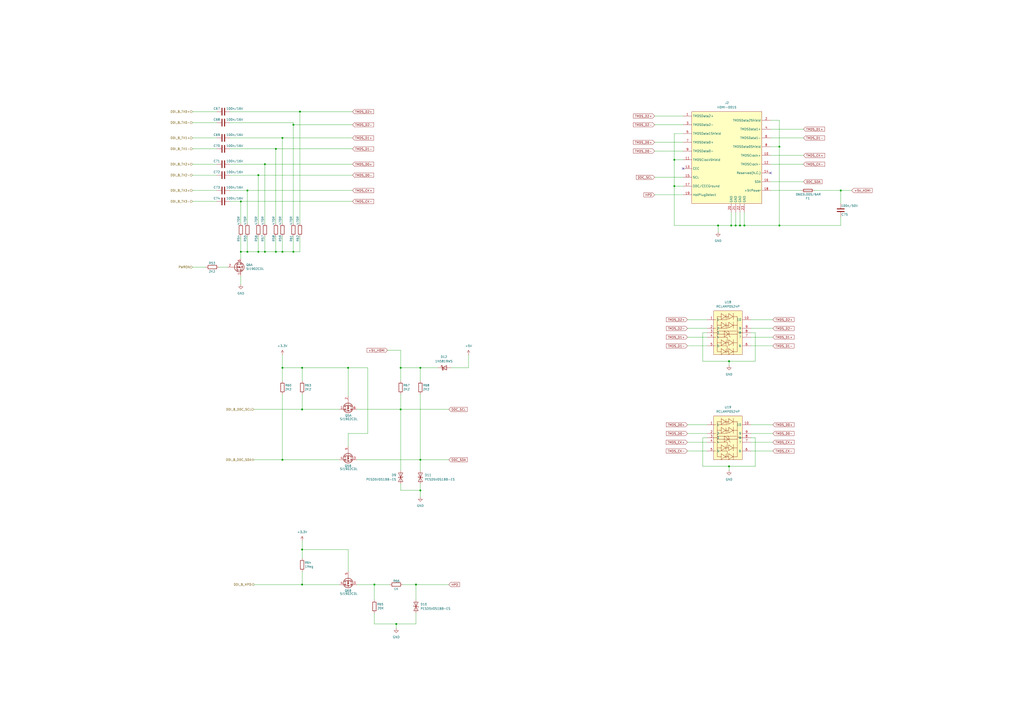
<source format=kicad_sch>
(kicad_sch
	(version 20250114)
	(generator "eeschema")
	(generator_version "9.0")
	(uuid "28577fd2-c1a0-4d48-9e0b-e004753ea6e8")
	(paper "A2")
	(title_block
		(title "LattePanda Mu Console")
		(date "2025-07-30")
		(rev "V1.0")
	)
	(lib_symbols
		(symbol "Device:C"
			(pin_numbers
				(hide yes)
			)
			(pin_names
				(offset 0.254)
			)
			(exclude_from_sim no)
			(in_bom yes)
			(on_board yes)
			(property "Reference" "C"
				(at 0.635 2.54 0)
				(effects
					(font
						(size 1.27 1.27)
					)
					(justify left)
				)
			)
			(property "Value" "C"
				(at 0.635 -2.54 0)
				(effects
					(font
						(size 1.27 1.27)
					)
					(justify left)
				)
			)
			(property "Footprint" ""
				(at 0.9652 -3.81 0)
				(effects
					(font
						(size 1.27 1.27)
					)
					(hide yes)
				)
			)
			(property "Datasheet" "~"
				(at 0 0 0)
				(effects
					(font
						(size 1.27 1.27)
					)
					(hide yes)
				)
			)
			(property "Description" "Unpolarized capacitor"
				(at 0 0 0)
				(effects
					(font
						(size 1.27 1.27)
					)
					(hide yes)
				)
			)
			(property "ki_keywords" "cap capacitor"
				(at 0 0 0)
				(effects
					(font
						(size 1.27 1.27)
					)
					(hide yes)
				)
			)
			(property "ki_fp_filters" "C_*"
				(at 0 0 0)
				(effects
					(font
						(size 1.27 1.27)
					)
					(hide yes)
				)
			)
			(symbol "C_0_1"
				(polyline
					(pts
						(xy -2.032 0.762) (xy 2.032 0.762)
					)
					(stroke
						(width 0.508)
						(type default)
					)
					(fill
						(type none)
					)
				)
				(polyline
					(pts
						(xy -2.032 -0.762) (xy 2.032 -0.762)
					)
					(stroke
						(width 0.508)
						(type default)
					)
					(fill
						(type none)
					)
				)
			)
			(symbol "C_1_1"
				(pin passive line
					(at 0 3.81 270)
					(length 2.794)
					(name "~"
						(effects
							(font
								(size 1.27 1.27)
							)
						)
					)
					(number "1"
						(effects
							(font
								(size 1.27 1.27)
							)
						)
					)
				)
				(pin passive line
					(at 0 -3.81 90)
					(length 2.794)
					(name "~"
						(effects
							(font
								(size 1.27 1.27)
							)
						)
					)
					(number "2"
						(effects
							(font
								(size 1.27 1.27)
							)
						)
					)
				)
			)
			(embedded_fonts no)
		)
		(symbol "Device:Fuse"
			(pin_numbers
				(hide yes)
			)
			(pin_names
				(offset 0)
			)
			(exclude_from_sim no)
			(in_bom yes)
			(on_board yes)
			(property "Reference" "F"
				(at 2.032 0 90)
				(effects
					(font
						(size 1.27 1.27)
					)
				)
			)
			(property "Value" "Fuse"
				(at -1.905 0 90)
				(effects
					(font
						(size 1.27 1.27)
					)
				)
			)
			(property "Footprint" ""
				(at -1.778 0 90)
				(effects
					(font
						(size 1.27 1.27)
					)
					(hide yes)
				)
			)
			(property "Datasheet" "~"
				(at 0 0 0)
				(effects
					(font
						(size 1.27 1.27)
					)
					(hide yes)
				)
			)
			(property "Description" "Fuse"
				(at 0 0 0)
				(effects
					(font
						(size 1.27 1.27)
					)
					(hide yes)
				)
			)
			(property "ki_keywords" "fuse"
				(at 0 0 0)
				(effects
					(font
						(size 1.27 1.27)
					)
					(hide yes)
				)
			)
			(property "ki_fp_filters" "*Fuse*"
				(at 0 0 0)
				(effects
					(font
						(size 1.27 1.27)
					)
					(hide yes)
				)
			)
			(symbol "Fuse_0_1"
				(rectangle
					(start -0.762 -2.54)
					(end 0.762 2.54)
					(stroke
						(width 0.254)
						(type default)
					)
					(fill
						(type none)
					)
				)
				(polyline
					(pts
						(xy 0 2.54) (xy 0 -2.54)
					)
					(stroke
						(width 0)
						(type default)
					)
					(fill
						(type none)
					)
				)
			)
			(symbol "Fuse_1_1"
				(pin passive line
					(at 0 3.81 270)
					(length 1.27)
					(name "~"
						(effects
							(font
								(size 1.27 1.27)
							)
						)
					)
					(number "1"
						(effects
							(font
								(size 1.27 1.27)
							)
						)
					)
				)
				(pin passive line
					(at 0 -3.81 90)
					(length 1.27)
					(name "~"
						(effects
							(font
								(size 1.27 1.27)
							)
						)
					)
					(number "2"
						(effects
							(font
								(size 1.27 1.27)
							)
						)
					)
				)
			)
			(embedded_fonts no)
		)
		(symbol "Device:R"
			(pin_numbers
				(hide yes)
			)
			(pin_names
				(offset 0)
			)
			(exclude_from_sim no)
			(in_bom yes)
			(on_board yes)
			(property "Reference" "R"
				(at 2.032 0 90)
				(effects
					(font
						(size 1.27 1.27)
					)
				)
			)
			(property "Value" "R"
				(at 0 0 90)
				(effects
					(font
						(size 1.27 1.27)
					)
				)
			)
			(property "Footprint" ""
				(at -1.778 0 90)
				(effects
					(font
						(size 1.27 1.27)
					)
					(hide yes)
				)
			)
			(property "Datasheet" "~"
				(at 0 0 0)
				(effects
					(font
						(size 1.27 1.27)
					)
					(hide yes)
				)
			)
			(property "Description" "Resistor"
				(at 0 0 0)
				(effects
					(font
						(size 1.27 1.27)
					)
					(hide yes)
				)
			)
			(property "ki_keywords" "R res resistor"
				(at 0 0 0)
				(effects
					(font
						(size 1.27 1.27)
					)
					(hide yes)
				)
			)
			(property "ki_fp_filters" "R_*"
				(at 0 0 0)
				(effects
					(font
						(size 1.27 1.27)
					)
					(hide yes)
				)
			)
			(symbol "R_0_1"
				(rectangle
					(start -1.016 -2.54)
					(end 1.016 2.54)
					(stroke
						(width 0.254)
						(type default)
					)
					(fill
						(type none)
					)
				)
			)
			(symbol "R_1_1"
				(pin passive line
					(at 0 3.81 270)
					(length 1.27)
					(name "~"
						(effects
							(font
								(size 1.27 1.27)
							)
						)
					)
					(number "1"
						(effects
							(font
								(size 1.27 1.27)
							)
						)
					)
				)
				(pin passive line
					(at 0 -3.81 90)
					(length 1.27)
					(name "~"
						(effects
							(font
								(size 1.27 1.27)
							)
						)
					)
					(number "2"
						(effects
							(font
								(size 1.27 1.27)
							)
						)
					)
				)
			)
			(embedded_fonts no)
		)
		(symbol "Diode:1N5819WS"
			(pin_numbers
				(hide yes)
			)
			(pin_names
				(offset 1.016)
				(hide yes)
			)
			(exclude_from_sim no)
			(in_bom yes)
			(on_board yes)
			(property "Reference" "D"
				(at 0 2.54 0)
				(effects
					(font
						(size 1.27 1.27)
					)
				)
			)
			(property "Value" "1N5819WS"
				(at 0 -2.54 0)
				(effects
					(font
						(size 1.27 1.27)
					)
				)
			)
			(property "Footprint" "Diode_SMD:D_SOD-323"
				(at 0 -4.445 0)
				(effects
					(font
						(size 1.27 1.27)
					)
					(hide yes)
				)
			)
			(property "Datasheet" "https://datasheet.lcsc.com/lcsc/2204281430_Guangdong-Hottech-1N5819WS_C191023.pdf"
				(at 0 0 0)
				(effects
					(font
						(size 1.27 1.27)
					)
					(hide yes)
				)
			)
			(property "Description" "40V 600mV@1A 1A SOD-323 Schottky Barrier Diodes, SOD-323"
				(at 0 0 0)
				(effects
					(font
						(size 1.27 1.27)
					)
					(hide yes)
				)
			)
			(property "ki_keywords" "diode Schottky"
				(at 0 0 0)
				(effects
					(font
						(size 1.27 1.27)
					)
					(hide yes)
				)
			)
			(property "ki_fp_filters" "D*SOD?323*"
				(at 0 0 0)
				(effects
					(font
						(size 1.27 1.27)
					)
					(hide yes)
				)
			)
			(symbol "1N5819WS_0_1"
				(polyline
					(pts
						(xy -1.905 0.635) (xy -1.905 1.27) (xy -1.27 1.27) (xy -1.27 -1.27) (xy -0.635 -1.27) (xy -0.635 -0.635)
					)
					(stroke
						(width 0.254)
						(type default)
					)
					(fill
						(type none)
					)
				)
				(polyline
					(pts
						(xy 1.27 1.27) (xy 1.27 -1.27) (xy -1.27 0) (xy 1.27 1.27)
					)
					(stroke
						(width 0.254)
						(type default)
					)
					(fill
						(type none)
					)
				)
				(polyline
					(pts
						(xy 1.27 0) (xy -1.27 0)
					)
					(stroke
						(width 0)
						(type default)
					)
					(fill
						(type none)
					)
				)
			)
			(symbol "1N5819WS_1_1"
				(pin passive line
					(at -3.81 0 0)
					(length 2.54)
					(name "K"
						(effects
							(font
								(size 1.27 1.27)
							)
						)
					)
					(number "1"
						(effects
							(font
								(size 1.27 1.27)
							)
						)
					)
				)
				(pin passive line
					(at 3.81 0 180)
					(length 2.54)
					(name "A"
						(effects
							(font
								(size 1.27 1.27)
							)
						)
					)
					(number "2"
						(effects
							(font
								(size 1.27 1.27)
							)
						)
					)
				)
			)
			(embedded_fonts no)
		)
		(symbol "Diode:ESD9B5.0ST5G"
			(pin_numbers
				(hide yes)
			)
			(pin_names
				(offset 1.016)
				(hide yes)
			)
			(exclude_from_sim no)
			(in_bom yes)
			(on_board yes)
			(property "Reference" "D"
				(at 0 2.54 0)
				(effects
					(font
						(size 1.27 1.27)
					)
				)
			)
			(property "Value" "ESD9B5.0ST5G"
				(at 0 -2.54 0)
				(effects
					(font
						(size 1.27 1.27)
					)
				)
			)
			(property "Footprint" "Diode_SMD:D_SOD-923"
				(at 0 0 0)
				(effects
					(font
						(size 1.27 1.27)
					)
					(hide yes)
				)
			)
			(property "Datasheet" "https://www.onsemi.com/pub/Collateral/ESD9B-D.PDF"
				(at 0 0 0)
				(effects
					(font
						(size 1.27 1.27)
					)
					(hide yes)
				)
			)
			(property "Description" "ESD protection diode, 5.0Vrwm, SOD-923"
				(at 0 0 0)
				(effects
					(font
						(size 1.27 1.27)
					)
					(hide yes)
				)
			)
			(property "ki_keywords" "diode TVS ESD"
				(at 0 0 0)
				(effects
					(font
						(size 1.27 1.27)
					)
					(hide yes)
				)
			)
			(property "ki_fp_filters" "D*SOD?923*"
				(at 0 0 0)
				(effects
					(font
						(size 1.27 1.27)
					)
					(hide yes)
				)
			)
			(symbol "ESD9B5.0ST5G_0_1"
				(polyline
					(pts
						(xy -2.54 -1.27) (xy 0 0) (xy -2.54 1.27) (xy -2.54 -1.27)
					)
					(stroke
						(width 0.2032)
						(type default)
					)
					(fill
						(type none)
					)
				)
				(polyline
					(pts
						(xy 0.508 1.27) (xy 0 1.27) (xy 0 -1.27) (xy -0.508 -1.27)
					)
					(stroke
						(width 0.2032)
						(type default)
					)
					(fill
						(type none)
					)
				)
				(polyline
					(pts
						(xy 1.27 0) (xy -1.27 0)
					)
					(stroke
						(width 0)
						(type default)
					)
					(fill
						(type none)
					)
				)
				(polyline
					(pts
						(xy 2.54 1.27) (xy 2.54 -1.27) (xy 0 0) (xy 2.54 1.27)
					)
					(stroke
						(width 0.2032)
						(type default)
					)
					(fill
						(type none)
					)
				)
			)
			(symbol "ESD9B5.0ST5G_1_1"
				(pin passive line
					(at -3.81 0 0)
					(length 2.54)
					(name "A1"
						(effects
							(font
								(size 1.27 1.27)
							)
						)
					)
					(number "1"
						(effects
							(font
								(size 1.27 1.27)
							)
						)
					)
				)
				(pin passive line
					(at 3.81 0 180)
					(length 2.54)
					(name "A2"
						(effects
							(font
								(size 1.27 1.27)
							)
						)
					)
					(number "2"
						(effects
							(font
								(size 1.27 1.27)
							)
						)
					)
				)
			)
			(embedded_fonts no)
		)
		(symbol "Transistor_FET:BSD840N"
			(pin_names
				(hide yes)
			)
			(exclude_from_sim no)
			(in_bom yes)
			(on_board yes)
			(property "Reference" "Q"
				(at 5.08 1.905 0)
				(effects
					(font
						(size 1.27 1.27)
					)
					(justify left)
				)
			)
			(property "Value" "BSD840N"
				(at 5.08 0 0)
				(effects
					(font
						(size 1.27 1.27)
					)
					(justify left)
				)
			)
			(property "Footprint" "Package_TO_SOT_SMD:SOT-363_SC-70-6"
				(at 5.08 -1.905 0)
				(effects
					(font
						(size 1.27 1.27)
						(italic yes)
					)
					(justify left)
					(hide yes)
				)
			)
			(property "Datasheet" "https://www.infineon.com/dgdl/BSD840N_Rev2%204.pdf?fileId=db3a30431b0626df011b12b4486c7c02"
				(at 5.08 -3.81 0)
				(effects
					(font
						(size 1.27 1.27)
					)
					(justify left)
					(hide yes)
				)
			)
			(property "Description" "0.88A Id, 20V Vds, Dual N-Channel MOSFET, 560mOhm Ron at 1.8V Vgs (ultra logic level), SOT-363"
				(at 0 0 0)
				(effects
					(font
						(size 1.27 1.27)
					)
					(hide yes)
				)
			)
			(property "ki_keywords" "nfet pair"
				(at 0 0 0)
				(effects
					(font
						(size 1.27 1.27)
					)
					(hide yes)
				)
			)
			(property "ki_fp_filters" "SOT?363*"
				(at 0 0 0)
				(effects
					(font
						(size 1.27 1.27)
					)
					(hide yes)
				)
			)
			(symbol "BSD840N_0_1"
				(polyline
					(pts
						(xy 0.254 1.905) (xy 0.254 -1.905)
					)
					(stroke
						(width 0.254)
						(type default)
					)
					(fill
						(type none)
					)
				)
				(polyline
					(pts
						(xy 0.254 0) (xy -2.54 0)
					)
					(stroke
						(width 0)
						(type default)
					)
					(fill
						(type none)
					)
				)
				(polyline
					(pts
						(xy 0.762 2.286) (xy 0.762 1.27)
					)
					(stroke
						(width 0.254)
						(type default)
					)
					(fill
						(type none)
					)
				)
				(polyline
					(pts
						(xy 0.762 0.508) (xy 0.762 -0.508)
					)
					(stroke
						(width 0.254)
						(type default)
					)
					(fill
						(type none)
					)
				)
				(polyline
					(pts
						(xy 0.762 -1.27) (xy 0.762 -2.286)
					)
					(stroke
						(width 0.254)
						(type default)
					)
					(fill
						(type none)
					)
				)
				(polyline
					(pts
						(xy 0.762 -1.778) (xy 3.302 -1.778) (xy 3.302 1.778) (xy 0.762 1.778)
					)
					(stroke
						(width 0)
						(type default)
					)
					(fill
						(type none)
					)
				)
				(polyline
					(pts
						(xy 1.016 0) (xy 2.032 0.381) (xy 2.032 -0.381) (xy 1.016 0)
					)
					(stroke
						(width 0)
						(type default)
					)
					(fill
						(type outline)
					)
				)
				(circle
					(center 1.651 0)
					(radius 2.794)
					(stroke
						(width 0.254)
						(type default)
					)
					(fill
						(type none)
					)
				)
				(polyline
					(pts
						(xy 2.54 2.54) (xy 2.54 1.778)
					)
					(stroke
						(width 0)
						(type default)
					)
					(fill
						(type none)
					)
				)
				(circle
					(center 2.54 1.778)
					(radius 0.254)
					(stroke
						(width 0)
						(type default)
					)
					(fill
						(type outline)
					)
				)
				(circle
					(center 2.54 -1.778)
					(radius 0.254)
					(stroke
						(width 0)
						(type default)
					)
					(fill
						(type outline)
					)
				)
				(polyline
					(pts
						(xy 2.54 -2.54) (xy 2.54 0) (xy 0.762 0)
					)
					(stroke
						(width 0)
						(type default)
					)
					(fill
						(type none)
					)
				)
				(polyline
					(pts
						(xy 2.794 0.508) (xy 2.921 0.381) (xy 3.683 0.381) (xy 3.81 0.254)
					)
					(stroke
						(width 0)
						(type default)
					)
					(fill
						(type none)
					)
				)
				(polyline
					(pts
						(xy 3.302 0.381) (xy 2.921 -0.254) (xy 3.683 -0.254) (xy 3.302 0.381)
					)
					(stroke
						(width 0)
						(type default)
					)
					(fill
						(type none)
					)
				)
			)
			(symbol "BSD840N_1_1"
				(pin passive line
					(at -5.08 0 0)
					(length 2.54)
					(name "G"
						(effects
							(font
								(size 1.27 1.27)
							)
						)
					)
					(number "2"
						(effects
							(font
								(size 1.27 1.27)
							)
						)
					)
				)
				(pin passive line
					(at 2.54 5.08 270)
					(length 2.54)
					(name "D"
						(effects
							(font
								(size 1.27 1.27)
							)
						)
					)
					(number "6"
						(effects
							(font
								(size 1.27 1.27)
							)
						)
					)
				)
				(pin passive line
					(at 2.54 -5.08 90)
					(length 2.54)
					(name "S"
						(effects
							(font
								(size 1.27 1.27)
							)
						)
					)
					(number "1"
						(effects
							(font
								(size 1.27 1.27)
							)
						)
					)
				)
			)
			(symbol "BSD840N_2_1"
				(pin passive line
					(at -5.08 0 0)
					(length 2.54)
					(name "G"
						(effects
							(font
								(size 1.27 1.27)
							)
						)
					)
					(number "5"
						(effects
							(font
								(size 1.27 1.27)
							)
						)
					)
				)
				(pin passive line
					(at 2.54 5.08 270)
					(length 2.54)
					(name "D"
						(effects
							(font
								(size 1.27 1.27)
							)
						)
					)
					(number "3"
						(effects
							(font
								(size 1.27 1.27)
							)
						)
					)
				)
				(pin passive line
					(at 2.54 -5.08 90)
					(length 2.54)
					(name "S"
						(effects
							(font
								(size 1.27 1.27)
							)
						)
					)
					(number "4"
						(effects
							(font
								(size 1.27 1.27)
							)
						)
					)
				)
			)
			(embedded_fonts no)
		)
		(symbol "easyeda2kicad:HDMI-001S"
			(exclude_from_sim no)
			(in_bom yes)
			(on_board yes)
			(property "Reference" "J"
				(at 0 26.67 0)
				(effects
					(font
						(size 1.27 1.27)
					)
				)
			)
			(property "Value" "HDMI-001S"
				(at 0 -39.37 0)
				(effects
					(font
						(size 1.27 1.27)
					)
				)
			)
			(property "Footprint" "easyeda2kicad:HDMI-SMD_HDMI-001S"
				(at 0 -41.91 0)
				(effects
					(font
						(size 1.27 1.27)
					)
					(hide yes)
				)
			)
			(property "Datasheet" "https://lcsc.com/product-detail/USB-Connectors_XUNPU-HDMI-001S_C720616.html"
				(at 0 -44.45 0)
				(effects
					(font
						(size 1.27 1.27)
					)
					(hide yes)
				)
			)
			(property "Description" ""
				(at 0 0 0)
				(effects
					(font
						(size 1.27 1.27)
					)
					(hide yes)
				)
			)
			(property "LCSC Part" "C720616"
				(at 0 -46.99 0)
				(effects
					(font
						(size 1.27 1.27)
					)
					(hide yes)
				)
			)
			(symbol "HDMI-001S_0_1"
				(rectangle
					(start -22.86 24.13)
					(end 17.78 -29.21)
					(stroke
						(width 0)
						(type default)
					)
					(fill
						(type background)
					)
				)
				(pin unspecified line
					(at -27.94 21.59 0)
					(length 5.08)
					(name "TMDSData2+"
						(effects
							(font
								(size 1.27 1.27)
							)
						)
					)
					(number "1"
						(effects
							(font
								(size 1.27 1.27)
							)
						)
					)
				)
				(pin unspecified line
					(at -27.94 16.51 0)
					(length 5.08)
					(name "TMDSData2-"
						(effects
							(font
								(size 1.27 1.27)
							)
						)
					)
					(number "3"
						(effects
							(font
								(size 1.27 1.27)
							)
						)
					)
				)
				(pin unspecified line
					(at -27.94 11.43 0)
					(length 5.08)
					(name "TMDSData1Shield"
						(effects
							(font
								(size 1.27 1.27)
							)
						)
					)
					(number "5"
						(effects
							(font
								(size 1.27 1.27)
							)
						)
					)
				)
				(pin unspecified line
					(at -27.94 6.35 0)
					(length 5.08)
					(name "TMDSData0+"
						(effects
							(font
								(size 1.27 1.27)
							)
						)
					)
					(number "7"
						(effects
							(font
								(size 1.27 1.27)
							)
						)
					)
				)
				(pin unspecified line
					(at -27.94 1.27 0)
					(length 5.08)
					(name "TMDSData0-"
						(effects
							(font
								(size 1.27 1.27)
							)
						)
					)
					(number "9"
						(effects
							(font
								(size 1.27 1.27)
							)
						)
					)
				)
				(pin unspecified line
					(at -27.94 -3.81 0)
					(length 5.08)
					(name "TMDSClockShield"
						(effects
							(font
								(size 1.27 1.27)
							)
						)
					)
					(number "11"
						(effects
							(font
								(size 1.27 1.27)
							)
						)
					)
				)
				(pin unspecified line
					(at -27.94 -8.89 0)
					(length 5.08)
					(name "CEC"
						(effects
							(font
								(size 1.27 1.27)
							)
						)
					)
					(number "13"
						(effects
							(font
								(size 1.27 1.27)
							)
						)
					)
				)
				(pin unspecified line
					(at -27.94 -13.97 0)
					(length 5.08)
					(name "SCL"
						(effects
							(font
								(size 1.27 1.27)
							)
						)
					)
					(number "15"
						(effects
							(font
								(size 1.27 1.27)
							)
						)
					)
				)
				(pin unspecified line
					(at -27.94 -19.05 0)
					(length 5.08)
					(name "DDC/CECGround"
						(effects
							(font
								(size 1.27 1.27)
							)
						)
					)
					(number "17"
						(effects
							(font
								(size 1.27 1.27)
							)
						)
					)
				)
				(pin unspecified line
					(at -27.94 -24.13 0)
					(length 5.08)
					(name "HotPlugDetect"
						(effects
							(font
								(size 1.27 1.27)
							)
						)
					)
					(number "19"
						(effects
							(font
								(size 1.27 1.27)
							)
						)
					)
				)
				(pin unspecified line
					(at 0 -34.29 90)
					(length 5.08)
					(name "GND"
						(effects
							(font
								(size 1.27 1.27)
							)
						)
					)
					(number "20"
						(effects
							(font
								(size 1.27 1.27)
							)
						)
					)
				)
				(pin unspecified line
					(at 2.54 -34.29 90)
					(length 5.08)
					(name "GND"
						(effects
							(font
								(size 1.27 1.27)
							)
						)
					)
					(number "21"
						(effects
							(font
								(size 1.27 1.27)
							)
						)
					)
				)
				(pin unspecified line
					(at 5.08 -34.29 90)
					(length 5.08)
					(name "GND"
						(effects
							(font
								(size 1.27 1.27)
							)
						)
					)
					(number "22"
						(effects
							(font
								(size 1.27 1.27)
							)
						)
					)
				)
				(pin unspecified line
					(at 7.62 -34.29 90)
					(length 5.08)
					(name "GND"
						(effects
							(font
								(size 1.27 1.27)
							)
						)
					)
					(number "23"
						(effects
							(font
								(size 1.27 1.27)
							)
						)
					)
				)
				(pin unspecified line
					(at 22.86 19.05 180)
					(length 5.08)
					(name "TMDSData2Shield"
						(effects
							(font
								(size 1.27 1.27)
							)
						)
					)
					(number "2"
						(effects
							(font
								(size 1.27 1.27)
							)
						)
					)
				)
				(pin unspecified line
					(at 22.86 13.97 180)
					(length 5.08)
					(name "TMDSData1+"
						(effects
							(font
								(size 1.27 1.27)
							)
						)
					)
					(number "4"
						(effects
							(font
								(size 1.27 1.27)
							)
						)
					)
				)
				(pin unspecified line
					(at 22.86 8.89 180)
					(length 5.08)
					(name "TMDSData1-"
						(effects
							(font
								(size 1.27 1.27)
							)
						)
					)
					(number "6"
						(effects
							(font
								(size 1.27 1.27)
							)
						)
					)
				)
				(pin unspecified line
					(at 22.86 3.81 180)
					(length 5.08)
					(name "TMDSData0Shield"
						(effects
							(font
								(size 1.27 1.27)
							)
						)
					)
					(number "8"
						(effects
							(font
								(size 1.27 1.27)
							)
						)
					)
				)
				(pin unspecified line
					(at 22.86 -1.27 180)
					(length 5.08)
					(name "TMDSClock+"
						(effects
							(font
								(size 1.27 1.27)
							)
						)
					)
					(number "10"
						(effects
							(font
								(size 1.27 1.27)
							)
						)
					)
				)
				(pin unspecified line
					(at 22.86 -6.35 180)
					(length 5.08)
					(name "TMDSClock-"
						(effects
							(font
								(size 1.27 1.27)
							)
						)
					)
					(number "12"
						(effects
							(font
								(size 1.27 1.27)
							)
						)
					)
				)
				(pin unspecified line
					(at 22.86 -11.43 180)
					(length 5.08)
					(name "Reserved(N.C.)"
						(effects
							(font
								(size 1.27 1.27)
							)
						)
					)
					(number "14"
						(effects
							(font
								(size 1.27 1.27)
							)
						)
					)
				)
				(pin unspecified line
					(at 22.86 -16.51 180)
					(length 5.08)
					(name "SDA"
						(effects
							(font
								(size 1.27 1.27)
							)
						)
					)
					(number "16"
						(effects
							(font
								(size 1.27 1.27)
							)
						)
					)
				)
				(pin unspecified line
					(at 22.86 -21.59 180)
					(length 5.08)
					(name "+5VPower"
						(effects
							(font
								(size 1.27 1.27)
							)
						)
					)
					(number "18"
						(effects
							(font
								(size 1.27 1.27)
							)
						)
					)
				)
			)
			(embedded_fonts no)
		)
		(symbol "easyeda2kicad:RCLAMP0524P_C5261085"
			(exclude_from_sim no)
			(in_bom yes)
			(on_board yes)
			(property "Reference" "U"
				(at 0 17.78 0)
				(effects
					(font
						(size 1.27 1.27)
					)
				)
			)
			(property "Value" "RCLAMP0524P_C5261085"
				(at 0 -17.78 0)
				(effects
					(font
						(size 1.27 1.27)
					)
				)
			)
			(property "Footprint" "easyeda2kicad:DFN2510-10_L2.5-W1.0-P0.50-BL"
				(at 0 -20.32 0)
				(effects
					(font
						(size 1.27 1.27)
					)
					(hide yes)
				)
			)
			(property "Datasheet" ""
				(at 0 0 0)
				(effects
					(font
						(size 1.27 1.27)
					)
					(hide yes)
				)
			)
			(property "Description" ""
				(at 0 0 0)
				(effects
					(font
						(size 1.27 1.27)
					)
					(hide yes)
				)
			)
			(property "LCSC Part" "C5261085"
				(at 0 -22.86 0)
				(effects
					(font
						(size 1.27 1.27)
					)
					(hide yes)
				)
			)
			(symbol "RCLAMP0524P_C5261085_0_1"
				(rectangle
					(start -12.7 7.62)
					(end 12.7 -8.89)
					(stroke
						(width 0)
						(type default)
					)
					(fill
						(type background)
					)
				)
				(polyline
					(pts
						(xy -9.4 2.54) (xy -9.4 4.83) (xy 10.92 4.83) (xy 10.92 2.29)
					)
					(stroke
						(width 0)
						(type default)
					)
					(fill
						(type none)
					)
				)
				(polyline
					(pts
						(xy -9.4 -1.02) (xy -7.62 -1.02) (xy -7.62 -6.35)
					)
					(stroke
						(width 0)
						(type default)
					)
					(fill
						(type none)
					)
				)
				(polyline
					(pts
						(xy -9.4 -2.03) (xy -9.4 -0.25)
					)
					(stroke
						(width 0)
						(type default)
					)
					(fill
						(type none)
					)
				)
				(polyline
					(pts
						(xy -8.13 -1.78) (xy -10.67 -1.78)
					)
					(stroke
						(width 0)
						(type default)
					)
					(fill
						(type none)
					)
				)
				(polyline
					(pts
						(xy -7.87 -0.25) (xy -9.4 2.29) (xy -11.18 -0.25) (xy -7.87 -0.25)
					)
					(stroke
						(width 0)
						(type default)
					)
					(fill
						(type background)
					)
				)
				(polyline
					(pts
						(xy -7.87 -4.57) (xy -9.4 -2.03) (xy -11.18 -4.57) (xy -7.87 -4.57)
					)
					(stroke
						(width 0)
						(type default)
					)
					(fill
						(type background)
					)
				)
				(polyline
					(pts
						(xy -7.62 2.54) (xy -11.43 2.54)
					)
					(stroke
						(width 0)
						(type default)
					)
					(fill
						(type none)
					)
				)
				(polyline
					(pts
						(xy -7.62 -6.35)
					)
					(stroke
						(width 0)
						(type default)
					)
					(fill
						(type background)
					)
				)
				(polyline
					(pts
						(xy -4.32 2.29) (xy -4.32 4.83)
					)
					(stroke
						(width 0)
						(type default)
					)
					(fill
						(type none)
					)
				)
				(polyline
					(pts
						(xy -4.32 -1.02) (xy -2.54 -1.02) (xy -2.54 -6.35)
					)
					(stroke
						(width 0)
						(type default)
					)
					(fill
						(type none)
					)
				)
				(polyline
					(pts
						(xy -4.32 -2.03) (xy -4.32 -0.25)
					)
					(stroke
						(width 0)
						(type default)
					)
					(fill
						(type none)
					)
				)
				(polyline
					(pts
						(xy -4.32 -4.57) (xy -4.32 -6.86)
					)
					(stroke
						(width 0)
						(type default)
					)
					(fill
						(type none)
					)
				)
				(polyline
					(pts
						(xy -3.05 -1.78) (xy -5.84 -1.78)
					)
					(stroke
						(width 0)
						(type default)
					)
					(fill
						(type none)
					)
				)
				(polyline
					(pts
						(xy -2.79 -0.25) (xy -4.32 2.29) (xy -6.1 -0.25) (xy -2.79 -0.25)
					)
					(stroke
						(width 0)
						(type default)
					)
					(fill
						(type background)
					)
				)
				(polyline
					(pts
						(xy -2.79 -4.57) (xy -4.32 -2.03) (xy -6.1 -4.57) (xy -2.79 -4.57)
					)
					(stroke
						(width 0)
						(type default)
					)
					(fill
						(type background)
					)
				)
				(polyline
					(pts
						(xy -2.54 2.54) (xy -6.35 2.54)
					)
					(stroke
						(width 0)
						(type default)
					)
					(fill
						(type none)
					)
				)
				(polyline
					(pts
						(xy -2.54 -6.35)
					)
					(stroke
						(width 0)
						(type default)
					)
					(fill
						(type background)
					)
				)
				(polyline
					(pts
						(xy -1.02 5.33)
					)
					(stroke
						(width 0)
						(type default)
					)
					(fill
						(type background)
					)
				)
				(polyline
					(pts
						(xy -1.02 4.32) (xy -1.02 -6.86)
					)
					(stroke
						(width 0)
						(type default)
					)
					(fill
						(type none)
					)
				)
				(polyline
					(pts
						(xy 0 7.62)
					)
					(stroke
						(width 0)
						(type default)
					)
					(fill
						(type background)
					)
				)
				(polyline
					(pts
						(xy 0 7.62) (xy 0 7.62) (xy 0 5.33) (xy -1.02 5.33)
					)
					(stroke
						(width 0)
						(type default)
					)
					(fill
						(type none)
					)
				)
				(polyline
					(pts
						(xy 0 -7.62) (xy 0 -6.86)
					)
					(stroke
						(width 0)
						(type default)
					)
					(fill
						(type none)
					)
				)
				(polyline
					(pts
						(xy 0.76 -6.86) (xy 0.76 4.83)
					)
					(stroke
						(width 0)
						(type default)
					)
					(fill
						(type none)
					)
				)
				(polyline
					(pts
						(xy 2.29 -2.79) (xy 0.76 -0.25) (xy -1.02 -2.79) (xy 2.29 -2.79)
					)
					(stroke
						(width 0)
						(type default)
					)
					(fill
						(type background)
					)
				)
				(polyline
					(pts
						(xy 2.54 0.76) (xy 1.78 0) (xy -0.25 0) (xy -1.02 -0.76)
					)
					(stroke
						(width 0)
						(type default)
					)
					(fill
						(type none)
					)
				)
				(polyline
					(pts
						(xy 2.54 -6.35)
					)
					(stroke
						(width 0)
						(type default)
					)
					(fill
						(type background)
					)
				)
				(polyline
					(pts
						(xy 5.84 2.54) (xy 5.84 4.57)
					)
					(stroke
						(width 0)
						(type default)
					)
					(fill
						(type none)
					)
				)
				(polyline
					(pts
						(xy 5.84 -1.02) (xy 2.54 -1.02) (xy 2.54 -6.35)
					)
					(stroke
						(width 0)
						(type default)
					)
					(fill
						(type none)
					)
				)
				(polyline
					(pts
						(xy 5.84 -2.03) (xy 5.84 -0.25)
					)
					(stroke
						(width 0)
						(type default)
					)
					(fill
						(type none)
					)
				)
				(polyline
					(pts
						(xy 5.84 -4.57) (xy 5.84 -6.86)
					)
					(stroke
						(width 0)
						(type default)
					)
					(fill
						(type none)
					)
				)
				(polyline
					(pts
						(xy 7.11 -1.78) (xy 4.57 -1.78)
					)
					(stroke
						(width 0)
						(type default)
					)
					(fill
						(type none)
					)
				)
				(polyline
					(pts
						(xy 7.37 -0.25) (xy 5.84 2.29) (xy 4.06 -0.25) (xy 7.37 -0.25)
					)
					(stroke
						(width 0)
						(type default)
					)
					(fill
						(type background)
					)
				)
				(polyline
					(pts
						(xy 7.37 -4.57) (xy 5.84 -2.03) (xy 4.06 -4.57) (xy 7.37 -4.57)
					)
					(stroke
						(width 0)
						(type default)
					)
					(fill
						(type background)
					)
				)
				(polyline
					(pts
						(xy 7.62 2.54) (xy 3.81 2.54)
					)
					(stroke
						(width 0)
						(type default)
					)
					(fill
						(type none)
					)
				)
				(polyline
					(pts
						(xy 7.62 -6.1)
					)
					(stroke
						(width 0)
						(type default)
					)
					(fill
						(type background)
					)
				)
				(polyline
					(pts
						(xy 10.92 -1.02) (xy 7.62 -1.02) (xy 7.62 -6.1)
					)
					(stroke
						(width 0)
						(type default)
					)
					(fill
						(type none)
					)
				)
				(polyline
					(pts
						(xy 10.92 -2.03) (xy 10.92 -0.25)
					)
					(stroke
						(width 0)
						(type default)
					)
					(fill
						(type none)
					)
				)
				(polyline
					(pts
						(xy 10.92 -4.57) (xy 10.92 -6.86) (xy -9.4 -6.86) (xy -9.4 -4.32)
					)
					(stroke
						(width 0)
						(type default)
					)
					(fill
						(type none)
					)
				)
				(polyline
					(pts
						(xy 12.19 -1.78) (xy 9.4 -1.78)
					)
					(stroke
						(width 0)
						(type default)
					)
					(fill
						(type none)
					)
				)
				(polyline
					(pts
						(xy 12.45 -0.25) (xy 10.92 2.29) (xy 9.14 -0.25) (xy 12.45 -0.25)
					)
					(stroke
						(width 0)
						(type default)
					)
					(fill
						(type background)
					)
				)
				(polyline
					(pts
						(xy 12.45 -4.57) (xy 10.92 -2.03) (xy 9.14 -4.57) (xy 12.45 -4.57)
					)
					(stroke
						(width 0)
						(type default)
					)
					(fill
						(type background)
					)
				)
				(polyline
					(pts
						(xy 12.7 2.54) (xy 8.89 2.54)
					)
					(stroke
						(width 0)
						(type default)
					)
					(fill
						(type none)
					)
				)
				(pin unspecified line
					(at -7.62 12.7 270)
					(length 5.08)
					(name "10"
						(effects
							(font
								(size 1.27 1.27)
							)
						)
					)
					(number "10"
						(effects
							(font
								(size 1.27 1.27)
							)
						)
					)
				)
				(pin unspecified line
					(at -7.62 -12.7 90)
					(length 5.08)
					(name "1"
						(effects
							(font
								(size 1.27 1.27)
							)
						)
					)
					(number "1"
						(effects
							(font
								(size 1.27 1.27)
							)
						)
					)
				)
				(pin unspecified line
					(at -2.54 12.7 270)
					(length 5.08)
					(name "9"
						(effects
							(font
								(size 1.27 1.27)
							)
						)
					)
					(number "9"
						(effects
							(font
								(size 1.27 1.27)
							)
						)
					)
				)
				(pin unspecified line
					(at -2.54 -12.7 90)
					(length 5.08)
					(name "2"
						(effects
							(font
								(size 1.27 1.27)
							)
						)
					)
					(number "2"
						(effects
							(font
								(size 1.27 1.27)
							)
						)
					)
				)
				(pin unspecified line
					(at 0 12.7 270)
					(length 5.08)
					(name "8"
						(effects
							(font
								(size 1.27 1.27)
							)
						)
					)
					(number "8"
						(effects
							(font
								(size 1.27 1.27)
							)
						)
					)
				)
				(pin unspecified line
					(at 0 -12.7 90)
					(length 5.08)
					(name "3"
						(effects
							(font
								(size 1.27 1.27)
							)
						)
					)
					(number "3"
						(effects
							(font
								(size 1.27 1.27)
							)
						)
					)
				)
				(pin unspecified line
					(at 2.54 12.7 270)
					(length 5.08)
					(name "7"
						(effects
							(font
								(size 1.27 1.27)
							)
						)
					)
					(number "7"
						(effects
							(font
								(size 1.27 1.27)
							)
						)
					)
				)
				(pin unspecified line
					(at 2.54 -12.7 90)
					(length 5.08)
					(name "4"
						(effects
							(font
								(size 1.27 1.27)
							)
						)
					)
					(number "4"
						(effects
							(font
								(size 1.27 1.27)
							)
						)
					)
				)
				(pin unspecified line
					(at 7.62 12.7 270)
					(length 5.08)
					(name "6"
						(effects
							(font
								(size 1.27 1.27)
							)
						)
					)
					(number "6"
						(effects
							(font
								(size 1.27 1.27)
							)
						)
					)
				)
				(pin unspecified line
					(at 7.62 -12.7 90)
					(length 5.08)
					(name "5"
						(effects
							(font
								(size 1.27 1.27)
							)
						)
					)
					(number "5"
						(effects
							(font
								(size 1.27 1.27)
							)
						)
					)
				)
			)
			(embedded_fonts no)
		)
		(symbol "power:+3.3V"
			(power)
			(pin_numbers
				(hide yes)
			)
			(pin_names
				(offset 0)
				(hide yes)
			)
			(exclude_from_sim no)
			(in_bom yes)
			(on_board yes)
			(property "Reference" "#PWR"
				(at 0 -3.81 0)
				(effects
					(font
						(size 1.27 1.27)
					)
					(hide yes)
				)
			)
			(property "Value" "+3.3V"
				(at 0 3.556 0)
				(effects
					(font
						(size 1.27 1.27)
					)
				)
			)
			(property "Footprint" ""
				(at 0 0 0)
				(effects
					(font
						(size 1.27 1.27)
					)
					(hide yes)
				)
			)
			(property "Datasheet" ""
				(at 0 0 0)
				(effects
					(font
						(size 1.27 1.27)
					)
					(hide yes)
				)
			)
			(property "Description" "Power symbol creates a global label with name \"+3.3V\""
				(at 0 0 0)
				(effects
					(font
						(size 1.27 1.27)
					)
					(hide yes)
				)
			)
			(property "ki_keywords" "global power"
				(at 0 0 0)
				(effects
					(font
						(size 1.27 1.27)
					)
					(hide yes)
				)
			)
			(symbol "+3.3V_0_1"
				(polyline
					(pts
						(xy -0.762 1.27) (xy 0 2.54)
					)
					(stroke
						(width 0)
						(type default)
					)
					(fill
						(type none)
					)
				)
				(polyline
					(pts
						(xy 0 2.54) (xy 0.762 1.27)
					)
					(stroke
						(width 0)
						(type default)
					)
					(fill
						(type none)
					)
				)
				(polyline
					(pts
						(xy 0 0) (xy 0 2.54)
					)
					(stroke
						(width 0)
						(type default)
					)
					(fill
						(type none)
					)
				)
			)
			(symbol "+3.3V_1_1"
				(pin power_in line
					(at 0 0 90)
					(length 0)
					(name "~"
						(effects
							(font
								(size 1.27 1.27)
							)
						)
					)
					(number "1"
						(effects
							(font
								(size 1.27 1.27)
							)
						)
					)
				)
			)
			(embedded_fonts no)
		)
		(symbol "power:+5V"
			(power)
			(pin_numbers
				(hide yes)
			)
			(pin_names
				(offset 0)
				(hide yes)
			)
			(exclude_from_sim no)
			(in_bom yes)
			(on_board yes)
			(property "Reference" "#PWR"
				(at 0 -3.81 0)
				(effects
					(font
						(size 1.27 1.27)
					)
					(hide yes)
				)
			)
			(property "Value" "+5V"
				(at 0 3.556 0)
				(effects
					(font
						(size 1.27 1.27)
					)
				)
			)
			(property "Footprint" ""
				(at 0 0 0)
				(effects
					(font
						(size 1.27 1.27)
					)
					(hide yes)
				)
			)
			(property "Datasheet" ""
				(at 0 0 0)
				(effects
					(font
						(size 1.27 1.27)
					)
					(hide yes)
				)
			)
			(property "Description" "Power symbol creates a global label with name \"+5V\""
				(at 0 0 0)
				(effects
					(font
						(size 1.27 1.27)
					)
					(hide yes)
				)
			)
			(property "ki_keywords" "global power"
				(at 0 0 0)
				(effects
					(font
						(size 1.27 1.27)
					)
					(hide yes)
				)
			)
			(symbol "+5V_0_1"
				(polyline
					(pts
						(xy -0.762 1.27) (xy 0 2.54)
					)
					(stroke
						(width 0)
						(type default)
					)
					(fill
						(type none)
					)
				)
				(polyline
					(pts
						(xy 0 2.54) (xy 0.762 1.27)
					)
					(stroke
						(width 0)
						(type default)
					)
					(fill
						(type none)
					)
				)
				(polyline
					(pts
						(xy 0 0) (xy 0 2.54)
					)
					(stroke
						(width 0)
						(type default)
					)
					(fill
						(type none)
					)
				)
			)
			(symbol "+5V_1_1"
				(pin power_in line
					(at 0 0 90)
					(length 0)
					(name "~"
						(effects
							(font
								(size 1.27 1.27)
							)
						)
					)
					(number "1"
						(effects
							(font
								(size 1.27 1.27)
							)
						)
					)
				)
			)
			(embedded_fonts no)
		)
		(symbol "power:GND"
			(power)
			(pin_numbers
				(hide yes)
			)
			(pin_names
				(offset 0)
				(hide yes)
			)
			(exclude_from_sim no)
			(in_bom yes)
			(on_board yes)
			(property "Reference" "#PWR"
				(at 0 -6.35 0)
				(effects
					(font
						(size 1.27 1.27)
					)
					(hide yes)
				)
			)
			(property "Value" "GND"
				(at 0 -3.81 0)
				(effects
					(font
						(size 1.27 1.27)
					)
				)
			)
			(property "Footprint" ""
				(at 0 0 0)
				(effects
					(font
						(size 1.27 1.27)
					)
					(hide yes)
				)
			)
			(property "Datasheet" ""
				(at 0 0 0)
				(effects
					(font
						(size 1.27 1.27)
					)
					(hide yes)
				)
			)
			(property "Description" "Power symbol creates a global label with name \"GND\" , ground"
				(at 0 0 0)
				(effects
					(font
						(size 1.27 1.27)
					)
					(hide yes)
				)
			)
			(property "ki_keywords" "global power"
				(at 0 0 0)
				(effects
					(font
						(size 1.27 1.27)
					)
					(hide yes)
				)
			)
			(symbol "GND_0_1"
				(polyline
					(pts
						(xy 0 0) (xy 0 -1.27) (xy 1.27 -1.27) (xy 0 -2.54) (xy -1.27 -1.27) (xy 0 -1.27)
					)
					(stroke
						(width 0)
						(type default)
					)
					(fill
						(type none)
					)
				)
			)
			(symbol "GND_1_1"
				(pin power_in line
					(at 0 0 270)
					(length 0)
					(name "~"
						(effects
							(font
								(size 1.27 1.27)
							)
						)
					)
					(number "1"
						(effects
							(font
								(size 1.27 1.27)
							)
						)
					)
				)
			)
			(embedded_fonts no)
		)
	)
	(junction
		(at 163.83 80.01)
		(diameter 0)
		(color 0 0 0 0)
		(uuid "04df35f1-6350-4d51-83f1-463e9ca3d2d7")
	)
	(junction
		(at 243.84 266.7)
		(diameter 0)
		(color 0 0 0 0)
		(uuid "0b8a7a58-6fa3-47a3-a744-05bd3689e5cd")
	)
	(junction
		(at 139.7 116.84)
		(diameter 0)
		(color 0 0 0 0)
		(uuid "0c7005b9-8e30-4bc9-8e01-7507d24336d8")
	)
	(junction
		(at 422.91 209.55)
		(diameter 0)
		(color 0 0 0 0)
		(uuid "1278d9d2-1cd4-4f5c-8621-da30daf9fdaa")
	)
	(junction
		(at 243.84 284.48)
		(diameter 0)
		(color 0 0 0 0)
		(uuid "1d820d76-a2a3-475b-a377-d7d892f79d5a")
	)
	(junction
		(at 422.91 270.51)
		(diameter 0)
		(color 0 0 0 0)
		(uuid "20374bea-57a9-48b5-b1f1-bae32e0c4f7d")
	)
	(junction
		(at 487.68 110.49)
		(diameter 0)
		(color 0 0 0 0)
		(uuid "20e002ee-0652-413d-837a-223eade5eaf8")
	)
	(junction
		(at 452.12 130.81)
		(diameter 0)
		(color 0 0 0 0)
		(uuid "2ce29353-4599-4486-b08b-5093b7a8fcd9")
	)
	(junction
		(at 217.17 339.09)
		(diameter 0)
		(color 0 0 0 0)
		(uuid "2e47152a-8339-4543-a973-2fb1f3d84ad5")
	)
	(junction
		(at 391.16 92.71)
		(diameter 0)
		(color 0 0 0 0)
		(uuid "3444bbde-2aa4-429b-9266-169085700e37")
	)
	(junction
		(at 241.3 339.09)
		(diameter 0)
		(color 0 0 0 0)
		(uuid "4838ee15-ce46-458c-a1cb-4e5b7edbfe9e")
	)
	(junction
		(at 149.86 146.05)
		(diameter 0)
		(color 0 0 0 0)
		(uuid "5847176d-231a-40f0-bf2d-3f9e21ad504b")
	)
	(junction
		(at 229.87 361.95)
		(diameter 0)
		(color 0 0 0 0)
		(uuid "58d91a63-652d-4df7-b5cd-c6028ac35b5c")
	)
	(junction
		(at 232.41 237.49)
		(diameter 0)
		(color 0 0 0 0)
		(uuid "61418c0b-9ce6-41df-a216-b76ae121bdb6")
	)
	(junction
		(at 175.26 318.77)
		(diameter 0)
		(color 0 0 0 0)
		(uuid "66718527-2e66-4477-bec7-d03134d5af6b")
	)
	(junction
		(at 163.83 213.36)
		(diameter 0)
		(color 0 0 0 0)
		(uuid "66918867-5caf-4a3e-8ba7-7adcb15b4ba3")
	)
	(junction
		(at 201.93 213.36)
		(diameter 0)
		(color 0 0 0 0)
		(uuid "699e85fb-2e18-43b9-b58d-71a4b5b12d3e")
	)
	(junction
		(at 243.84 213.36)
		(diameter 0)
		(color 0 0 0 0)
		(uuid "6cebecbb-9a76-41dc-9e42-7a3bdbde19be")
	)
	(junction
		(at 452.12 85.09)
		(diameter 0)
		(color 0 0 0 0)
		(uuid "70fd3f15-e761-491d-b50f-1e030a6b0c92")
	)
	(junction
		(at 175.26 339.09)
		(diameter 0)
		(color 0 0 0 0)
		(uuid "7223b33f-3481-441b-8382-709a66b3d07b")
	)
	(junction
		(at 424.18 130.81)
		(diameter 0)
		(color 0 0 0 0)
		(uuid "7efcb5f1-54a5-4601-b2db-42a243baefb7")
	)
	(junction
		(at 429.26 130.81)
		(diameter 0)
		(color 0 0 0 0)
		(uuid "85b882fb-bc44-4721-8177-2bbf8769ccb8")
	)
	(junction
		(at 153.67 146.05)
		(diameter 0)
		(color 0 0 0 0)
		(uuid "898ab92a-3ab6-4e0b-8d1b-2cc984e0502b")
	)
	(junction
		(at 143.51 146.05)
		(diameter 0)
		(color 0 0 0 0)
		(uuid "94d2fff7-c176-441c-8e81-e0baa6b2fb48")
	)
	(junction
		(at 173.99 64.77)
		(diameter 0)
		(color 0 0 0 0)
		(uuid "a836f30d-0009-4d48-ad5a-b47a1431fe1a")
	)
	(junction
		(at 163.83 266.7)
		(diameter 0)
		(color 0 0 0 0)
		(uuid "a94d8ee8-3c52-47c6-8443-98deffcd9b5e")
	)
	(junction
		(at 160.02 146.05)
		(diameter 0)
		(color 0 0 0 0)
		(uuid "a96943bb-eaea-4eb2-a8f1-64624ccd68bc")
	)
	(junction
		(at 391.16 107.95)
		(diameter 0)
		(color 0 0 0 0)
		(uuid "aa8a5ad6-656b-4f39-a5aa-4ee092e7fdf3")
	)
	(junction
		(at 175.26 213.36)
		(diameter 0)
		(color 0 0 0 0)
		(uuid "abcb7257-32b5-4fb7-ab7a-7cf624531183")
	)
	(junction
		(at 170.18 146.05)
		(diameter 0)
		(color 0 0 0 0)
		(uuid "b7cfe77b-322a-4c3e-b610-b3d38df03f43")
	)
	(junction
		(at 163.83 146.05)
		(diameter 0)
		(color 0 0 0 0)
		(uuid "ba4950c9-22fe-4d75-91c8-86b5050a8c4e")
	)
	(junction
		(at 431.8 130.81)
		(diameter 0)
		(color 0 0 0 0)
		(uuid "caaede94-bac6-45bc-9ec7-d09592e55a97")
	)
	(junction
		(at 153.67 95.25)
		(diameter 0)
		(color 0 0 0 0)
		(uuid "cfa2aaef-3243-4f52-9057-92efb410cd5a")
	)
	(junction
		(at 416.56 130.81)
		(diameter 0)
		(color 0 0 0 0)
		(uuid "d4760450-d95d-4939-8169-cc8ed836a4ed")
	)
	(junction
		(at 170.18 72.39)
		(diameter 0)
		(color 0 0 0 0)
		(uuid "d6b898a1-f8b3-4c93-9cf9-54d0a5895c16")
	)
	(junction
		(at 160.02 86.36)
		(diameter 0)
		(color 0 0 0 0)
		(uuid "dd8d93c4-52b3-4e2a-b3bf-a689af778084")
	)
	(junction
		(at 139.7 146.05)
		(diameter 0)
		(color 0 0 0 0)
		(uuid "e1fe8b55-9cbf-4b91-8369-444872b841d0")
	)
	(junction
		(at 426.72 130.81)
		(diameter 0)
		(color 0 0 0 0)
		(uuid "e43edebe-4348-47ea-976b-5c421cbec41f")
	)
	(junction
		(at 175.26 237.49)
		(diameter 0)
		(color 0 0 0 0)
		(uuid "ec201d4b-b910-42a6-8ecb-966490340bb3")
	)
	(junction
		(at 143.51 110.49)
		(diameter 0)
		(color 0 0 0 0)
		(uuid "f157df77-b832-4049-9593-fd9a42517bac")
	)
	(junction
		(at 232.41 213.36)
		(diameter 0)
		(color 0 0 0 0)
		(uuid "f2d2030c-1792-4c42-aece-4c9855a9ddae")
	)
	(junction
		(at 149.86 101.6)
		(diameter 0)
		(color 0 0 0 0)
		(uuid "ff8a9208-c247-474a-961b-c944960e57c5")
	)
	(no_connect
		(at 447.04 100.33)
		(uuid "06c58bae-4869-4158-adf8-ba3b490abfc8")
	)
	(no_connect
		(at 396.24 97.79)
		(uuid "c02eef8b-bca5-40fc-8dcf-b74aace3415b")
	)
	(wire
		(pts
			(xy 487.68 110.49) (xy 494.03 110.49)
		)
		(stroke
			(width 0)
			(type default)
		)
		(uuid "02389898-6e5e-43bd-a905-1bf7e67a0536")
	)
	(wire
		(pts
			(xy 143.51 146.05) (xy 139.7 146.05)
		)
		(stroke
			(width 0)
			(type default)
		)
		(uuid "029ea909-86f9-42f4-90eb-81c283e76223")
	)
	(wire
		(pts
			(xy 153.67 95.25) (xy 204.47 95.25)
		)
		(stroke
			(width 0)
			(type default)
		)
		(uuid "02c35dbd-8ca5-4a98-a557-793fe127d2df")
	)
	(wire
		(pts
			(xy 147.32 266.7) (xy 163.83 266.7)
		)
		(stroke
			(width 0)
			(type default)
		)
		(uuid "032675b8-2a5e-46c1-9242-bc62674fc491")
	)
	(wire
		(pts
			(xy 398.78 200.66) (xy 410.21 200.66)
		)
		(stroke
			(width 0)
			(type default)
		)
		(uuid "07ace53c-ae10-4421-a9f9-f49ae4fd5cf7")
	)
	(wire
		(pts
			(xy 416.56 130.81) (xy 416.56 134.62)
		)
		(stroke
			(width 0)
			(type default)
		)
		(uuid "07e0fe6a-0952-4aa0-8853-1f32ddb6549f")
	)
	(wire
		(pts
			(xy 111.76 95.25) (xy 125.73 95.25)
		)
		(stroke
			(width 0)
			(type default)
		)
		(uuid "09035b29-b618-417e-8db2-19bab24a6c59")
	)
	(wire
		(pts
			(xy 391.16 107.95) (xy 396.24 107.95)
		)
		(stroke
			(width 0)
			(type default)
		)
		(uuid "0a4a7513-620b-45dc-b8d0-0f56306e1051")
	)
	(wire
		(pts
			(xy 133.35 71.12) (xy 170.18 71.12)
		)
		(stroke
			(width 0)
			(type default)
		)
		(uuid "0aae9b0a-52fb-4590-ab2a-5f43af9dd50a")
	)
	(wire
		(pts
			(xy 448.31 200.66) (xy 435.61 200.66)
		)
		(stroke
			(width 0)
			(type default)
		)
		(uuid "0b681b2b-d1f1-48e2-b9d7-de787b7e11c6")
	)
	(wire
		(pts
			(xy 133.35 86.36) (xy 160.02 86.36)
		)
		(stroke
			(width 0)
			(type default)
		)
		(uuid "0c92cb61-abd2-4c54-afd4-9d74b280d546")
	)
	(wire
		(pts
			(xy 233.68 339.09) (xy 241.3 339.09)
		)
		(stroke
			(width 0)
			(type default)
		)
		(uuid "0ef42ddd-8cb1-4112-8513-82d26b1d8301")
	)
	(wire
		(pts
			(xy 201.93 318.77) (xy 175.26 318.77)
		)
		(stroke
			(width 0)
			(type default)
		)
		(uuid "103a66dd-8a15-4980-b672-a41aa1990fad")
	)
	(wire
		(pts
			(xy 416.56 130.81) (xy 424.18 130.81)
		)
		(stroke
			(width 0)
			(type default)
		)
		(uuid "107f865f-1949-4b33-8218-0039796643dc")
	)
	(wire
		(pts
			(xy 175.26 318.77) (xy 175.26 323.85)
		)
		(stroke
			(width 0)
			(type default)
		)
		(uuid "11f59273-ee7e-4a6f-bf5b-d32a35d2f714")
	)
	(wire
		(pts
			(xy 452.12 130.81) (xy 452.12 85.09)
		)
		(stroke
			(width 0)
			(type default)
		)
		(uuid "12cf13a1-70fd-4462-b06b-81dfc4aa0254")
	)
	(wire
		(pts
			(xy 149.86 137.16) (xy 149.86 146.05)
		)
		(stroke
			(width 0)
			(type default)
		)
		(uuid "179882bb-3f19-4512-aa7e-053e68d1f5cc")
	)
	(wire
		(pts
			(xy 160.02 86.36) (xy 204.47 86.36)
		)
		(stroke
			(width 0)
			(type default)
		)
		(uuid "199ad940-71c4-4daf-b257-98486e152ace")
	)
	(wire
		(pts
			(xy 217.17 339.09) (xy 217.17 347.98)
		)
		(stroke
			(width 0)
			(type default)
		)
		(uuid "1b11642a-aa17-4ddf-8126-6d35b56a4436")
	)
	(wire
		(pts
			(xy 410.21 254) (xy 407.67 254)
		)
		(stroke
			(width 0)
			(type default)
		)
		(uuid "1d415c9c-cec7-4ecd-934a-9d94bc8ae503")
	)
	(wire
		(pts
			(xy 448.31 185.42) (xy 435.61 185.42)
		)
		(stroke
			(width 0)
			(type default)
		)
		(uuid "1d7e5765-74e1-4e26-9624-859fb0a67220")
	)
	(wire
		(pts
			(xy 201.93 251.46) (xy 213.36 251.46)
		)
		(stroke
			(width 0)
			(type default)
		)
		(uuid "1d8a746a-b2e7-4196-a99a-43649d18dfef")
	)
	(wire
		(pts
			(xy 243.84 228.6) (xy 243.84 266.7)
		)
		(stroke
			(width 0)
			(type default)
		)
		(uuid "1e3bdba9-d339-45bf-ba99-7a29b0a7fcae")
	)
	(wire
		(pts
			(xy 175.26 228.6) (xy 175.26 237.49)
		)
		(stroke
			(width 0)
			(type default)
		)
		(uuid "1f73310a-2305-4fb7-9e65-30767b145aee")
	)
	(wire
		(pts
			(xy 111.76 64.77) (xy 125.73 64.77)
		)
		(stroke
			(width 0)
			(type default)
		)
		(uuid "20793668-b358-4248-9b33-b6c11cfd924d")
	)
	(wire
		(pts
			(xy 391.16 77.47) (xy 391.16 92.71)
		)
		(stroke
			(width 0)
			(type default)
		)
		(uuid "217fecf1-3c96-4d5a-8072-112c4895ec9d")
	)
	(wire
		(pts
			(xy 170.18 72.39) (xy 204.47 72.39)
		)
		(stroke
			(width 0)
			(type default)
		)
		(uuid "23306809-d7db-4faf-a401-580cdb1e6e74")
	)
	(wire
		(pts
			(xy 447.04 85.09) (xy 452.12 85.09)
		)
		(stroke
			(width 0)
			(type default)
		)
		(uuid "2373119e-b8f9-4cb7-ad09-ad6e41bcf5f7")
	)
	(wire
		(pts
			(xy 170.18 137.16) (xy 170.18 146.05)
		)
		(stroke
			(width 0)
			(type default)
		)
		(uuid "2451452c-73d0-4474-8eec-7bfa3e47d9ec")
	)
	(wire
		(pts
			(xy 175.26 339.09) (xy 196.85 339.09)
		)
		(stroke
			(width 0)
			(type default)
		)
		(uuid "2c43ed38-0270-4e37-a58a-363aa82baa17")
	)
	(wire
		(pts
			(xy 391.16 92.71) (xy 391.16 107.95)
		)
		(stroke
			(width 0)
			(type default)
		)
		(uuid "2d8a3f65-53bf-480e-b209-aa7e2a087905")
	)
	(wire
		(pts
			(xy 438.15 193.04) (xy 435.61 193.04)
		)
		(stroke
			(width 0)
			(type default)
		)
		(uuid "2e6c3afb-bf2a-40be-99c6-a6a70e029ac3")
	)
	(wire
		(pts
			(xy 229.87 361.95) (xy 229.87 364.49)
		)
		(stroke
			(width 0)
			(type default)
		)
		(uuid "30818012-3d4c-47d3-9732-726383408c11")
	)
	(wire
		(pts
			(xy 133.35 80.01) (xy 163.83 80.01)
		)
		(stroke
			(width 0)
			(type default)
		)
		(uuid "30cfd58b-789d-404a-9757-d5699a9503b0")
	)
	(wire
		(pts
			(xy 448.31 195.58) (xy 435.61 195.58)
		)
		(stroke
			(width 0)
			(type default)
		)
		(uuid "33681508-64e0-4869-b835-913e88e84bf1")
	)
	(wire
		(pts
			(xy 163.83 80.01) (xy 163.83 129.54)
		)
		(stroke
			(width 0)
			(type default)
		)
		(uuid "344a3f00-8d48-4c50-a571-7a2fbebb59fc")
	)
	(wire
		(pts
			(xy 379.73 67.31) (xy 396.24 67.31)
		)
		(stroke
			(width 0)
			(type default)
		)
		(uuid "36513115-5c3e-4367-a62d-931c6b99b4fe")
	)
	(wire
		(pts
			(xy 133.35 116.84) (xy 139.7 116.84)
		)
		(stroke
			(width 0)
			(type default)
		)
		(uuid "36f5a869-94d0-46c3-b560-5599bf2421bd")
	)
	(wire
		(pts
			(xy 170.18 72.39) (xy 170.18 129.54)
		)
		(stroke
			(width 0)
			(type default)
		)
		(uuid "37bc9426-80f1-4e8f-9758-ea95683f203e")
	)
	(wire
		(pts
			(xy 111.76 101.6) (xy 125.73 101.6)
		)
		(stroke
			(width 0)
			(type default)
		)
		(uuid "3b5256b7-8364-4c7b-8f9c-d9606186167f")
	)
	(wire
		(pts
			(xy 271.78 205.74) (xy 271.78 213.36)
		)
		(stroke
			(width 0)
			(type default)
		)
		(uuid "3b8a4b5f-dcb2-4cc6-b39e-90661cc813fb")
	)
	(wire
		(pts
			(xy 241.3 347.98) (xy 241.3 339.09)
		)
		(stroke
			(width 0)
			(type default)
		)
		(uuid "3d066682-0baf-41c3-b93c-c0506095939c")
	)
	(wire
		(pts
			(xy 398.78 256.54) (xy 410.21 256.54)
		)
		(stroke
			(width 0)
			(type default)
		)
		(uuid "4197d928-c593-4a4f-9a76-4f631ca73b16")
	)
	(wire
		(pts
			(xy 448.31 246.38) (xy 435.61 246.38)
		)
		(stroke
			(width 0)
			(type default)
		)
		(uuid "42adb388-0dae-4608-8515-3db0e59a8bcb")
	)
	(wire
		(pts
			(xy 243.84 213.36) (xy 232.41 213.36)
		)
		(stroke
			(width 0)
			(type default)
		)
		(uuid "432545d2-b97c-437d-ba58-ea5ce78c6d22")
	)
	(wire
		(pts
			(xy 429.26 130.81) (xy 431.8 130.81)
		)
		(stroke
			(width 0)
			(type default)
		)
		(uuid "43c32b36-80fc-49c5-85dd-f2de0ea71c4a")
	)
	(wire
		(pts
			(xy 201.93 259.08) (xy 201.93 251.46)
		)
		(stroke
			(width 0)
			(type default)
		)
		(uuid "444bef1b-d2e7-42e5-bfc1-e35527eaecd9")
	)
	(wire
		(pts
			(xy 426.72 130.81) (xy 429.26 130.81)
		)
		(stroke
			(width 0)
			(type default)
		)
		(uuid "48abb861-681f-4405-969d-db76dc43162a")
	)
	(wire
		(pts
			(xy 111.76 110.49) (xy 125.73 110.49)
		)
		(stroke
			(width 0)
			(type default)
		)
		(uuid "49684a64-f0fa-48e3-bef4-a00fff7cba54")
	)
	(wire
		(pts
			(xy 229.87 361.95) (xy 241.3 361.95)
		)
		(stroke
			(width 0)
			(type default)
		)
		(uuid "4abad179-73bf-448f-9768-bb6f7c11064f")
	)
	(wire
		(pts
			(xy 160.02 137.16) (xy 160.02 146.05)
		)
		(stroke
			(width 0)
			(type default)
		)
		(uuid "4ae780da-15db-4419-bc52-def0a29ed6f6")
	)
	(wire
		(pts
			(xy 447.04 110.49) (xy 464.82 110.49)
		)
		(stroke
			(width 0)
			(type default)
		)
		(uuid "4c3548ad-52a7-4ae1-a3f7-f2384e80692b")
	)
	(wire
		(pts
			(xy 398.78 185.42) (xy 410.21 185.42)
		)
		(stroke
			(width 0)
			(type default)
		)
		(uuid "4dd9cc17-ff4d-453a-982a-2051c586e5e6")
	)
	(wire
		(pts
			(xy 452.12 85.09) (xy 452.12 69.85)
		)
		(stroke
			(width 0)
			(type default)
		)
		(uuid "4e09b128-1094-4221-9be9-8e23734023f6")
	)
	(wire
		(pts
			(xy 422.91 209.55) (xy 438.15 209.55)
		)
		(stroke
			(width 0)
			(type default)
		)
		(uuid "50001221-3878-407a-911e-d32cff04b36e")
	)
	(wire
		(pts
			(xy 170.18 72.39) (xy 170.18 71.12)
		)
		(stroke
			(width 0)
			(type default)
		)
		(uuid "50f70f16-fb15-495d-8064-554c10cd39ea")
	)
	(wire
		(pts
			(xy 243.84 266.7) (xy 243.84 273.05)
		)
		(stroke
			(width 0)
			(type default)
		)
		(uuid "53d7936c-925a-4acf-8906-a21ac4ba422f")
	)
	(wire
		(pts
			(xy 398.78 195.58) (xy 410.21 195.58)
		)
		(stroke
			(width 0)
			(type default)
		)
		(uuid "5537983e-d2ae-4ff0-8f94-d8b2c1f24375")
	)
	(wire
		(pts
			(xy 139.7 137.16) (xy 139.7 146.05)
		)
		(stroke
			(width 0)
			(type default)
		)
		(uuid "55794fd9-507e-42c8-91b8-3b090fe37ca8")
	)
	(wire
		(pts
			(xy 133.35 110.49) (xy 143.51 110.49)
		)
		(stroke
			(width 0)
			(type default)
		)
		(uuid "57188341-daa8-4822-ae4c-595036ab1ca6")
	)
	(wire
		(pts
			(xy 175.26 313.69) (xy 175.26 318.77)
		)
		(stroke
			(width 0)
			(type default)
		)
		(uuid "581a452f-3bb1-4886-9841-ff2eed665e59")
	)
	(wire
		(pts
			(xy 201.93 213.36) (xy 201.93 229.87)
		)
		(stroke
			(width 0)
			(type default)
		)
		(uuid "593d601b-abc4-493a-b1f6-fd554d58cb9e")
	)
	(wire
		(pts
			(xy 466.09 95.25) (xy 447.04 95.25)
		)
		(stroke
			(width 0)
			(type default)
		)
		(uuid "597a77eb-8e3d-4fc2-ad75-f067a4016335")
	)
	(wire
		(pts
			(xy 243.84 220.98) (xy 243.84 213.36)
		)
		(stroke
			(width 0)
			(type default)
		)
		(uuid "5b7a9cbe-1849-42b8-8de6-4011dd82f888")
	)
	(wire
		(pts
			(xy 407.67 270.51) (xy 422.91 270.51)
		)
		(stroke
			(width 0)
			(type default)
		)
		(uuid "5c33df90-fac4-4917-baaa-d4164ba34fc0")
	)
	(wire
		(pts
			(xy 407.67 254) (xy 407.67 270.51)
		)
		(stroke
			(width 0)
			(type default)
		)
		(uuid "5f967564-93db-4ad6-bf53-e0a266136ac5")
	)
	(wire
		(pts
			(xy 175.26 331.47) (xy 175.26 339.09)
		)
		(stroke
			(width 0)
			(type default)
		)
		(uuid "609c6bf9-7761-4404-b175-42798f8a4b5d")
	)
	(wire
		(pts
			(xy 163.83 266.7) (xy 196.85 266.7)
		)
		(stroke
			(width 0)
			(type default)
		)
		(uuid "62d2e327-7615-44aa-9ef9-e3dd6fe81896")
	)
	(wire
		(pts
			(xy 173.99 64.77) (xy 173.99 129.54)
		)
		(stroke
			(width 0)
			(type default)
		)
		(uuid "67320664-fea6-4054-865e-f0444ac9736d")
	)
	(wire
		(pts
			(xy 448.31 256.54) (xy 435.61 256.54)
		)
		(stroke
			(width 0)
			(type default)
		)
		(uuid "68203a19-356e-4ef4-8838-4e4e9e9f3ae0")
	)
	(wire
		(pts
			(xy 139.7 116.84) (xy 139.7 129.54)
		)
		(stroke
			(width 0)
			(type default)
		)
		(uuid "6add765b-6e87-4baf-8c29-8f53da9eebbf")
	)
	(wire
		(pts
			(xy 379.73 87.63) (xy 396.24 87.63)
		)
		(stroke
			(width 0)
			(type default)
		)
		(uuid "6cb79be9-c9e6-45e3-81d8-b0ae7e4846b1")
	)
	(wire
		(pts
			(xy 111.76 116.84) (xy 125.73 116.84)
		)
		(stroke
			(width 0)
			(type default)
		)
		(uuid "6e3e5ccd-eb86-4c44-8287-9b6d1ac0dafd")
	)
	(wire
		(pts
			(xy 207.01 237.49) (xy 232.41 237.49)
		)
		(stroke
			(width 0)
			(type default)
		)
		(uuid "71394c96-4beb-48bf-8874-cfacf9671340")
	)
	(wire
		(pts
			(xy 133.35 101.6) (xy 149.86 101.6)
		)
		(stroke
			(width 0)
			(type default)
		)
		(uuid "77986031-f395-43fb-85ff-792113e5a738")
	)
	(wire
		(pts
			(xy 379.73 113.03) (xy 396.24 113.03)
		)
		(stroke
			(width 0)
			(type default)
		)
		(uuid "782bb1d8-6b40-4ccc-b83b-7e36db954c0f")
	)
	(wire
		(pts
			(xy 487.68 110.49) (xy 487.68 118.11)
		)
		(stroke
			(width 0)
			(type default)
		)
		(uuid "7833ffe2-3862-4bd1-8e27-0b836c7c7f00")
	)
	(wire
		(pts
			(xy 241.3 361.95) (xy 241.3 355.6)
		)
		(stroke
			(width 0)
			(type default)
		)
		(uuid "7ae0ec00-3606-4cda-843d-3824d1845c90")
	)
	(wire
		(pts
			(xy 139.7 146.05) (xy 139.7 149.86)
		)
		(stroke
			(width 0)
			(type default)
		)
		(uuid "7b135104-09fa-4b98-b605-a9839106c9a5")
	)
	(wire
		(pts
			(xy 175.26 213.36) (xy 201.93 213.36)
		)
		(stroke
			(width 0)
			(type default)
		)
		(uuid "7b4e22dd-a310-4007-8380-6958a900e460")
	)
	(wire
		(pts
			(xy 213.36 213.36) (xy 201.93 213.36)
		)
		(stroke
			(width 0)
			(type default)
		)
		(uuid "7ccf9e0d-8552-4bc5-9482-0d3d05951426")
	)
	(wire
		(pts
			(xy 149.86 101.6) (xy 204.47 101.6)
		)
		(stroke
			(width 0)
			(type default)
		)
		(uuid "7d1fcdeb-b8cc-4bbd-9ac4-4ac3c311a213")
	)
	(wire
		(pts
			(xy 170.18 146.05) (xy 163.83 146.05)
		)
		(stroke
			(width 0)
			(type default)
		)
		(uuid "7d98e363-accb-49cc-ab88-c5fae004e6ac")
	)
	(wire
		(pts
			(xy 163.83 220.98) (xy 163.83 213.36)
		)
		(stroke
			(width 0)
			(type default)
		)
		(uuid "7f3f2801-5148-46ab-b4e4-23140f4e8a0a")
	)
	(wire
		(pts
			(xy 379.73 82.55) (xy 396.24 82.55)
		)
		(stroke
			(width 0)
			(type default)
		)
		(uuid "7fd49baf-472a-4833-b782-934e7937d4f9")
	)
	(wire
		(pts
			(xy 422.91 270.51) (xy 438.15 270.51)
		)
		(stroke
			(width 0)
			(type default)
		)
		(uuid "80115e11-b687-4426-9942-291a5025d769")
	)
	(wire
		(pts
			(xy 466.09 90.17) (xy 447.04 90.17)
		)
		(stroke
			(width 0)
			(type default)
		)
		(uuid "81bf0c9a-b2f6-44b1-8fe2-2d5f8cacebd5")
	)
	(wire
		(pts
			(xy 232.41 280.67) (xy 232.41 284.48)
		)
		(stroke
			(width 0)
			(type default)
		)
		(uuid "84d277de-667e-4cd0-8835-83083d425206")
	)
	(wire
		(pts
			(xy 163.83 228.6) (xy 163.83 266.7)
		)
		(stroke
			(width 0)
			(type default)
		)
		(uuid "85e83eb5-a813-49b2-aa92-ec582516c1c1")
	)
	(wire
		(pts
			(xy 139.7 160.02) (xy 139.7 165.1)
		)
		(stroke
			(width 0)
			(type default)
		)
		(uuid "862bd692-9a30-48b0-a727-0a8e84fc6d23")
	)
	(wire
		(pts
			(xy 143.51 110.49) (xy 204.47 110.49)
		)
		(stroke
			(width 0)
			(type default)
		)
		(uuid "8722f141-2542-4661-a930-e66349303fa1")
	)
	(wire
		(pts
			(xy 232.41 203.2) (xy 224.79 203.2)
		)
		(stroke
			(width 0)
			(type default)
		)
		(uuid "87c69cfc-137b-4f0e-9382-9328349618e9")
	)
	(wire
		(pts
			(xy 448.31 190.5) (xy 435.61 190.5)
		)
		(stroke
			(width 0)
			(type default)
		)
		(uuid "89b8adc8-7947-4a7b-bf1a-b183e49f79ea")
	)
	(wire
		(pts
			(xy 163.83 205.74) (xy 163.83 213.36)
		)
		(stroke
			(width 0)
			(type default)
		)
		(uuid "8a2f98e9-004f-44c6-81de-4512ee2c416c")
	)
	(wire
		(pts
			(xy 243.84 284.48) (xy 243.84 280.67)
		)
		(stroke
			(width 0)
			(type default)
		)
		(uuid "8baecad4-d808-43cc-84a5-99cc51a7443e")
	)
	(wire
		(pts
			(xy 217.17 355.6) (xy 217.17 361.95)
		)
		(stroke
			(width 0)
			(type default)
		)
		(uuid "8e6d7fd4-5c09-43da-be77-754d1ec4de71")
	)
	(wire
		(pts
			(xy 173.99 146.05) (xy 170.18 146.05)
		)
		(stroke
			(width 0)
			(type default)
		)
		(uuid "8febdd91-d928-4b39-af50-0541dad024df")
	)
	(wire
		(pts
			(xy 243.84 266.7) (xy 260.35 266.7)
		)
		(stroke
			(width 0)
			(type default)
		)
		(uuid "9035de5f-0af8-4d29-9538-4baf52663316")
	)
	(wire
		(pts
			(xy 431.8 130.81) (xy 452.12 130.81)
		)
		(stroke
			(width 0)
			(type default)
		)
		(uuid "912ba28f-a106-481e-ab70-87d4efa1ddf1")
	)
	(wire
		(pts
			(xy 213.36 251.46) (xy 213.36 213.36)
		)
		(stroke
			(width 0)
			(type default)
		)
		(uuid "935b4d38-a44b-49a8-aa50-b99da2fd3768")
	)
	(wire
		(pts
			(xy 163.83 146.05) (xy 160.02 146.05)
		)
		(stroke
			(width 0)
			(type default)
		)
		(uuid "937a9706-625e-4197-b303-4da53cec2099")
	)
	(wire
		(pts
			(xy 379.73 102.87) (xy 396.24 102.87)
		)
		(stroke
			(width 0)
			(type default)
		)
		(uuid "94c0b026-6ed9-43c3-b3ae-f744f05f1cec")
	)
	(wire
		(pts
			(xy 160.02 146.05) (xy 153.67 146.05)
		)
		(stroke
			(width 0)
			(type default)
		)
		(uuid "96c6e929-4b98-4a15-ba30-cbf3922bdc76")
	)
	(wire
		(pts
			(xy 173.99 64.77) (xy 204.47 64.77)
		)
		(stroke
			(width 0)
			(type default)
		)
		(uuid "98657ea0-58d8-4824-a8ff-62ac701b1f16")
	)
	(wire
		(pts
			(xy 241.3 339.09) (xy 260.35 339.09)
		)
		(stroke
			(width 0)
			(type default)
		)
		(uuid "9cdd99a7-a472-42f0-aa57-78d7fad8920e")
	)
	(wire
		(pts
			(xy 232.41 213.36) (xy 232.41 203.2)
		)
		(stroke
			(width 0)
			(type default)
		)
		(uuid "a0d041a4-b73d-495b-85b7-80a1c4e8056b")
	)
	(wire
		(pts
			(xy 243.84 284.48) (xy 243.84 288.29)
		)
		(stroke
			(width 0)
			(type default)
		)
		(uuid "a14f62ae-c444-4439-84fc-5fe4b20c3686")
	)
	(wire
		(pts
			(xy 422.91 270.51) (xy 422.91 273.05)
		)
		(stroke
			(width 0)
			(type default)
		)
		(uuid "a601b08f-c56f-41f6-a509-e8881e05e828")
	)
	(wire
		(pts
			(xy 472.44 110.49) (xy 487.68 110.49)
		)
		(stroke
			(width 0)
			(type default)
		)
		(uuid "a6c42cdc-11ce-4c93-84f4-029a19ca02e2")
	)
	(wire
		(pts
			(xy 398.78 251.46) (xy 410.21 251.46)
		)
		(stroke
			(width 0)
			(type default)
		)
		(uuid "a726e439-2984-4fe0-b1ee-bb7a9345e9e4")
	)
	(wire
		(pts
			(xy 243.84 213.36) (xy 254 213.36)
		)
		(stroke
			(width 0)
			(type default)
		)
		(uuid "a73f2a48-71e9-44c2-8d58-e172a922c471")
	)
	(wire
		(pts
			(xy 217.17 361.95) (xy 229.87 361.95)
		)
		(stroke
			(width 0)
			(type default)
		)
		(uuid "a828abe7-76b8-4743-8e18-10f33e1a8a17")
	)
	(wire
		(pts
			(xy 379.73 72.39) (xy 396.24 72.39)
		)
		(stroke
			(width 0)
			(type default)
		)
		(uuid "a9676412-e0aa-426d-88b0-11a7e265b5b0")
	)
	(wire
		(pts
			(xy 398.78 190.5) (xy 410.21 190.5)
		)
		(stroke
			(width 0)
			(type default)
		)
		(uuid "a97e5f3d-25de-4d8b-8c79-6b2f737c24b8")
	)
	(wire
		(pts
			(xy 466.09 74.93) (xy 447.04 74.93)
		)
		(stroke
			(width 0)
			(type default)
		)
		(uuid "aa384212-8ba4-44c7-9876-a8499413bcb7")
	)
	(wire
		(pts
			(xy 232.41 237.49) (xy 232.41 228.6)
		)
		(stroke
			(width 0)
			(type default)
		)
		(uuid "ab1cc0cb-380f-4341-8871-161db7d6ca4a")
	)
	(wire
		(pts
			(xy 487.68 130.81) (xy 452.12 130.81)
		)
		(stroke
			(width 0)
			(type default)
		)
		(uuid "ab49bf81-e2af-47af-9ad7-4804d419ca21")
	)
	(wire
		(pts
			(xy 438.15 254) (xy 435.61 254)
		)
		(stroke
			(width 0)
			(type default)
		)
		(uuid "ab7fa759-ea1d-4f4f-b7a7-6b6b778d2733")
	)
	(wire
		(pts
			(xy 163.83 80.01) (xy 204.47 80.01)
		)
		(stroke
			(width 0)
			(type default)
		)
		(uuid "ae59f808-59e1-47ba-87d9-65588297b842")
	)
	(wire
		(pts
			(xy 133.35 64.77) (xy 173.99 64.77)
		)
		(stroke
			(width 0)
			(type default)
		)
		(uuid "affb7af9-10e1-4d1d-9b7b-dc04378c80ac")
	)
	(wire
		(pts
			(xy 407.67 193.04) (xy 407.67 209.55)
		)
		(stroke
			(width 0)
			(type default)
		)
		(uuid "b043b2a5-55dc-4337-9b95-d4ebc9cff1ca")
	)
	(wire
		(pts
			(xy 487.68 125.73) (xy 487.68 130.81)
		)
		(stroke
			(width 0)
			(type default)
		)
		(uuid "b3edee4b-4ed1-4abc-97a7-1daaa5723f1e")
	)
	(wire
		(pts
			(xy 127 154.94) (xy 132.08 154.94)
		)
		(stroke
			(width 0)
			(type default)
		)
		(uuid "b74d5b01-4ef1-446c-bc43-058a7a5616e0")
	)
	(wire
		(pts
			(xy 438.15 270.51) (xy 438.15 254)
		)
		(stroke
			(width 0)
			(type default)
		)
		(uuid "b80c3903-77c8-4dc0-bfbc-19ce20a2c28f")
	)
	(wire
		(pts
			(xy 396.24 77.47) (xy 391.16 77.47)
		)
		(stroke
			(width 0)
			(type default)
		)
		(uuid "b862d575-c52f-4aac-86b9-9b862b0bed39")
	)
	(wire
		(pts
			(xy 207.01 339.09) (xy 217.17 339.09)
		)
		(stroke
			(width 0)
			(type default)
		)
		(uuid "b907e745-7ee5-47db-9993-9eb64101694f")
	)
	(wire
		(pts
			(xy 407.67 209.55) (xy 422.91 209.55)
		)
		(stroke
			(width 0)
			(type default)
		)
		(uuid "ba395c3d-aec0-4bec-97ca-79b6849b5173")
	)
	(wire
		(pts
			(xy 133.35 95.25) (xy 153.67 95.25)
		)
		(stroke
			(width 0)
			(type default)
		)
		(uuid "baa48447-d463-49f1-a6d0-5880d76869ce")
	)
	(wire
		(pts
			(xy 424.18 130.81) (xy 426.72 130.81)
		)
		(stroke
			(width 0)
			(type default)
		)
		(uuid "bdf6003f-25ad-44a7-b61f-97f054115752")
	)
	(wire
		(pts
			(xy 431.8 123.19) (xy 431.8 130.81)
		)
		(stroke
			(width 0)
			(type default)
		)
		(uuid "bfc74f34-9ba4-4bb3-8f75-a71d5a367084")
	)
	(wire
		(pts
			(xy 422.91 209.55) (xy 422.91 212.09)
		)
		(stroke
			(width 0)
			(type default)
		)
		(uuid "c3c07eed-3c4b-4655-a701-0c8d04063676")
	)
	(wire
		(pts
			(xy 448.31 251.46) (xy 435.61 251.46)
		)
		(stroke
			(width 0)
			(type default)
		)
		(uuid "c3d32b14-8f2f-49b8-9ece-d1f3918776fe")
	)
	(wire
		(pts
			(xy 232.41 237.49) (xy 232.41 273.05)
		)
		(stroke
			(width 0)
			(type default)
		)
		(uuid "c3f0a6dd-bb4a-44e6-8e51-e7125af947af")
	)
	(wire
		(pts
			(xy 173.99 137.16) (xy 173.99 146.05)
		)
		(stroke
			(width 0)
			(type default)
		)
		(uuid "c4146fe2-f350-4ccd-a698-9b00ce7fa834")
	)
	(wire
		(pts
			(xy 160.02 86.36) (xy 160.02 129.54)
		)
		(stroke
			(width 0)
			(type default)
		)
		(uuid "c416ec42-ddca-4ee8-a157-5da6a5f59627")
	)
	(wire
		(pts
			(xy 398.78 246.38) (xy 410.21 246.38)
		)
		(stroke
			(width 0)
			(type default)
		)
		(uuid "c432e455-e08b-45c6-a35c-7d0ffe0e1e4b")
	)
	(wire
		(pts
			(xy 466.09 80.01) (xy 447.04 80.01)
		)
		(stroke
			(width 0)
			(type default)
		)
		(uuid "c90f26ce-1477-4bd8-82a9-1e6b9e147bef")
	)
	(wire
		(pts
			(xy 149.86 101.6) (xy 149.86 129.54)
		)
		(stroke
			(width 0)
			(type default)
		)
		(uuid "caa23a40-6e3c-46a9-8006-d04f48a16415")
	)
	(wire
		(pts
			(xy 448.31 261.62) (xy 435.61 261.62)
		)
		(stroke
			(width 0)
			(type default)
		)
		(uuid "cbfdbbba-2651-463b-881c-fdf401863df3")
	)
	(wire
		(pts
			(xy 447.04 105.41) (xy 466.09 105.41)
		)
		(stroke
			(width 0)
			(type default)
		)
		(uuid "cc1b93db-4611-4365-b9da-ec810442c570")
	)
	(wire
		(pts
			(xy 139.7 116.84) (xy 204.47 116.84)
		)
		(stroke
			(width 0)
			(type default)
		)
		(uuid "cfd2b50e-bbd9-45ee-b0df-b7f51a98beae")
	)
	(wire
		(pts
			(xy 175.26 213.36) (xy 175.26 220.98)
		)
		(stroke
			(width 0)
			(type default)
		)
		(uuid "cfe346b6-da0e-42b6-abc7-79f74f12e7fe")
	)
	(wire
		(pts
			(xy 232.41 284.48) (xy 243.84 284.48)
		)
		(stroke
			(width 0)
			(type default)
		)
		(uuid "d11412f3-68e4-48b9-afed-56160b8383b5")
	)
	(wire
		(pts
			(xy 391.16 92.71) (xy 396.24 92.71)
		)
		(stroke
			(width 0)
			(type default)
		)
		(uuid "d4f4fa52-5e77-4372-bfb6-a4efc655caa6")
	)
	(wire
		(pts
			(xy 175.26 237.49) (xy 196.85 237.49)
		)
		(stroke
			(width 0)
			(type default)
		)
		(uuid "d60a7759-d558-4470-98a1-5ff0379f4589")
	)
	(wire
		(pts
			(xy 153.67 146.05) (xy 149.86 146.05)
		)
		(stroke
			(width 0)
			(type default)
		)
		(uuid "d683d5d6-a896-4c12-a4d1-b16bd81a7a93")
	)
	(wire
		(pts
			(xy 163.83 213.36) (xy 175.26 213.36)
		)
		(stroke
			(width 0)
			(type default)
		)
		(uuid "d78b3a02-9c91-46a9-9b69-06495dcaf949")
	)
	(wire
		(pts
			(xy 143.51 137.16) (xy 143.51 146.05)
		)
		(stroke
			(width 0)
			(type default)
		)
		(uuid "d7fc62e9-6a78-4612-baf6-544cebeaeb0b")
	)
	(wire
		(pts
			(xy 201.93 331.47) (xy 201.93 318.77)
		)
		(stroke
			(width 0)
			(type default)
		)
		(uuid "da21daeb-492a-43ff-a257-9c5c22640f7e")
	)
	(wire
		(pts
			(xy 147.32 237.49) (xy 175.26 237.49)
		)
		(stroke
			(width 0)
			(type default)
		)
		(uuid "dae7cec6-7d03-45fa-a190-3585d9caea34")
	)
	(wire
		(pts
			(xy 410.21 193.04) (xy 407.67 193.04)
		)
		(stroke
			(width 0)
			(type default)
		)
		(uuid "dd201594-050a-4d85-961c-28610c6ef90e")
	)
	(wire
		(pts
			(xy 217.17 339.09) (xy 226.06 339.09)
		)
		(stroke
			(width 0)
			(type default)
		)
		(uuid "dd641ce1-6f82-4c54-a163-bb9302f9fa87")
	)
	(wire
		(pts
			(xy 163.83 137.16) (xy 163.83 146.05)
		)
		(stroke
			(width 0)
			(type default)
		)
		(uuid "de86657b-467c-4c7b-ba6c-cfa1e0a4a6f5")
	)
	(wire
		(pts
			(xy 452.12 69.85) (xy 447.04 69.85)
		)
		(stroke
			(width 0)
			(type default)
		)
		(uuid "df7e1063-9bd9-491b-8c17-b779129982f4")
	)
	(wire
		(pts
			(xy 111.76 71.12) (xy 125.73 71.12)
		)
		(stroke
			(width 0)
			(type default)
		)
		(uuid "dfc8942f-58bf-4112-a688-499ae5112668")
	)
	(wire
		(pts
			(xy 271.78 213.36) (xy 261.62 213.36)
		)
		(stroke
			(width 0)
			(type default)
		)
		(uuid "e017a440-9aa1-4378-b78d-db3f4d07abaf")
	)
	(wire
		(pts
			(xy 424.18 123.19) (xy 424.18 130.81)
		)
		(stroke
			(width 0)
			(type default)
		)
		(uuid "e07eb49f-8cd5-4985-8661-da7848ba1012")
	)
	(wire
		(pts
			(xy 111.76 154.94) (xy 119.38 154.94)
		)
		(stroke
			(width 0)
			(type default)
		)
		(uuid "e2d2737b-0445-4bbd-9000-a446362817eb")
	)
	(wire
		(pts
			(xy 391.16 130.81) (xy 416.56 130.81)
		)
		(stroke
			(width 0)
			(type default)
		)
		(uuid "e652bad9-3735-4957-8115-dcb5b97e0dfc")
	)
	(wire
		(pts
			(xy 426.72 123.19) (xy 426.72 130.81)
		)
		(stroke
			(width 0)
			(type default)
		)
		(uuid "e8eb5994-bdf2-450e-818e-ce4c26f1ce9a")
	)
	(wire
		(pts
			(xy 111.76 86.36) (xy 125.73 86.36)
		)
		(stroke
			(width 0)
			(type default)
		)
		(uuid "e94e8613-e6a3-49e8-ab55-470a07db6395")
	)
	(wire
		(pts
			(xy 111.76 80.01) (xy 125.73 80.01)
		)
		(stroke
			(width 0)
			(type default)
		)
		(uuid "eb28bcc8-12a6-4830-9cf4-0c9cb7cdc8e6")
	)
	(wire
		(pts
			(xy 207.01 266.7) (xy 243.84 266.7)
		)
		(stroke
			(width 0)
			(type default)
		)
		(uuid "f0b56512-bac1-4011-a13b-0b44bce96a47")
	)
	(wire
		(pts
			(xy 438.15 209.55) (xy 438.15 193.04)
		)
		(stroke
			(width 0)
			(type default)
		)
		(uuid "f104b862-22d6-4ef4-8a70-0f5147982b02")
	)
	(wire
		(pts
			(xy 147.32 339.09) (xy 175.26 339.09)
		)
		(stroke
			(width 0)
			(type default)
		)
		(uuid "f105b3fc-36c4-4de1-836d-40dc6dd964b1")
	)
	(wire
		(pts
			(xy 429.26 123.19) (xy 429.26 130.81)
		)
		(stroke
			(width 0)
			(type default)
		)
		(uuid "f470ccb4-c810-4b8f-9d11-1396c7333370")
	)
	(wire
		(pts
			(xy 232.41 220.98) (xy 232.41 213.36)
		)
		(stroke
			(width 0)
			(type default)
		)
		(uuid "f4917bd1-3c90-4fa4-96c9-0d5f58a03350")
	)
	(wire
		(pts
			(xy 398.78 261.62) (xy 410.21 261.62)
		)
		(stroke
			(width 0)
			(type default)
		)
		(uuid "f681dd55-1797-40fc-846f-fc688ef3d3a4")
	)
	(wire
		(pts
			(xy 143.51 110.49) (xy 143.51 129.54)
		)
		(stroke
			(width 0)
			(type default)
		)
		(uuid "f7377096-c720-49c7-a146-243a496e2740")
	)
	(wire
		(pts
			(xy 153.67 95.25) (xy 153.67 129.54)
		)
		(stroke
			(width 0)
			(type default)
		)
		(uuid "fa07692b-7a40-464c-9304-8edbb7753b44")
	)
	(wire
		(pts
			(xy 391.16 107.95) (xy 391.16 130.81)
		)
		(stroke
			(width 0)
			(type default)
		)
		(uuid "fb4d13ea-6b6e-4ee3-976e-64ea32e5c569")
	)
	(wire
		(pts
			(xy 232.41 237.49) (xy 260.35 237.49)
		)
		(stroke
			(width 0)
			(type default)
		)
		(uuid "fb82c029-ffcf-4632-9177-f9303cf5b582")
	)
	(wire
		(pts
			(xy 149.86 146.05) (xy 143.51 146.05)
		)
		(stroke
			(width 0)
			(type default)
		)
		(uuid "fb9b4027-9221-469a-88c6-a669f555920b")
	)
	(wire
		(pts
			(xy 153.67 137.16) (xy 153.67 146.05)
		)
		(stroke
			(width 0)
			(type default)
		)
		(uuid "fe31a3c4-d5dd-4069-863d-4b02a287390a")
	)
	(global_label "DDC_SDA"
		(shape input)
		(at 466.09 105.41 0)
		(fields_autoplaced yes)
		(effects
			(font
				(size 1.27 1.27)
			)
			(justify left)
		)
		(uuid "018db842-0dd1-4620-a0a3-779ff01d789c")
		(property "Intersheetrefs" "${INTERSHEET_REFS}"
			(at 477.4209 105.41 0)
			(effects
				(font
					(size 1.27 1.27)
				)
				(justify left)
				(hide yes)
			)
		)
	)
	(global_label "TMDS_D2+"
		(shape input)
		(at 204.47 64.77 0)
		(fields_autoplaced yes)
		(effects
			(font
				(size 1.27 1.27)
			)
			(justify left)
		)
		(uuid "01c85af2-59ce-49ed-9c80-0bca570303ed")
		(property "Intersheetrefs" "${INTERSHEET_REFS}"
			(at 217.3732 64.77 0)
			(effects
				(font
					(size 1.27 1.27)
				)
				(justify left)
				(hide yes)
			)
		)
	)
	(global_label "TMDS_CK+"
		(shape input)
		(at 448.31 256.54 0)
		(fields_autoplaced yes)
		(effects
			(font
				(size 1.27 1.27)
			)
			(justify left)
		)
		(uuid "092ae036-459e-4f9f-8a9d-4086dea5ce1c")
		(property "Intersheetrefs" "${INTERSHEET_REFS}"
			(at 461.2737 256.54 0)
			(effects
				(font
					(size 1.27 1.27)
				)
				(justify left)
				(hide yes)
			)
		)
	)
	(global_label "TMDS_D2-"
		(shape input)
		(at 204.47 72.39 0)
		(fields_autoplaced yes)
		(effects
			(font
				(size 1.27 1.27)
			)
			(justify left)
		)
		(uuid "13a7abfd-9024-471f-a1ea-28e69667f9bb")
		(property "Intersheetrefs" "${INTERSHEET_REFS}"
			(at 217.3732 72.39 0)
			(effects
				(font
					(size 1.27 1.27)
				)
				(justify left)
				(hide yes)
			)
		)
	)
	(global_label "DDC_SCL"
		(shape input)
		(at 379.73 102.87 180)
		(fields_autoplaced yes)
		(effects
			(font
				(size 1.27 1.27)
			)
			(justify right)
		)
		(uuid "18cc620b-0ffa-4fba-9684-6301721fb8c9")
		(property "Intersheetrefs" "${INTERSHEET_REFS}"
			(at 368.4596 102.87 0)
			(effects
				(font
					(size 1.27 1.27)
				)
				(justify right)
				(hide yes)
			)
		)
	)
	(global_label "TMDS_CK-"
		(shape input)
		(at 448.31 261.62 0)
		(fields_autoplaced yes)
		(effects
			(font
				(size 1.27 1.27)
			)
			(justify left)
		)
		(uuid "35e07366-50a2-4232-a3f9-ea980104ecf2")
		(property "Intersheetrefs" "${INTERSHEET_REFS}"
			(at 461.2737 261.62 0)
			(effects
				(font
					(size 1.27 1.27)
				)
				(justify left)
				(hide yes)
			)
		)
	)
	(global_label "TMDS_CK-"
		(shape input)
		(at 204.47 116.84 0)
		(fields_autoplaced yes)
		(effects
			(font
				(size 1.27 1.27)
			)
			(justify left)
		)
		(uuid "3de970a7-4abf-4773-a3d9-fb85ce582b66")
		(property "Intersheetrefs" "${INTERSHEET_REFS}"
			(at 217.4337 116.84 0)
			(effects
				(font
					(size 1.27 1.27)
				)
				(justify left)
				(hide yes)
			)
		)
	)
	(global_label "TMDS_D1-"
		(shape input)
		(at 466.09 80.01 0)
		(fields_autoplaced yes)
		(effects
			(font
				(size 1.27 1.27)
			)
			(justify left)
		)
		(uuid "4c634688-263b-42c5-8569-073375afe535")
		(property "Intersheetrefs" "${INTERSHEET_REFS}"
			(at 478.9932 80.01 0)
			(effects
				(font
					(size 1.27 1.27)
				)
				(justify left)
				(hide yes)
			)
		)
	)
	(global_label "HPD"
		(shape input)
		(at 379.73 113.03 180)
		(fields_autoplaced yes)
		(effects
			(font
				(size 1.27 1.27)
			)
			(justify right)
		)
		(uuid "4d31044e-53d6-45d2-99fb-08e1f9f2bce7")
		(property "Intersheetrefs" "${INTERSHEET_REFS}"
			(at 372.8743 113.03 0)
			(effects
				(font
					(size 1.27 1.27)
				)
				(justify right)
				(hide yes)
			)
		)
	)
	(global_label "TMDS_D0+"
		(shape input)
		(at 204.47 95.25 0)
		(fields_autoplaced yes)
		(effects
			(font
				(size 1.27 1.27)
			)
			(justify left)
		)
		(uuid "51017805-dc82-47a1-a305-8da2cc2dd982")
		(property "Intersheetrefs" "${INTERSHEET_REFS}"
			(at 217.3732 95.25 0)
			(effects
				(font
					(size 1.27 1.27)
				)
				(justify left)
				(hide yes)
			)
		)
	)
	(global_label "+5V_HDMI"
		(shape input)
		(at 494.03 110.49 0)
		(fields_autoplaced yes)
		(effects
			(font
				(size 1.27 1.27)
			)
			(justify left)
		)
		(uuid "53109380-969c-4475-aaf6-661ef5414ad3")
		(property "Intersheetrefs" "${INTERSHEET_REFS}"
			(at 506.51 110.49 0)
			(effects
				(font
					(size 1.27 1.27)
				)
				(justify left)
				(hide yes)
			)
		)
	)
	(global_label "TMDS_D2+"
		(shape input)
		(at 379.73 67.31 180)
		(fields_autoplaced yes)
		(effects
			(font
				(size 1.27 1.27)
			)
			(justify right)
		)
		(uuid "53b81482-1ea5-40fb-99ed-b0e2a6eb3c8f")
		(property "Intersheetrefs" "${INTERSHEET_REFS}"
			(at 366.8268 67.31 0)
			(effects
				(font
					(size 1.27 1.27)
				)
				(justify right)
				(hide yes)
			)
		)
	)
	(global_label "TMDS_CK-"
		(shape input)
		(at 466.09 95.25 0)
		(fields_autoplaced yes)
		(effects
			(font
				(size 1.27 1.27)
			)
			(justify left)
		)
		(uuid "5a47e9e8-f81a-4dfe-8663-2902aae8176b")
		(property "Intersheetrefs" "${INTERSHEET_REFS}"
			(at 479.0537 95.25 0)
			(effects
				(font
					(size 1.27 1.27)
				)
				(justify left)
				(hide yes)
			)
		)
	)
	(global_label "TMDS_D1-"
		(shape input)
		(at 204.47 86.36 0)
		(fields_autoplaced yes)
		(effects
			(font
				(size 1.27 1.27)
			)
			(justify left)
		)
		(uuid "5c5a7825-97e6-44bd-9f2e-57a6faef9d9b")
		(property "Intersheetrefs" "${INTERSHEET_REFS}"
			(at 217.3732 86.36 0)
			(effects
				(font
					(size 1.27 1.27)
				)
				(justify left)
				(hide yes)
			)
		)
	)
	(global_label "+5V_HDMI"
		(shape input)
		(at 224.79 203.2 180)
		(fields_autoplaced yes)
		(effects
			(font
				(size 1.27 1.27)
			)
			(justify right)
		)
		(uuid "6042f359-7ecf-4438-9e2a-fb508208172c")
		(property "Intersheetrefs" "${INTERSHEET_REFS}"
			(at 212.31 203.2 0)
			(effects
				(font
					(size 1.27 1.27)
				)
				(justify right)
				(hide yes)
			)
		)
	)
	(global_label "TMDS_D0-"
		(shape input)
		(at 204.47 101.6 0)
		(fields_autoplaced yes)
		(effects
			(font
				(size 1.27 1.27)
			)
			(justify left)
		)
		(uuid "76411fe1-bd74-4b09-8705-0ae9a3c4d620")
		(property "Intersheetrefs" "${INTERSHEET_REFS}"
			(at 217.3732 101.6 0)
			(effects
				(font
					(size 1.27 1.27)
				)
				(justify left)
				(hide yes)
			)
		)
	)
	(global_label "DDC_SCL"
		(shape input)
		(at 260.35 237.49 0)
		(fields_autoplaced yes)
		(effects
			(font
				(size 1.27 1.27)
			)
			(justify left)
		)
		(uuid "765c0a55-64da-4ea3-b631-7754ef3cd98a")
		(property "Intersheetrefs" "${INTERSHEET_REFS}"
			(at 271.6204 237.49 0)
			(effects
				(font
					(size 1.27 1.27)
				)
				(justify left)
				(hide yes)
			)
		)
	)
	(global_label "TMDS_D1+"
		(shape input)
		(at 466.09 74.93 0)
		(fields_autoplaced yes)
		(effects
			(font
				(size 1.27 1.27)
			)
			(justify left)
		)
		(uuid "7a67049d-557c-42c0-93d0-435cc9d3e8c1")
		(property "Intersheetrefs" "${INTERSHEET_REFS}"
			(at 478.9932 74.93 0)
			(effects
				(font
					(size 1.27 1.27)
				)
				(justify left)
				(hide yes)
			)
		)
	)
	(global_label "TMDS_D0+"
		(shape input)
		(at 379.73 82.55 180)
		(fields_autoplaced yes)
		(effects
			(font
				(size 1.27 1.27)
			)
			(justify right)
		)
		(uuid "80f5ce17-453a-4e93-95dc-9b08d8618c77")
		(property "Intersheetrefs" "${INTERSHEET_REFS}"
			(at 366.8268 82.55 0)
			(effects
				(font
					(size 1.27 1.27)
				)
				(justify right)
				(hide yes)
			)
		)
	)
	(global_label "TMDS_D1-"
		(shape input)
		(at 398.78 200.66 180)
		(fields_autoplaced yes)
		(effects
			(font
				(size 1.27 1.27)
			)
			(justify right)
		)
		(uuid "8692f938-eb8a-4d4b-9934-8875ab1f1166")
		(property "Intersheetrefs" "${INTERSHEET_REFS}"
			(at 385.8768 200.66 0)
			(effects
				(font
					(size 1.27 1.27)
				)
				(justify right)
				(hide yes)
			)
		)
	)
	(global_label "TMDS_D1+"
		(shape input)
		(at 204.47 80.01 0)
		(fields_autoplaced yes)
		(effects
			(font
				(size 1.27 1.27)
			)
			(justify left)
		)
		(uuid "8a221e5f-b1b0-4f9e-b426-30f383a236cb")
		(property "Intersheetrefs" "${INTERSHEET_REFS}"
			(at 217.3732 80.01 0)
			(effects
				(font
					(size 1.27 1.27)
				)
				(justify left)
				(hide yes)
			)
		)
	)
	(global_label "TMDS_CK+"
		(shape input)
		(at 466.09 90.17 0)
		(fields_autoplaced yes)
		(effects
			(font
				(size 1.27 1.27)
			)
			(justify left)
		)
		(uuid "9deb2ecc-328c-4576-a94c-ae474d286dee")
		(property "Intersheetrefs" "${INTERSHEET_REFS}"
			(at 479.0537 90.17 0)
			(effects
				(font
					(size 1.27 1.27)
				)
				(justify left)
				(hide yes)
			)
		)
	)
	(global_label "TMDS_D0-"
		(shape input)
		(at 379.73 87.63 180)
		(fields_autoplaced yes)
		(effects
			(font
				(size 1.27 1.27)
			)
			(justify right)
		)
		(uuid "9ef6376f-6863-4053-b534-8d55510a38cd")
		(property "Intersheetrefs" "${INTERSHEET_REFS}"
			(at 366.8268 87.63 0)
			(effects
				(font
					(size 1.27 1.27)
				)
				(justify right)
				(hide yes)
			)
		)
	)
	(global_label "TMDS_D0-"
		(shape input)
		(at 398.78 251.46 180)
		(fields_autoplaced yes)
		(effects
			(font
				(size 1.27 1.27)
			)
			(justify right)
		)
		(uuid "a66013c0-f66b-4437-bfac-242566f41d98")
		(property "Intersheetrefs" "${INTERSHEET_REFS}"
			(at 385.8768 251.46 0)
			(effects
				(font
					(size 1.27 1.27)
				)
				(justify right)
				(hide yes)
			)
		)
	)
	(global_label "TMDS_D2+"
		(shape input)
		(at 448.31 185.42 0)
		(fields_autoplaced yes)
		(effects
			(font
				(size 1.27 1.27)
			)
			(justify left)
		)
		(uuid "ab54a6da-f8d4-41c2-9ab1-1caf9bfb3223")
		(property "Intersheetrefs" "${INTERSHEET_REFS}"
			(at 461.2132 185.42 0)
			(effects
				(font
					(size 1.27 1.27)
				)
				(justify left)
				(hide yes)
			)
		)
	)
	(global_label "TMDS_D0-"
		(shape input)
		(at 448.31 251.46 0)
		(fields_autoplaced yes)
		(effects
			(font
				(size 1.27 1.27)
			)
			(justify left)
		)
		(uuid "b4ed77fb-310e-4ff3-9c5b-1d626d8433de")
		(property "Intersheetrefs" "${INTERSHEET_REFS}"
			(at 461.2132 251.46 0)
			(effects
				(font
					(size 1.27 1.27)
				)
				(justify left)
				(hide yes)
			)
		)
	)
	(global_label "TMDS_D1+"
		(shape input)
		(at 398.78 195.58 180)
		(fields_autoplaced yes)
		(effects
			(font
				(size 1.27 1.27)
			)
			(justify right)
		)
		(uuid "b5ebdd44-5c42-4366-a506-c6a2b92023f7")
		(property "Intersheetrefs" "${INTERSHEET_REFS}"
			(at 385.8768 195.58 0)
			(effects
				(font
					(size 1.27 1.27)
				)
				(justify right)
				(hide yes)
			)
		)
	)
	(global_label "TMDS_CK+"
		(shape input)
		(at 204.47 110.49 0)
		(fields_autoplaced yes)
		(effects
			(font
				(size 1.27 1.27)
			)
			(justify left)
		)
		(uuid "b75bd6b0-d150-4a5f-a6bf-1dcdb5e5072d")
		(property "Intersheetrefs" "${INTERSHEET_REFS}"
			(at 217.4337 110.49 0)
			(effects
				(font
					(size 1.27 1.27)
				)
				(justify left)
				(hide yes)
			)
		)
	)
	(global_label "TMDS_D2-"
		(shape input)
		(at 379.73 72.39 180)
		(fields_autoplaced yes)
		(effects
			(font
				(size 1.27 1.27)
			)
			(justify right)
		)
		(uuid "bfaa71f7-e57b-4554-9736-773b509c67a3")
		(property "Intersheetrefs" "${INTERSHEET_REFS}"
			(at 366.8268 72.39 0)
			(effects
				(font
					(size 1.27 1.27)
				)
				(justify right)
				(hide yes)
			)
		)
	)
	(global_label "TMDS_D2-"
		(shape input)
		(at 398.78 190.5 180)
		(fields_autoplaced yes)
		(effects
			(font
				(size 1.27 1.27)
			)
			(justify right)
		)
		(uuid "c7095c3f-93e6-4268-bbdc-533f1c2dfb19")
		(property "Intersheetrefs" "${INTERSHEET_REFS}"
			(at 385.8768 190.5 0)
			(effects
				(font
					(size 1.27 1.27)
				)
				(justify right)
				(hide yes)
			)
		)
	)
	(global_label "TMDS_D0+"
		(shape input)
		(at 448.31 246.38 0)
		(fields_autoplaced yes)
		(effects
			(font
				(size 1.27 1.27)
			)
			(justify left)
		)
		(uuid "cc39a2c7-dddc-4df1-b378-4ab6260e8d29")
		(property "Intersheetrefs" "${INTERSHEET_REFS}"
			(at 461.2132 246.38 0)
			(effects
				(font
					(size 1.27 1.27)
				)
				(justify left)
				(hide yes)
			)
		)
	)
	(global_label "TMDS_CK-"
		(shape input)
		(at 398.78 261.62 180)
		(fields_autoplaced yes)
		(effects
			(font
				(size 1.27 1.27)
			)
			(justify right)
		)
		(uuid "d0b5ef1c-89bf-45ca-b531-dd2250b3e57b")
		(property "Intersheetrefs" "${INTERSHEET_REFS}"
			(at 385.8163 261.62 0)
			(effects
				(font
					(size 1.27 1.27)
				)
				(justify right)
				(hide yes)
			)
		)
	)
	(global_label "HPD"
		(shape input)
		(at 260.35 339.09 0)
		(fields_autoplaced yes)
		(effects
			(font
				(size 1.27 1.27)
			)
			(justify left)
		)
		(uuid "d55ebc14-a8ef-4ed5-96cc-3691a54de975")
		(property "Intersheetrefs" "${INTERSHEET_REFS}"
			(at 267.2057 339.09 0)
			(effects
				(font
					(size 1.27 1.27)
				)
				(justify left)
				(hide yes)
			)
		)
	)
	(global_label "TMDS_D1+"
		(shape input)
		(at 448.31 195.58 0)
		(fields_autoplaced yes)
		(effects
			(font
				(size 1.27 1.27)
			)
			(justify left)
		)
		(uuid "d71cd22e-e9ab-4a48-b064-e762443b9825")
		(property "Intersheetrefs" "${INTERSHEET_REFS}"
			(at 461.2132 195.58 0)
			(effects
				(font
					(size 1.27 1.27)
				)
				(justify left)
				(hide yes)
			)
		)
	)
	(global_label "TMDS_D2-"
		(shape input)
		(at 448.31 190.5 0)
		(fields_autoplaced yes)
		(effects
			(font
				(size 1.27 1.27)
			)
			(justify left)
		)
		(uuid "d7a194be-859d-4fdb-bb74-193eee9155ed")
		(property "Intersheetrefs" "${INTERSHEET_REFS}"
			(at 461.2132 190.5 0)
			(effects
				(font
					(size 1.27 1.27)
				)
				(justify left)
				(hide yes)
			)
		)
	)
	(global_label "TMDS_D0+"
		(shape input)
		(at 398.78 246.38 180)
		(fields_autoplaced yes)
		(effects
			(font
				(size 1.27 1.27)
			)
			(justify right)
		)
		(uuid "e2611509-22c1-4e8e-8a6d-36095c99efe1")
		(property "Intersheetrefs" "${INTERSHEET_REFS}"
			(at 385.8768 246.38 0)
			(effects
				(font
					(size 1.27 1.27)
				)
				(justify right)
				(hide yes)
			)
		)
	)
	(global_label "DDC_SDA"
		(shape input)
		(at 260.35 266.7 0)
		(fields_autoplaced yes)
		(effects
			(font
				(size 1.27 1.27)
			)
			(justify left)
		)
		(uuid "e56fce0e-aad4-4837-89f4-26297332c2dc")
		(property "Intersheetrefs" "${INTERSHEET_REFS}"
			(at 271.6809 266.7 0)
			(effects
				(font
					(size 1.27 1.27)
				)
				(justify left)
				(hide yes)
			)
		)
	)
	(global_label "TMDS_D1-"
		(shape input)
		(at 448.31 200.66 0)
		(fields_autoplaced yes)
		(effects
			(font
				(size 1.27 1.27)
			)
			(justify left)
		)
		(uuid "e689f810-2e10-4922-9fb2-7df1a0960c63")
		(property "Intersheetrefs" "${INTERSHEET_REFS}"
			(at 461.2132 200.66 0)
			(effects
				(font
					(size 1.27 1.27)
				)
				(justify left)
				(hide yes)
			)
		)
	)
	(global_label "TMDS_D2+"
		(shape input)
		(at 398.78 185.42 180)
		(fields_autoplaced yes)
		(effects
			(font
				(size 1.27 1.27)
			)
			(justify right)
		)
		(uuid "eaafbc63-66a7-4656-a7da-8c9f28d07cb8")
		(property "Intersheetrefs" "${INTERSHEET_REFS}"
			(at 385.8768 185.42 0)
			(effects
				(font
					(size 1.27 1.27)
				)
				(justify right)
				(hide yes)
			)
		)
	)
	(global_label "TMDS_CK+"
		(shape input)
		(at 398.78 256.54 180)
		(fields_autoplaced yes)
		(effects
			(font
				(size 1.27 1.27)
			)
			(justify right)
		)
		(uuid "f19c7807-6ad5-4c6f-8ad2-82fba61cdfef")
		(property "Intersheetrefs" "${INTERSHEET_REFS}"
			(at 385.8163 256.54 0)
			(effects
				(font
					(size 1.27 1.27)
				)
				(justify right)
				(hide yes)
			)
		)
	)
	(hierarchical_label "DDI_B_TX0-"
		(shape input)
		(at 111.76 71.12 180)
		(effects
			(font
				(size 1.27 1.27)
			)
			(justify right)
		)
		(uuid "2063c8e5-3b3e-46f6-9b49-1ae80b778cc2")
	)
	(hierarchical_label "DDI_B_TX3-"
		(shape input)
		(at 111.76 116.84 180)
		(effects
			(font
				(size 1.27 1.27)
			)
			(justify right)
		)
		(uuid "23bc9206-c7fe-4614-81a1-ab4e21cdf558")
	)
	(hierarchical_label "DDI_B_TX2+"
		(shape input)
		(at 111.76 95.25 180)
		(effects
			(font
				(size 1.27 1.27)
			)
			(justify right)
		)
		(uuid "2e4f4ae8-10a4-465e-bf11-f10d598842ad")
	)
	(hierarchical_label "DDI_B_DDC_SCL"
		(shape input)
		(at 147.32 237.49 180)
		(effects
			(font
				(size 1.27 1.27)
			)
			(justify right)
		)
		(uuid "497a2e07-a372-4183-98bf-b9447c4999e9")
	)
	(hierarchical_label "DDI_B_DDC_SDA"
		(shape bidirectional)
		(at 147.32 266.7 180)
		(effects
			(font
				(size 1.27 1.27)
			)
			(justify right)
		)
		(uuid "7229754c-5712-4c35-937f-65b85655a8d4")
	)
	(hierarchical_label "DDI_B_TX2-"
		(shape input)
		(at 111.76 101.6 180)
		(effects
			(font
				(size 1.27 1.27)
			)
			(justify right)
		)
		(uuid "895fb976-ac0d-4b90-b88e-da7598b132a7")
	)
	(hierarchical_label "DDI_B_TX3+"
		(shape input)
		(at 111.76 110.49 180)
		(effects
			(font
				(size 1.27 1.27)
			)
			(justify right)
		)
		(uuid "8e8d8737-beeb-4e0f-8444-9be4d3ceb1b0")
	)
	(hierarchical_label "DDI_B_TX1+"
		(shape input)
		(at 111.76 80.01 180)
		(effects
			(font
				(size 1.27 1.27)
			)
			(justify right)
		)
		(uuid "b90062bc-0eb3-4f6e-8eab-71500b8d7269")
	)
	(hierarchical_label "DDI_B_TX0+"
		(shape input)
		(at 111.76 64.77 180)
		(effects
			(font
				(size 1.27 1.27)
			)
			(justify right)
		)
		(uuid "d10ab7ad-341d-43d0-b51e-76cdf77bba3a")
	)
	(hierarchical_label "PWRON"
		(shape input)
		(at 111.76 154.94 180)
		(effects
			(font
				(size 1.27 1.27)
			)
			(justify right)
		)
		(uuid "d9d68a44-a8fb-49ee-b1ee-8f8b3c992e19")
	)
	(hierarchical_label "DDI_B_HPD"
		(shape output)
		(at 147.32 339.09 180)
		(effects
			(font
				(size 1.27 1.27)
			)
			(justify right)
		)
		(uuid "e23de3f1-7a34-4b8b-9608-6e2fde76008a")
	)
	(hierarchical_label "DDI_B_TX1-"
		(shape input)
		(at 111.76 86.36 180)
		(effects
			(font
				(size 1.27 1.27)
			)
			(justify right)
		)
		(uuid "ed61202c-f435-43b9-bd56-e4954b25d2a2")
	)
	(symbol
		(lib_id "power:+3.3V")
		(at 175.26 313.69 0)
		(unit 1)
		(exclude_from_sim no)
		(in_bom yes)
		(on_board yes)
		(dnp no)
		(fields_autoplaced yes)
		(uuid "0373d739-b81f-4a5a-b742-9fe4eed7e248")
		(property "Reference" "#PWR056"
			(at 175.26 317.5 0)
			(effects
				(font
					(size 1.27 1.27)
				)
				(hide yes)
			)
		)
		(property "Value" "+3.3V"
			(at 175.26 308.61 0)
			(effects
				(font
					(size 1.27 1.27)
				)
			)
		)
		(property "Footprint" ""
			(at 175.26 313.69 0)
			(effects
				(font
					(size 1.27 1.27)
				)
				(hide yes)
			)
		)
		(property "Datasheet" ""
			(at 175.26 313.69 0)
			(effects
				(font
					(size 1.27 1.27)
				)
				(hide yes)
			)
		)
		(property "Description" "Power symbol creates a global label with name \"+3.3V\""
			(at 175.26 313.69 0)
			(effects
				(font
					(size 1.27 1.27)
				)
				(hide yes)
			)
		)
		(pin "1"
			(uuid "ea603d9f-fa9c-4dde-a979-e1e8ae9d33a3")
		)
		(instances
			(project "LattePanda_Pure"
				(path "/037207fa-f63c-49e5-a6ce-a6331a16c505/6ed18bfd-5928-4b64-a515-7b91fd0dd3f9"
					(reference "#PWR056")
					(unit 1)
				)
			)
		)
	)
	(symbol
		(lib_id "easyeda2kicad:RCLAMP0524P_C5261085")
		(at 422.91 254 270)
		(unit 1)
		(exclude_from_sim no)
		(in_bom yes)
		(on_board yes)
		(dnp no)
		(fields_autoplaced yes)
		(uuid "17425217-cc7e-4567-9e63-8c46746ff6ea")
		(property "Reference" "U19"
			(at 422.275 236.22 90)
			(effects
				(font
					(size 1.27 1.27)
				)
			)
		)
		(property "Value" "RCLAMP0524P"
			(at 422.275 238.76 90)
			(effects
				(font
					(size 1.27 1.27)
				)
			)
		)
		(property "Footprint" "easyeda2kicad:RCLAMP0524P"
			(at 402.59 254 0)
			(effects
				(font
					(size 1.27 1.27)
				)
				(hide yes)
			)
		)
		(property "Datasheet" ""
			(at 422.91 254 0)
			(effects
				(font
					(size 1.27 1.27)
				)
				(hide yes)
			)
		)
		(property "Description" ""
			(at 422.91 254 0)
			(effects
				(font
					(size 1.27 1.27)
				)
				(hide yes)
			)
		)
		(property "LCSC Part" "C19829566"
			(at 400.05 254 0)
			(effects
				(font
					(size 1.27 1.27)
				)
				(hide yes)
			)
		)
		(property "MPN" "RCLAMP0524P"
			(at 422.91 254 0)
			(effects
				(font
					(size 1.27 1.27)
				)
				(hide yes)
			)
		)
		(property "DDD Stock" "No"
			(at 422.91 254 0)
			(effects
				(font
					(size 1.27 1.27)
				)
				(hide yes)
			)
		)
		(property "In Stock" "No"
			(at 422.91 254 0)
			(effects
				(font
					(size 1.27 1.27)
				)
				(hide yes)
			)
		)
		(property "Package" ""
			(at 422.91 254 0)
			(effects
				(font
					(size 1.27 1.27)
				)
			)
		)
		(property "Part#" ""
			(at 422.91 254 0)
			(effects
				(font
					(size 1.27 1.27)
				)
			)
		)
		(pin "1"
			(uuid "3e9f6b4f-9afa-41e6-a86a-87bc23af0881")
		)
		(pin "2"
			(uuid "24c09449-2737-4394-9532-dbc99cc9f4b5")
		)
		(pin "9"
			(uuid "2436f027-7229-482d-b8e4-063cd79c1d5c")
		)
		(pin "5"
			(uuid "27a4bba0-04f4-4b46-8dbf-c3d757dd70b8")
		)
		(pin "6"
			(uuid "68df0cf6-a846-4767-961c-6b5a93c3f68c")
		)
		(pin "4"
			(uuid "c62d22bd-43a9-4747-a52c-141861ae1ede")
		)
		(pin "3"
			(uuid "51eae24c-4148-482b-9efc-460c3c0e77fb")
		)
		(pin "7"
			(uuid "53c6a34d-98f5-4bea-9c20-2440e16c4490")
		)
		(pin "8"
			(uuid "3de85ba8-3789-414b-b2e8-7e583195323a")
		)
		(pin "10"
			(uuid "07cd160a-c53c-4ed7-b5fa-fe00c2efd69e")
		)
		(instances
			(project "LattePanda_Pure"
				(path "/037207fa-f63c-49e5-a6ce-a6331a16c505/6ed18bfd-5928-4b64-a515-7b91fd0dd3f9"
					(reference "U19")
					(unit 1)
				)
			)
		)
	)
	(symbol
		(lib_id "Device:R")
		(at 163.83 224.79 180)
		(unit 1)
		(exclude_from_sim no)
		(in_bom yes)
		(on_board yes)
		(dnp no)
		(uuid "1b12170a-118c-47ca-9b40-80ed2af9ba38")
		(property "Reference" "R60"
			(at 169.164 223.52 0)
			(effects
				(font
					(size 1.27 1.27)
				)
				(justify left)
			)
		)
		(property "Value" "2K2"
			(at 169.164 225.806 0)
			(effects
				(font
					(size 1.27 1.27)
				)
				(justify left)
			)
		)
		(property "Footprint" "Resistor_SMD:R_0603_1608Metric"
			(at 165.608 224.79 90)
			(effects
				(font
					(size 1.27 1.27)
				)
				(hide yes)
			)
		)
		(property "Datasheet" "~"
			(at 163.83 224.79 0)
			(effects
				(font
					(size 1.27 1.27)
				)
				(hide yes)
			)
		)
		(property "Description" "Resistor"
			(at 163.83 224.79 0)
			(effects
				(font
					(size 1.27 1.27)
				)
				(hide yes)
			)
		)
		(property "LCSC Part" "C4190"
			(at 163.83 224.79 0)
			(effects
				(font
					(size 1.27 1.27)
				)
				(hide yes)
			)
		)
		(property "MPN" "0603WAF2201T5E"
			(at 163.83 224.79 0)
			(effects
				(font
					(size 1.27 1.27)
				)
				(hide yes)
			)
		)
		(property "DDD Stock" "Yes"
			(at 163.83 224.79 0)
			(effects
				(font
					(size 1.27 1.27)
				)
				(hide yes)
			)
		)
		(property "In Stock" ""
			(at 163.83 224.79 0)
			(effects
				(font
					(size 1.27 1.27)
				)
				(hide yes)
			)
		)
		(property "Package" ""
			(at 163.83 224.79 0)
			(effects
				(font
					(size 1.27 1.27)
				)
			)
		)
		(property "Part#" ""
			(at 163.83 224.79 0)
			(effects
				(font
					(size 1.27 1.27)
				)
			)
		)
		(pin "1"
			(uuid "0c38027d-0ec0-442d-9aaa-0b4664caee61")
		)
		(pin "2"
			(uuid "bfa9fe6e-3fa7-49f6-bbb6-45b87a687176")
		)
		(instances
			(project "LattePanda_Pure"
				(path "/037207fa-f63c-49e5-a6ce-a6331a16c505/6ed18bfd-5928-4b64-a515-7b91fd0dd3f9"
					(reference "R60")
					(unit 1)
				)
			)
		)
	)
	(symbol
		(lib_id "Device:R")
		(at 175.26 327.66 180)
		(unit 1)
		(exclude_from_sim no)
		(in_bom yes)
		(on_board yes)
		(dnp no)
		(uuid "208d0377-f537-4baf-a46c-fa565ed4891c")
		(property "Reference" "R64"
			(at 180.594 326.39 0)
			(effects
				(font
					(size 1.27 1.27)
				)
				(justify left)
			)
		)
		(property "Value" "1Meg"
			(at 181.864 328.676 0)
			(effects
				(font
					(size 1.27 1.27)
				)
				(justify left)
			)
		)
		(property "Footprint" "Resistor_SMD:R_0603_1608Metric"
			(at 177.038 327.66 90)
			(effects
				(font
					(size 1.27 1.27)
				)
				(hide yes)
			)
		)
		(property "Datasheet" "~"
			(at 175.26 327.66 0)
			(effects
				(font
					(size 1.27 1.27)
				)
				(hide yes)
			)
		)
		(property "Description" "Resistor"
			(at 175.26 327.66 0)
			(effects
				(font
					(size 1.27 1.27)
				)
				(hide yes)
			)
		)
		(property "LCSC Part" "C22935"
			(at 175.26 327.66 0)
			(effects
				(font
					(size 1.27 1.27)
				)
				(hide yes)
			)
		)
		(property "MPN" "0603WAF1004T5E"
			(at 175.26 327.66 0)
			(effects
				(font
					(size 1.27 1.27)
				)
				(hide yes)
			)
		)
		(property "DDD Stock" "Yes"
			(at 175.26 327.66 0)
			(effects
				(font
					(size 1.27 1.27)
				)
				(hide yes)
			)
		)
		(property "In Stock" ""
			(at 175.26 327.66 0)
			(effects
				(font
					(size 1.27 1.27)
				)
				(hide yes)
			)
		)
		(property "Package" ""
			(at 175.26 327.66 0)
			(effects
				(font
					(size 1.27 1.27)
				)
			)
		)
		(property "Part#" ""
			(at 175.26 327.66 0)
			(effects
				(font
					(size 1.27 1.27)
				)
			)
		)
		(pin "1"
			(uuid "ed915a8d-8d6a-4e21-8f54-5fa8e394456c")
		)
		(pin "2"
			(uuid "1eb7fa7c-bfad-4044-917b-9edca099ea66")
		)
		(instances
			(project "LattePanda_Pure"
				(path "/037207fa-f63c-49e5-a6ce-a6331a16c505/6ed18bfd-5928-4b64-a515-7b91fd0dd3f9"
					(reference "R64")
					(unit 1)
				)
			)
		)
	)
	(symbol
		(lib_id "Device:C")
		(at 129.54 116.84 90)
		(unit 1)
		(exclude_from_sim no)
		(in_bom yes)
		(on_board yes)
		(dnp no)
		(uuid "210161c1-f800-40d7-ad37-543bb46b1c71")
		(property "Reference" "C74"
			(at 125.73 115.062 90)
			(effects
				(font
					(size 1.27 1.27)
				)
			)
		)
		(property "Value" "100n/16V"
			(at 136.144 115.062 90)
			(effects
				(font
					(size 1.27 1.27)
				)
			)
		)
		(property "Footprint" "Capacitor_SMD:C_0402_1005Metric"
			(at 133.35 115.8748 0)
			(effects
				(font
					(size 1.27 1.27)
				)
				(hide yes)
			)
		)
		(property "Datasheet" "~"
			(at 129.54 116.84 0)
			(effects
				(font
					(size 1.27 1.27)
				)
				(hide yes)
			)
		)
		(property "Description" "Unpolarized capacitor"
			(at 129.54 116.84 0)
			(effects
				(font
					(size 1.27 1.27)
				)
				(hide yes)
			)
		)
		(property "LCSC Part" "C76698"
			(at 129.54 116.84 0)
			(effects
				(font
					(size 1.27 1.27)
				)
				(hide yes)
			)
		)
		(property "DDD Stock" "No"
			(at 129.54 116.84 0)
			(effects
				(font
					(size 1.27 1.27)
				)
				(hide yes)
			)
		)
		(property "In Stock" "No"
			(at 129.54 116.84 0)
			(effects
				(font
					(size 1.27 1.27)
				)
				(hide yes)
			)
		)
		(property "Package" ""
			(at 129.54 116.84 0)
			(effects
				(font
					(size 1.27 1.27)
				)
			)
		)
		(property "Part#" ""
			(at 129.54 116.84 0)
			(effects
				(font
					(size 1.27 1.27)
				)
			)
		)
		(pin "2"
			(uuid "577a2b26-f246-413d-b611-79472e5809a7")
		)
		(pin "1"
			(uuid "f8aef592-b0e2-485a-b952-17118b803325")
		)
		(instances
			(project "LattePanda_Pure"
				(path "/037207fa-f63c-49e5-a6ce-a6331a16c505/6ed18bfd-5928-4b64-a515-7b91fd0dd3f9"
					(reference "C74")
					(unit 1)
				)
			)
		)
	)
	(symbol
		(lib_id "power:GND")
		(at 139.7 165.1 0)
		(unit 1)
		(exclude_from_sim no)
		(in_bom yes)
		(on_board yes)
		(dnp no)
		(fields_autoplaced yes)
		(uuid "250a9ebf-460d-4d0d-89b2-15706aeb3034")
		(property "Reference" "#PWR054"
			(at 139.7 171.45 0)
			(effects
				(font
					(size 1.27 1.27)
				)
				(hide yes)
			)
		)
		(property "Value" "GND"
			(at 139.7 170.18 0)
			(effects
				(font
					(size 1.27 1.27)
				)
			)
		)
		(property "Footprint" ""
			(at 139.7 165.1 0)
			(effects
				(font
					(size 1.27 1.27)
				)
				(hide yes)
			)
		)
		(property "Datasheet" ""
			(at 139.7 165.1 0)
			(effects
				(font
					(size 1.27 1.27)
				)
				(hide yes)
			)
		)
		(property "Description" "Power symbol creates a global label with name \"GND\" , ground"
			(at 139.7 165.1 0)
			(effects
				(font
					(size 1.27 1.27)
				)
				(hide yes)
			)
		)
		(pin "1"
			(uuid "9c27c8c9-9bab-4f8b-8421-309761f0d434")
		)
		(instances
			(project ""
				(path "/037207fa-f63c-49e5-a6ce-a6331a16c505/6ed18bfd-5928-4b64-a515-7b91fd0dd3f9"
					(reference "#PWR054")
					(unit 1)
				)
			)
		)
	)
	(symbol
		(lib_id "power:+5V")
		(at 271.78 205.74 0)
		(unit 1)
		(exclude_from_sim no)
		(in_bom yes)
		(on_board yes)
		(dnp no)
		(fields_autoplaced yes)
		(uuid "28142148-e815-4e88-84b0-eb423d85a3bc")
		(property "Reference" "#PWR059"
			(at 271.78 209.55 0)
			(effects
				(font
					(size 1.27 1.27)
				)
				(hide yes)
			)
		)
		(property "Value" "+5V"
			(at 271.78 200.66 0)
			(effects
				(font
					(size 1.27 1.27)
				)
			)
		)
		(property "Footprint" ""
			(at 271.78 205.74 0)
			(effects
				(font
					(size 1.27 1.27)
				)
				(hide yes)
			)
		)
		(property "Datasheet" ""
			(at 271.78 205.74 0)
			(effects
				(font
					(size 1.27 1.27)
				)
				(hide yes)
			)
		)
		(property "Description" "Power symbol creates a global label with name \"+5V\""
			(at 271.78 205.74 0)
			(effects
				(font
					(size 1.27 1.27)
				)
				(hide yes)
			)
		)
		(pin "1"
			(uuid "d70255d7-af7c-45ef-a6d2-fe5393718f94")
		)
		(instances
			(project ""
				(path "/037207fa-f63c-49e5-a6ce-a6331a16c505/6ed18bfd-5928-4b64-a515-7b91fd0dd3f9"
					(reference "#PWR059")
					(unit 1)
				)
			)
		)
	)
	(symbol
		(lib_id "Transistor_FET:BSD840N")
		(at 137.16 154.94 0)
		(unit 1)
		(exclude_from_sim no)
		(in_bom yes)
		(on_board yes)
		(dnp no)
		(uuid "2b1a6011-8cf5-4e90-98a1-49b6bfcc5daa")
		(property "Reference" "Q6"
			(at 142.748 153.67 0)
			(effects
				(font
					(size 1.27 1.27)
				)
				(justify left)
			)
		)
		(property "Value" "SI1902CDL"
			(at 142.748 155.956 0)
			(effects
				(font
					(size 1.27 1.27)
				)
				(justify left)
			)
		)
		(property "Footprint" "Package_TO_SOT_SMD:SOT-363_SC-70-6"
			(at 142.24 156.845 0)
			(effects
				(font
					(size 1.27 1.27)
					(italic yes)
				)
				(justify left)
				(hide yes)
			)
		)
		(property "Datasheet" ""
			(at 142.24 158.75 0)
			(effects
				(font
					(size 1.27 1.27)
				)
				(justify left)
				(hide yes)
			)
		)
		(property "Description" ""
			(at 137.16 154.94 0)
			(effects
				(font
					(size 1.27 1.27)
				)
				(hide yes)
			)
		)
		(property "DDD Stock" "Yes"
			(at 137.16 154.94 0)
			(effects
				(font
					(size 1.27 1.27)
				)
				(hide yes)
			)
		)
		(property "In Stock" "Yes"
			(at 137.16 154.94 0)
			(effects
				(font
					(size 1.27 1.27)
				)
				(hide yes)
			)
		)
		(property "LCSC Part" "C466988"
			(at 137.16 154.94 0)
			(effects
				(font
					(size 1.27 1.27)
				)
				(hide yes)
			)
		)
		(property "MPN" "SI1902CDL"
			(at 137.16 154.94 0)
			(effects
				(font
					(size 1.27 1.27)
				)
				(hide yes)
			)
		)
		(pin "4"
			(uuid "40726ce7-2d05-4f5b-a46e-c6223950b4ea")
		)
		(pin "1"
			(uuid "7f00a4c8-f282-45d0-bac9-3232d2f926cf")
		)
		(pin "6"
			(uuid "17a60576-bcd4-4c91-b5b6-4706937cf5d9")
		)
		(pin "5"
			(uuid "0183d23f-9d44-4539-82ec-4a9fca63c821")
		)
		(pin "3"
			(uuid "478bbfd2-7660-445f-ac9c-adc2533e8c01")
		)
		(pin "2"
			(uuid "893a89f7-cae9-4ad9-a672-7b0395a0e651")
		)
		(instances
			(project "MiniMu_ALC269"
				(path "/037207fa-f63c-49e5-a6ce-a6331a16c505/6ed18bfd-5928-4b64-a515-7b91fd0dd3f9"
					(reference "Q6")
					(unit 1)
				)
			)
		)
	)
	(symbol
		(lib_id "Transistor_FET:BSD840N")
		(at 201.93 234.95 270)
		(unit 1)
		(exclude_from_sim no)
		(in_bom yes)
		(on_board yes)
		(dnp no)
		(uuid "31715cf4-48d9-45b9-ae0d-025035115f03")
		(property "Reference" "Q5"
			(at 200.152 241.046 90)
			(effects
				(font
					(size 1.27 1.27)
				)
				(justify left)
			)
		)
		(property "Value" "SI1902CDL"
			(at 197.104 243.078 90)
			(effects
				(font
					(size 1.27 1.27)
				)
				(justify left)
			)
		)
		(property "Footprint" "Package_TO_SOT_SMD:SOT-363_SC-70-6"
			(at 200.025 240.03 0)
			(effects
				(font
					(size 1.27 1.27)
					(italic yes)
				)
				(justify left)
				(hide yes)
			)
		)
		(property "Datasheet" ""
			(at 198.12 240.03 0)
			(effects
				(font
					(size 1.27 1.27)
				)
				(justify left)
				(hide yes)
			)
		)
		(property "Description" ""
			(at 201.93 234.95 0)
			(effects
				(font
					(size 1.27 1.27)
				)
				(hide yes)
			)
		)
		(property "DDD Stock" "Yes"
			(at 201.93 234.95 0)
			(effects
				(font
					(size 1.27 1.27)
				)
				(hide yes)
			)
		)
		(property "In Stock" "Yes"
			(at 201.93 234.95 0)
			(effects
				(font
					(size 1.27 1.27)
				)
				(hide yes)
			)
		)
		(property "LCSC Part" "C466988"
			(at 201.93 234.95 0)
			(effects
				(font
					(size 1.27 1.27)
				)
				(hide yes)
			)
		)
		(property "MPN" "SI1902CDL"
			(at 201.93 234.95 0)
			(effects
				(font
					(size 1.27 1.27)
				)
				(hide yes)
			)
		)
		(pin "4"
			(uuid "40726ce7-2d05-4f5b-a46e-c6223950b4eb")
		)
		(pin "1"
			(uuid "9359ee6a-335a-44c6-8fe1-e1e4dadb1512")
		)
		(pin "6"
			(uuid "99f413c5-2ba1-4d84-801f-cf3076e06616")
		)
		(pin "5"
			(uuid "0183d23f-9d44-4539-82ec-4a9fca63c822")
		)
		(pin "3"
			(uuid "478bbfd2-7660-445f-ac9c-adc2533e8c02")
		)
		(pin "2"
			(uuid "026d09b1-c14f-4d71-92ae-cb9522d19a33")
		)
		(instances
			(project "MiniMu_ALC269"
				(path "/037207fa-f63c-49e5-a6ce-a6331a16c505/6ed18bfd-5928-4b64-a515-7b91fd0dd3f9"
					(reference "Q5")
					(unit 1)
				)
			)
		)
	)
	(symbol
		(lib_id "Diode:ESD9B5.0ST5G")
		(at 241.3 351.79 90)
		(unit 1)
		(exclude_from_sim no)
		(in_bom yes)
		(on_board yes)
		(dnp no)
		(fields_autoplaced yes)
		(uuid "3c7af6ab-9a4f-42e4-89fa-137666d30a1a")
		(property "Reference" "D10"
			(at 243.84 350.5199 90)
			(effects
				(font
					(size 1.27 1.27)
				)
				(justify right)
			)
		)
		(property "Value" "PESD5V0S1BB-ES"
			(at 243.84 353.0599 90)
			(effects
				(font
					(size 1.27 1.27)
				)
				(justify right)
			)
		)
		(property "Footprint" "Diode_SMD:D_SOD-523"
			(at 241.3 351.79 0)
			(effects
				(font
					(size 1.27 1.27)
				)
				(hide yes)
			)
		)
		(property "Datasheet" ""
			(at 241.3 351.79 0)
			(effects
				(font
					(size 1.27 1.27)
				)
				(hide yes)
			)
		)
		(property "Description" "ESD protection diode, 5.0Vrwm, SOD-523"
			(at 241.3 351.79 0)
			(effects
				(font
					(size 1.27 1.27)
				)
				(hide yes)
			)
		)
		(property "LCSC Part" "C5199184"
			(at 241.3 351.79 0)
			(effects
				(font
					(size 1.27 1.27)
				)
				(hide yes)
			)
		)
		(property "MPN" "PESD5V0S1BB-ES"
			(at 241.3 351.79 0)
			(effects
				(font
					(size 1.27 1.27)
				)
				(hide yes)
			)
		)
		(property "DDD Stock" "No"
			(at 241.3 351.79 0)
			(effects
				(font
					(size 1.27 1.27)
				)
				(hide yes)
			)
		)
		(property "In Stock" "No"
			(at 241.3 351.79 0)
			(effects
				(font
					(size 1.27 1.27)
				)
				(hide yes)
			)
		)
		(pin "1"
			(uuid "e0ab335b-c94f-459e-95e8-73e3bf7a3ffc")
		)
		(pin "2"
			(uuid "930fed3e-16aa-4942-bca1-14fa2f517c8b")
		)
		(instances
			(project "MiniMu_ALC269"
				(path "/037207fa-f63c-49e5-a6ce-a6331a16c505/6ed18bfd-5928-4b64-a515-7b91fd0dd3f9"
					(reference "D10")
					(unit 1)
				)
			)
		)
	)
	(symbol
		(lib_id "Transistor_FET:BSD840N")
		(at 201.93 264.16 270)
		(unit 2)
		(exclude_from_sim no)
		(in_bom yes)
		(on_board yes)
		(dnp no)
		(uuid "5570950c-d080-4d2d-9242-990ca937b749")
		(property "Reference" "Q5"
			(at 199.898 270.256 90)
			(effects
				(font
					(size 1.27 1.27)
				)
				(justify left)
			)
		)
		(property "Value" "SI1902CDL"
			(at 197.104 272.034 90)
			(effects
				(font
					(size 1.27 1.27)
				)
				(justify left)
			)
		)
		(property "Footprint" "Package_TO_SOT_SMD:SOT-363_SC-70-6"
			(at 200.025 269.24 0)
			(effects
				(font
					(size 1.27 1.27)
					(italic yes)
				)
				(justify left)
				(hide yes)
			)
		)
		(property "Datasheet" ""
			(at 198.12 269.24 0)
			(effects
				(font
					(size 1.27 1.27)
				)
				(justify left)
				(hide yes)
			)
		)
		(property "Description" ""
			(at 201.93 264.16 0)
			(effects
				(font
					(size 1.27 1.27)
				)
				(hide yes)
			)
		)
		(property "DDD Stock" "Yes"
			(at 201.93 264.16 0)
			(effects
				(font
					(size 1.27 1.27)
				)
				(hide yes)
			)
		)
		(property "In Stock" "Yes"
			(at 201.93 264.16 0)
			(effects
				(font
					(size 1.27 1.27)
				)
				(hide yes)
			)
		)
		(property "LCSC Part" "C466988"
			(at 201.93 264.16 0)
			(effects
				(font
					(size 1.27 1.27)
				)
				(hide yes)
			)
		)
		(property "MPN" "SI1902CDL"
			(at 201.93 264.16 0)
			(effects
				(font
					(size 1.27 1.27)
				)
				(hide yes)
			)
		)
		(pin "4"
			(uuid "16d9b009-dd9c-4c53-9134-89a0187b8efa")
		)
		(pin "1"
			(uuid "61f9a5d7-3cc1-4a38-ae9b-7d499d90be44")
		)
		(pin "6"
			(uuid "69fdea16-5e49-455a-8138-8278c0f5fdfa")
		)
		(pin "5"
			(uuid "293c330e-59f8-4c78-82c6-4e26c26004af")
		)
		(pin "3"
			(uuid "84af7fc2-197d-49dc-8dc4-051f69b15eed")
		)
		(pin "2"
			(uuid "f68b4447-bc01-4d9d-a1ed-8dd523fe6995")
		)
		(instances
			(project "MiniMu_ALC269"
				(path "/037207fa-f63c-49e5-a6ce-a6331a16c505/6ed18bfd-5928-4b64-a515-7b91fd0dd3f9"
					(reference "Q5")
					(unit 2)
				)
			)
		)
	)
	(symbol
		(lib_id "Device:R")
		(at 153.67 133.35 0)
		(unit 1)
		(exclude_from_sim no)
		(in_bom yes)
		(on_board yes)
		(dnp no)
		(uuid "5787d0ad-c56b-47e5-8275-f166525ca1e0")
		(property "Reference" "R57"
			(at 152.4 140.208 90)
			(effects
				(font
					(size 1.27 1.27)
				)
				(justify left)
			)
		)
		(property "Value" "470R"
			(at 152.4 130.556 90)
			(effects
				(font
					(size 1.27 1.27)
				)
				(justify left)
			)
		)
		(property "Footprint" "Resistor_SMD:R_0402_1005Metric"
			(at 151.892 133.35 90)
			(effects
				(font
					(size 1.27 1.27)
				)
				(hide yes)
			)
		)
		(property "Datasheet" "~"
			(at 153.67 133.35 0)
			(effects
				(font
					(size 1.27 1.27)
				)
				(hide yes)
			)
		)
		(property "Description" "Resistor"
			(at 153.67 133.35 0)
			(effects
				(font
					(size 1.27 1.27)
				)
				(hide yes)
			)
		)
		(property "LCSC Part" "C25117"
			(at 153.67 133.35 0)
			(effects
				(font
					(size 1.27 1.27)
				)
				(hide yes)
			)
		)
		(property "MPN" "0402WGF4700TCE"
			(at 153.67 133.35 0)
			(effects
				(font
					(size 1.27 1.27)
				)
				(hide yes)
			)
		)
		(property "DDD Stock" "Yes"
			(at 153.67 133.35 0)
			(effects
				(font
					(size 1.27 1.27)
				)
				(hide yes)
			)
		)
		(property "In Stock" ""
			(at 153.67 133.35 0)
			(effects
				(font
					(size 1.27 1.27)
				)
				(hide yes)
			)
		)
		(property "Package" ""
			(at 153.67 133.35 0)
			(effects
				(font
					(size 1.27 1.27)
				)
			)
		)
		(property "Part#" ""
			(at 153.67 133.35 0)
			(effects
				(font
					(size 1.27 1.27)
				)
			)
		)
		(pin "1"
			(uuid "e9db5500-38dd-4dfc-95cd-cc3e20dd7ade")
		)
		(pin "2"
			(uuid "9a01bd4d-3551-4793-9f11-dec2252bb5a8")
		)
		(instances
			(project "LattePanda_Pure"
				(path "/037207fa-f63c-49e5-a6ce-a6331a16c505/6ed18bfd-5928-4b64-a515-7b91fd0dd3f9"
					(reference "R57")
					(unit 1)
				)
			)
		)
	)
	(symbol
		(lib_id "power:+3.3V")
		(at 163.83 205.74 0)
		(unit 1)
		(exclude_from_sim no)
		(in_bom yes)
		(on_board yes)
		(dnp no)
		(fields_autoplaced yes)
		(uuid "621ce699-4b13-4c24-b710-140967283836")
		(property "Reference" "#PWR055"
			(at 163.83 209.55 0)
			(effects
				(font
					(size 1.27 1.27)
				)
				(hide yes)
			)
		)
		(property "Value" "+3.3V"
			(at 163.83 200.66 0)
			(effects
				(font
					(size 1.27 1.27)
				)
			)
		)
		(property "Footprint" ""
			(at 163.83 205.74 0)
			(effects
				(font
					(size 1.27 1.27)
				)
				(hide yes)
			)
		)
		(property "Datasheet" ""
			(at 163.83 205.74 0)
			(effects
				(font
					(size 1.27 1.27)
				)
				(hide yes)
			)
		)
		(property "Description" "Power symbol creates a global label with name \"+3.3V\""
			(at 163.83 205.74 0)
			(effects
				(font
					(size 1.27 1.27)
				)
				(hide yes)
			)
		)
		(pin "1"
			(uuid "015b422d-43bb-4a57-a3f6-0f72e098adab")
		)
		(instances
			(project ""
				(path "/037207fa-f63c-49e5-a6ce-a6331a16c505/6ed18bfd-5928-4b64-a515-7b91fd0dd3f9"
					(reference "#PWR055")
					(unit 1)
				)
			)
		)
	)
	(symbol
		(lib_id "Device:C")
		(at 129.54 86.36 90)
		(unit 1)
		(exclude_from_sim no)
		(in_bom yes)
		(on_board yes)
		(dnp no)
		(uuid "62231df4-0440-4dfd-989d-f0141faee056")
		(property "Reference" "C70"
			(at 125.73 84.582 90)
			(effects
				(font
					(size 1.27 1.27)
				)
			)
		)
		(property "Value" "100n/16V"
			(at 136.144 84.582 90)
			(effects
				(font
					(size 1.27 1.27)
				)
			)
		)
		(property "Footprint" "Capacitor_SMD:C_0402_1005Metric"
			(at 133.35 85.3948 0)
			(effects
				(font
					(size 1.27 1.27)
				)
				(hide yes)
			)
		)
		(property "Datasheet" "~"
			(at 129.54 86.36 0)
			(effects
				(font
					(size 1.27 1.27)
				)
				(hide yes)
			)
		)
		(property "Description" "Unpolarized capacitor"
			(at 129.54 86.36 0)
			(effects
				(font
					(size 1.27 1.27)
				)
				(hide yes)
			)
		)
		(property "LCSC Part" "C76698"
			(at 129.54 86.36 0)
			(effects
				(font
					(size 1.27 1.27)
				)
				(hide yes)
			)
		)
		(property "DDD Stock" "No"
			(at 129.54 86.36 0)
			(effects
				(font
					(size 1.27 1.27)
				)
				(hide yes)
			)
		)
		(property "In Stock" "No"
			(at 129.54 86.36 0)
			(effects
				(font
					(size 1.27 1.27)
				)
				(hide yes)
			)
		)
		(property "Package" ""
			(at 129.54 86.36 0)
			(effects
				(font
					(size 1.27 1.27)
				)
			)
		)
		(property "Part#" ""
			(at 129.54 86.36 0)
			(effects
				(font
					(size 1.27 1.27)
				)
			)
		)
		(pin "2"
			(uuid "de8895c5-b549-4f89-8d1e-adcc89bc8e9d")
		)
		(pin "1"
			(uuid "4bbaae75-26cb-4e08-9912-8daf52940801")
		)
		(instances
			(project "LattePanda_Pure"
				(path "/037207fa-f63c-49e5-a6ce-a6331a16c505/6ed18bfd-5928-4b64-a515-7b91fd0dd3f9"
					(reference "C70")
					(unit 1)
				)
			)
		)
	)
	(symbol
		(lib_id "easyeda2kicad:HDMI-001S")
		(at 424.18 88.9 0)
		(unit 1)
		(exclude_from_sim no)
		(in_bom yes)
		(on_board yes)
		(dnp no)
		(fields_autoplaced yes)
		(uuid "622f8307-5310-4bfa-a834-213c497a4168")
		(property "Reference" "J2"
			(at 421.64 59.69 0)
			(effects
				(font
					(size 1.27 1.27)
				)
			)
		)
		(property "Value" "HDMI-001S"
			(at 421.64 62.23 0)
			(effects
				(font
					(size 1.27 1.27)
				)
			)
		)
		(property "Footprint" "easyeda2kicad:HDMI-SMD_HDMI-001S"
			(at 424.18 130.81 0)
			(effects
				(font
					(size 1.27 1.27)
				)
				(hide yes)
			)
		)
		(property "Datasheet" "https://lcsc.com/product-detail/USB-Connectors_XUNPU-HDMI-001S_C720616.html"
			(at 424.18 133.35 0)
			(effects
				(font
					(size 1.27 1.27)
				)
				(hide yes)
			)
		)
		(property "Description" ""
			(at 424.18 88.9 0)
			(effects
				(font
					(size 1.27 1.27)
				)
				(hide yes)
			)
		)
		(property "LCSC Part" "C720616"
			(at 424.18 135.89 0)
			(effects
				(font
					(size 1.27 1.27)
				)
				(hide yes)
			)
		)
		(property "MPN" "HDMI-001S"
			(at 424.18 88.9 0)
			(effects
				(font
					(size 1.27 1.27)
				)
				(hide yes)
			)
		)
		(property "DDD Stock" "Yes"
			(at 424.18 88.9 0)
			(effects
				(font
					(size 1.27 1.27)
				)
				(hide yes)
			)
		)
		(property "In Stock" "Yes"
			(at 424.18 88.9 0)
			(effects
				(font
					(size 1.27 1.27)
				)
				(hide yes)
			)
		)
		(property "Package" ""
			(at 424.18 88.9 0)
			(effects
				(font
					(size 1.27 1.27)
				)
			)
		)
		(property "Part#" ""
			(at 424.18 88.9 0)
			(effects
				(font
					(size 1.27 1.27)
				)
			)
		)
		(pin "22"
			(uuid "4c40aa33-9312-4d82-b0d8-9c011fb5dd0d")
		)
		(pin "14"
			(uuid "f87a21aa-528d-446b-a80c-1ebe7a1a90ba")
		)
		(pin "12"
			(uuid "0fd4d036-6015-4a4e-aeba-599b28c195b6")
		)
		(pin "23"
			(uuid "4561103b-110d-401c-a678-f16872efce09")
		)
		(pin "7"
			(uuid "60b239df-fa83-4061-872e-482a17c80365")
		)
		(pin "15"
			(uuid "6082397d-1805-4cd6-86c7-415e17248fd4")
		)
		(pin "18"
			(uuid "dd3ac68e-bbbf-4660-a617-71df83734e4a")
		)
		(pin "21"
			(uuid "34b3ea9d-34c3-44a7-a328-645dcb6db623")
		)
		(pin "20"
			(uuid "e01f4820-0279-4e3d-bdbe-429632a52702")
		)
		(pin "3"
			(uuid "670b940d-061a-4933-98df-3414dac9a5ad")
		)
		(pin "10"
			(uuid "4568bf00-edb9-4816-ae7a-1f0b536ef068")
		)
		(pin "8"
			(uuid "8daad7c9-e24e-4154-9d6c-a9ed6cae6ff0")
		)
		(pin "1"
			(uuid "f8c309af-4efd-480c-904d-16bd029079c7")
		)
		(pin "2"
			(uuid "0653304b-b6ff-4182-9e0a-9fb54ae31962")
		)
		(pin "5"
			(uuid "9d70b88a-1745-4493-b851-9cd6aca15cdb")
		)
		(pin "13"
			(uuid "aa4134dd-2cb9-4679-a86f-27be9d4035f7")
		)
		(pin "16"
			(uuid "e95a3b29-a1f6-41ae-bb87-6cf390fca963")
		)
		(pin "4"
			(uuid "6359cbb7-c701-48b9-90bd-6f08f73833e2")
		)
		(pin "6"
			(uuid "982adcf1-b361-4393-80b9-c20d4b60498a")
		)
		(pin "17"
			(uuid "8d7dd4e8-82e0-4731-8cf3-69f921164243")
		)
		(pin "9"
			(uuid "3be18438-f94a-435b-8dfd-2d9f96973f69")
		)
		(pin "19"
			(uuid "c2c9d193-f6a9-46f0-a91d-3f3859eb9cbd")
		)
		(pin "11"
			(uuid "c33c579f-6750-4cbb-adef-64f1e30ff992")
		)
		(instances
			(project ""
				(path "/037207fa-f63c-49e5-a6ce-a6331a16c505/6ed18bfd-5928-4b64-a515-7b91fd0dd3f9"
					(reference "J2")
					(unit 1)
				)
			)
		)
	)
	(symbol
		(lib_id "Device:R")
		(at 170.18 133.35 0)
		(unit 1)
		(exclude_from_sim no)
		(in_bom yes)
		(on_board yes)
		(dnp no)
		(uuid "62998ba5-90aa-45e8-b6c3-f6339c347ef3")
		(property "Reference" "R61"
			(at 168.91 140.208 90)
			(effects
				(font
					(size 1.27 1.27)
				)
				(justify left)
			)
		)
		(property "Value" "470R"
			(at 168.91 130.556 90)
			(effects
				(font
					(size 1.27 1.27)
				)
				(justify left)
			)
		)
		(property "Footprint" "Resistor_SMD:R_0402_1005Metric"
			(at 168.402 133.35 90)
			(effects
				(font
					(size 1.27 1.27)
				)
				(hide yes)
			)
		)
		(property "Datasheet" "~"
			(at 170.18 133.35 0)
			(effects
				(font
					(size 1.27 1.27)
				)
				(hide yes)
			)
		)
		(property "Description" "Resistor"
			(at 170.18 133.35 0)
			(effects
				(font
					(size 1.27 1.27)
				)
				(hide yes)
			)
		)
		(property "LCSC Part" "C25117"
			(at 170.18 133.35 0)
			(effects
				(font
					(size 1.27 1.27)
				)
				(hide yes)
			)
		)
		(property "MPN" "0402WGF4700TCE"
			(at 170.18 133.35 0)
			(effects
				(font
					(size 1.27 1.27)
				)
				(hide yes)
			)
		)
		(property "DDD Stock" "Yes"
			(at 170.18 133.35 0)
			(effects
				(font
					(size 1.27 1.27)
				)
				(hide yes)
			)
		)
		(property "In Stock" ""
			(at 170.18 133.35 0)
			(effects
				(font
					(size 1.27 1.27)
				)
				(hide yes)
			)
		)
		(property "Package" ""
			(at 170.18 133.35 0)
			(effects
				(font
					(size 1.27 1.27)
				)
			)
		)
		(property "Part#" ""
			(at 170.18 133.35 0)
			(effects
				(font
					(size 1.27 1.27)
				)
			)
		)
		(pin "1"
			(uuid "e3ecb03f-2790-4a5c-b836-4f31199416d9")
		)
		(pin "2"
			(uuid "725f66d7-8b30-42ac-9c0e-a84fc8473f9a")
		)
		(instances
			(project "LattePanda_Pure"
				(path "/037207fa-f63c-49e5-a6ce-a6331a16c505/6ed18bfd-5928-4b64-a515-7b91fd0dd3f9"
					(reference "R61")
					(unit 1)
				)
			)
		)
	)
	(symbol
		(lib_id "Device:R")
		(at 163.83 133.35 0)
		(unit 1)
		(exclude_from_sim no)
		(in_bom yes)
		(on_board yes)
		(dnp no)
		(uuid "67b9800e-fc22-47f7-9cd3-7c528d8a4e8c")
		(property "Reference" "R59"
			(at 162.56 140.208 90)
			(effects
				(font
					(size 1.27 1.27)
				)
				(justify left)
			)
		)
		(property "Value" "470R"
			(at 162.56 130.556 90)
			(effects
				(font
					(size 1.27 1.27)
				)
				(justify left)
			)
		)
		(property "Footprint" "Resistor_SMD:R_0402_1005Metric"
			(at 162.052 133.35 90)
			(effects
				(font
					(size 1.27 1.27)
				)
				(hide yes)
			)
		)
		(property "Datasheet" "~"
			(at 163.83 133.35 0)
			(effects
				(font
					(size 1.27 1.27)
				)
				(hide yes)
			)
		)
		(property "Description" "Resistor"
			(at 163.83 133.35 0)
			(effects
				(font
					(size 1.27 1.27)
				)
				(hide yes)
			)
		)
		(property "LCSC Part" "C25117"
			(at 163.83 133.35 0)
			(effects
				(font
					(size 1.27 1.27)
				)
				(hide yes)
			)
		)
		(property "MPN" "0402WGF4700TCE"
			(at 163.83 133.35 0)
			(effects
				(font
					(size 1.27 1.27)
				)
				(hide yes)
			)
		)
		(property "DDD Stock" "Yes"
			(at 163.83 133.35 0)
			(effects
				(font
					(size 1.27 1.27)
				)
				(hide yes)
			)
		)
		(property "In Stock" ""
			(at 163.83 133.35 0)
			(effects
				(font
					(size 1.27 1.27)
				)
				(hide yes)
			)
		)
		(property "Package" ""
			(at 163.83 133.35 0)
			(effects
				(font
					(size 1.27 1.27)
				)
			)
		)
		(property "Part#" ""
			(at 163.83 133.35 0)
			(effects
				(font
					(size 1.27 1.27)
				)
			)
		)
		(pin "1"
			(uuid "12e43f4c-e6ed-4980-9b51-331e2c2d2bfe")
		)
		(pin "2"
			(uuid "995b69cb-6a3d-4dc8-bb49-5ffb9f9118ea")
		)
		(instances
			(project "LattePanda_Pure"
				(path "/037207fa-f63c-49e5-a6ce-a6331a16c505/6ed18bfd-5928-4b64-a515-7b91fd0dd3f9"
					(reference "R59")
					(unit 1)
				)
			)
		)
	)
	(symbol
		(lib_id "power:GND")
		(at 416.56 134.62 0)
		(unit 1)
		(exclude_from_sim no)
		(in_bom yes)
		(on_board yes)
		(dnp no)
		(fields_autoplaced yes)
		(uuid "6ad2e36c-0b7a-4a9f-b375-7649cadb39c7")
		(property "Reference" "#PWR060"
			(at 416.56 140.97 0)
			(effects
				(font
					(size 1.27 1.27)
				)
				(hide yes)
			)
		)
		(property "Value" "GND"
			(at 416.56 139.7 0)
			(effects
				(font
					(size 1.27 1.27)
				)
			)
		)
		(property "Footprint" ""
			(at 416.56 134.62 0)
			(effects
				(font
					(size 1.27 1.27)
				)
				(hide yes)
			)
		)
		(property "Datasheet" ""
			(at 416.56 134.62 0)
			(effects
				(font
					(size 1.27 1.27)
				)
				(hide yes)
			)
		)
		(property "Description" "Power symbol creates a global label with name \"GND\" , ground"
			(at 416.56 134.62 0)
			(effects
				(font
					(size 1.27 1.27)
				)
				(hide yes)
			)
		)
		(pin "1"
			(uuid "49aca5a6-d8fe-4c4e-93fd-cb89dcddc7d6")
		)
		(instances
			(project "LattePanda_Pure"
				(path "/037207fa-f63c-49e5-a6ce-a6331a16c505/6ed18bfd-5928-4b64-a515-7b91fd0dd3f9"
					(reference "#PWR060")
					(unit 1)
				)
			)
		)
	)
	(symbol
		(lib_id "Device:R")
		(at 149.86 133.35 0)
		(unit 1)
		(exclude_from_sim no)
		(in_bom yes)
		(on_board yes)
		(dnp no)
		(uuid "6b014a87-40a1-46c4-a6f5-c3454b4fa6e0")
		(property "Reference" "R56"
			(at 148.59 140.208 90)
			(effects
				(font
					(size 1.27 1.27)
				)
				(justify left)
			)
		)
		(property "Value" "470R"
			(at 148.59 130.556 90)
			(effects
				(font
					(size 1.27 1.27)
				)
				(justify left)
			)
		)
		(property "Footprint" "Resistor_SMD:R_0402_1005Metric"
			(at 148.082 133.35 90)
			(effects
				(font
					(size 1.27 1.27)
				)
				(hide yes)
			)
		)
		(property "Datasheet" "~"
			(at 149.86 133.35 0)
			(effects
				(font
					(size 1.27 1.27)
				)
				(hide yes)
			)
		)
		(property "Description" "Resistor"
			(at 149.86 133.35 0)
			(effects
				(font
					(size 1.27 1.27)
				)
				(hide yes)
			)
		)
		(property "LCSC Part" "C25117"
			(at 149.86 133.35 0)
			(effects
				(font
					(size 1.27 1.27)
				)
				(hide yes)
			)
		)
		(property "MPN" "0402WGF4700TCE"
			(at 149.86 133.35 0)
			(effects
				(font
					(size 1.27 1.27)
				)
				(hide yes)
			)
		)
		(property "DDD Stock" "Yes"
			(at 149.86 133.35 0)
			(effects
				(font
					(size 1.27 1.27)
				)
				(hide yes)
			)
		)
		(property "In Stock" ""
			(at 149.86 133.35 0)
			(effects
				(font
					(size 1.27 1.27)
				)
				(hide yes)
			)
		)
		(property "Package" ""
			(at 149.86 133.35 0)
			(effects
				(font
					(size 1.27 1.27)
				)
			)
		)
		(property "Part#" ""
			(at 149.86 133.35 0)
			(effects
				(font
					(size 1.27 1.27)
				)
			)
		)
		(pin "1"
			(uuid "d217b7f9-cd73-43c0-a9df-0d368bb4acf1")
		)
		(pin "2"
			(uuid "bda3915a-9baf-4f84-88ca-256be36d5427")
		)
		(instances
			(project "LattePanda_Pure"
				(path "/037207fa-f63c-49e5-a6ce-a6331a16c505/6ed18bfd-5928-4b64-a515-7b91fd0dd3f9"
					(reference "R56")
					(unit 1)
				)
			)
		)
	)
	(symbol
		(lib_id "Device:Fuse")
		(at 468.63 110.49 90)
		(mirror x)
		(unit 1)
		(exclude_from_sim no)
		(in_bom yes)
		(on_board yes)
		(dnp no)
		(uuid "6c27b6e0-de5b-4188-a73a-ac7dc8436e72")
		(property "Reference" "F1"
			(at 468.63 115.062 90)
			(effects
				(font
					(size 1.27 1.27)
				)
			)
		)
		(property "Value" "0603L005/6AR"
			(at 468.884 112.776 90)
			(effects
				(font
					(size 1.27 1.27)
				)
			)
		)
		(property "Footprint" "Fuse:Fuse_0603_1608Metric"
			(at 468.63 108.712 90)
			(effects
				(font
					(size 1.27 1.27)
				)
				(hide yes)
			)
		)
		(property "Datasheet" "~"
			(at 468.63 110.49 0)
			(effects
				(font
					(size 1.27 1.27)
				)
				(hide yes)
			)
		)
		(property "Description" "Fuse"
			(at 468.63 110.49 0)
			(effects
				(font
					(size 1.27 1.27)
				)
				(hide yes)
			)
		)
		(property "LCSC Part" "C7472508"
			(at 468.63 110.49 0)
			(effects
				(font
					(size 1.27 1.27)
				)
				(hide yes)
			)
		)
		(property "MPN" "0603L005/6AR"
			(at 468.63 110.49 0)
			(effects
				(font
					(size 1.27 1.27)
				)
				(hide yes)
			)
		)
		(property "DDD Stock" "Yes"
			(at 468.63 110.49 0)
			(effects
				(font
					(size 1.27 1.27)
				)
				(hide yes)
			)
		)
		(property "In Stock" "Yes"
			(at 468.63 110.49 0)
			(effects
				(font
					(size 1.27 1.27)
				)
				(hide yes)
			)
		)
		(property "Package" ""
			(at 468.63 110.49 0)
			(effects
				(font
					(size 1.27 1.27)
				)
			)
		)
		(property "Part#" ""
			(at 468.63 110.49 0)
			(effects
				(font
					(size 1.27 1.27)
				)
			)
		)
		(pin "1"
			(uuid "0649ef2e-1ee9-4577-a068-2ed3260e900e")
		)
		(pin "2"
			(uuid "4c408599-a9bd-4c10-bffc-33109b262728")
		)
		(instances
			(project ""
				(path "/037207fa-f63c-49e5-a6ce-a6331a16c505/6ed18bfd-5928-4b64-a515-7b91fd0dd3f9"
					(reference "F1")
					(unit 1)
				)
			)
		)
	)
	(symbol
		(lib_id "Device:C")
		(at 129.54 95.25 90)
		(unit 1)
		(exclude_from_sim no)
		(in_bom yes)
		(on_board yes)
		(dnp no)
		(uuid "6df1a5fa-8c37-4514-b21f-924559c21d1a")
		(property "Reference" "C71"
			(at 125.73 93.472 90)
			(effects
				(font
					(size 1.27 1.27)
				)
			)
		)
		(property "Value" "100n/16V"
			(at 136.144 93.472 90)
			(effects
				(font
					(size 1.27 1.27)
				)
			)
		)
		(property "Footprint" "Capacitor_SMD:C_0402_1005Metric"
			(at 133.35 94.2848 0)
			(effects
				(font
					(size 1.27 1.27)
				)
				(hide yes)
			)
		)
		(property "Datasheet" "~"
			(at 129.54 95.25 0)
			(effects
				(font
					(size 1.27 1.27)
				)
				(hide yes)
			)
		)
		(property "Description" "Unpolarized capacitor"
			(at 129.54 95.25 0)
			(effects
				(font
					(size 1.27 1.27)
				)
				(hide yes)
			)
		)
		(property "LCSC Part" "C76698"
			(at 129.54 95.25 0)
			(effects
				(font
					(size 1.27 1.27)
				)
				(hide yes)
			)
		)
		(property "DDD Stock" "No"
			(at 129.54 95.25 0)
			(effects
				(font
					(size 1.27 1.27)
				)
				(hide yes)
			)
		)
		(property "In Stock" "No"
			(at 129.54 95.25 0)
			(effects
				(font
					(size 1.27 1.27)
				)
				(hide yes)
			)
		)
		(property "Package" ""
			(at 129.54 95.25 0)
			(effects
				(font
					(size 1.27 1.27)
				)
			)
		)
		(property "Part#" ""
			(at 129.54 95.25 0)
			(effects
				(font
					(size 1.27 1.27)
				)
			)
		)
		(pin "2"
			(uuid "bf613eed-abea-4f6a-8f6e-7ec5d3eb6e1d")
		)
		(pin "1"
			(uuid "71f2559c-ceef-4c71-985d-1e58863730c1")
		)
		(instances
			(project "LattePanda_Pure"
				(path "/037207fa-f63c-49e5-a6ce-a6331a16c505/6ed18bfd-5928-4b64-a515-7b91fd0dd3f9"
					(reference "C71")
					(unit 1)
				)
			)
		)
	)
	(symbol
		(lib_id "Diode:1N5819WS")
		(at 257.81 213.36 0)
		(unit 1)
		(exclude_from_sim no)
		(in_bom yes)
		(on_board yes)
		(dnp no)
		(fields_autoplaced yes)
		(uuid "6fc5c2a5-bbbe-4db7-bdee-74c60b1e281e")
		(property "Reference" "D12"
			(at 257.4925 207.01 0)
			(effects
				(font
					(size 1.27 1.27)
				)
			)
		)
		(property "Value" "1N5819WS"
			(at 257.4925 209.55 0)
			(effects
				(font
					(size 1.27 1.27)
				)
			)
		)
		(property "Footprint" "Diode_SMD:D_SOD-323"
			(at 257.81 217.805 0)
			(effects
				(font
					(size 1.27 1.27)
				)
				(hide yes)
			)
		)
		(property "Datasheet" "https://datasheet.lcsc.com/lcsc/2204281430_Guangdong-Hottech-1N5819WS_C191023.pdf"
			(at 257.81 213.36 0)
			(effects
				(font
					(size 1.27 1.27)
				)
				(hide yes)
			)
		)
		(property "Description" "40V 600mV@1A 1A SOD-323 Schottky Barrier Diodes, SOD-323"
			(at 257.81 213.36 0)
			(effects
				(font
					(size 1.27 1.27)
				)
				(hide yes)
			)
		)
		(property "LCSC Part" "C2939001"
			(at 257.81 213.36 0)
			(effects
				(font
					(size 1.27 1.27)
				)
				(hide yes)
			)
		)
		(property "MPN" "1N5819WS"
			(at 257.81 213.36 0)
			(effects
				(font
					(size 1.27 1.27)
				)
				(hide yes)
			)
		)
		(property "DDD Stock" "No"
			(at 257.81 213.36 0)
			(effects
				(font
					(size 1.27 1.27)
				)
				(hide yes)
			)
		)
		(property "In Stock" "No"
			(at 257.81 213.36 0)
			(effects
				(font
					(size 1.27 1.27)
				)
				(hide yes)
			)
		)
		(property "Package" ""
			(at 257.81 213.36 0)
			(effects
				(font
					(size 1.27 1.27)
				)
			)
		)
		(property "Part#" ""
			(at 257.81 213.36 0)
			(effects
				(font
					(size 1.27 1.27)
				)
			)
		)
		(pin "2"
			(uuid "be6d06bd-dea9-4086-9fd8-7a9f3e78793f")
		)
		(pin "1"
			(uuid "09c527dc-3d34-4743-84d9-0abefb89f7c5")
		)
		(instances
			(project ""
				(path "/037207fa-f63c-49e5-a6ce-a6331a16c505/6ed18bfd-5928-4b64-a515-7b91fd0dd3f9"
					(reference "D12")
					(unit 1)
				)
			)
		)
	)
	(symbol
		(lib_id "Device:C")
		(at 129.54 80.01 90)
		(unit 1)
		(exclude_from_sim no)
		(in_bom yes)
		(on_board yes)
		(dnp no)
		(uuid "758322bb-2f1a-4be2-be80-cb261839e010")
		(property "Reference" "C69"
			(at 125.73 78.232 90)
			(effects
				(font
					(size 1.27 1.27)
				)
			)
		)
		(property "Value" "100n/16V"
			(at 136.144 78.232 90)
			(effects
				(font
					(size 1.27 1.27)
				)
			)
		)
		(property "Footprint" "Capacitor_SMD:C_0402_1005Metric"
			(at 133.35 79.0448 0)
			(effects
				(font
					(size 1.27 1.27)
				)
				(hide yes)
			)
		)
		(property "Datasheet" "~"
			(at 129.54 80.01 0)
			(effects
				(font
					(size 1.27 1.27)
				)
				(hide yes)
			)
		)
		(property "Description" "Unpolarized capacitor"
			(at 129.54 80.01 0)
			(effects
				(font
					(size 1.27 1.27)
				)
				(hide yes)
			)
		)
		(property "LCSC Part" "C76698"
			(at 129.54 80.01 0)
			(effects
				(font
					(size 1.27 1.27)
				)
				(hide yes)
			)
		)
		(property "DDD Stock" "No"
			(at 129.54 80.01 0)
			(effects
				(font
					(size 1.27 1.27)
				)
				(hide yes)
			)
		)
		(property "In Stock" "No"
			(at 129.54 80.01 0)
			(effects
				(font
					(size 1.27 1.27)
				)
				(hide yes)
			)
		)
		(property "Package" ""
			(at 129.54 80.01 0)
			(effects
				(font
					(size 1.27 1.27)
				)
			)
		)
		(property "Part#" ""
			(at 129.54 80.01 0)
			(effects
				(font
					(size 1.27 1.27)
				)
			)
		)
		(pin "2"
			(uuid "8ebf0dee-b6ff-4f6e-b528-71cf0dc7bdfe")
		)
		(pin "1"
			(uuid "833f5af2-4862-4bd1-89ae-5bd844358e61")
		)
		(instances
			(project "LattePanda_Pure"
				(path "/037207fa-f63c-49e5-a6ce-a6331a16c505/6ed18bfd-5928-4b64-a515-7b91fd0dd3f9"
					(reference "C69")
					(unit 1)
				)
			)
		)
	)
	(symbol
		(lib_id "Device:R")
		(at 160.02 133.35 0)
		(unit 1)
		(exclude_from_sim no)
		(in_bom yes)
		(on_board yes)
		(dnp no)
		(uuid "7aa37342-16d5-4d28-8600-3fd1333f5473")
		(property "Reference" "R58"
			(at 158.75 140.208 90)
			(effects
				(font
					(size 1.27 1.27)
				)
				(justify left)
			)
		)
		(property "Value" "470R"
			(at 158.75 130.556 90)
			(effects
				(font
					(size 1.27 1.27)
				)
				(justify left)
			)
		)
		(property "Footprint" "Resistor_SMD:R_0402_1005Metric"
			(at 158.242 133.35 90)
			(effects
				(font
					(size 1.27 1.27)
				)
				(hide yes)
			)
		)
		(property "Datasheet" "~"
			(at 160.02 133.35 0)
			(effects
				(font
					(size 1.27 1.27)
				)
				(hide yes)
			)
		)
		(property "Description" "Resistor"
			(at 160.02 133.35 0)
			(effects
				(font
					(size 1.27 1.27)
				)
				(hide yes)
			)
		)
		(property "LCSC Part" "C25117"
			(at 160.02 133.35 0)
			(effects
				(font
					(size 1.27 1.27)
				)
				(hide yes)
			)
		)
		(property "MPN" "0402WGF4700TCE"
			(at 160.02 133.35 0)
			(effects
				(font
					(size 1.27 1.27)
				)
				(hide yes)
			)
		)
		(property "DDD Stock" "Yes"
			(at 160.02 133.35 0)
			(effects
				(font
					(size 1.27 1.27)
				)
				(hide yes)
			)
		)
		(property "In Stock" ""
			(at 160.02 133.35 0)
			(effects
				(font
					(size 1.27 1.27)
				)
				(hide yes)
			)
		)
		(property "Package" ""
			(at 160.02 133.35 0)
			(effects
				(font
					(size 1.27 1.27)
				)
			)
		)
		(property "Part#" ""
			(at 160.02 133.35 0)
			(effects
				(font
					(size 1.27 1.27)
				)
			)
		)
		(pin "1"
			(uuid "30a9899e-e369-4cf4-a3f6-5bfb07e3c38d")
		)
		(pin "2"
			(uuid "b6df72a9-33a5-46be-b4c6-29b274c049f3")
		)
		(instances
			(project "LattePanda_Pure"
				(path "/037207fa-f63c-49e5-a6ce-a6331a16c505/6ed18bfd-5928-4b64-a515-7b91fd0dd3f9"
					(reference "R58")
					(unit 1)
				)
			)
		)
	)
	(symbol
		(lib_id "Device:C")
		(at 129.54 110.49 90)
		(unit 1)
		(exclude_from_sim no)
		(in_bom yes)
		(on_board yes)
		(dnp no)
		(uuid "7ef927a2-4594-4629-ba5f-d38392195e67")
		(property "Reference" "C73"
			(at 125.73 108.712 90)
			(effects
				(font
					(size 1.27 1.27)
				)
			)
		)
		(property "Value" "100n/16V"
			(at 136.144 108.712 90)
			(effects
				(font
					(size 1.27 1.27)
				)
			)
		)
		(property "Footprint" "Capacitor_SMD:C_0402_1005Metric"
			(at 133.35 109.5248 0)
			(effects
				(font
					(size 1.27 1.27)
				)
				(hide yes)
			)
		)
		(property "Datasheet" "~"
			(at 129.54 110.49 0)
			(effects
				(font
					(size 1.27 1.27)
				)
				(hide yes)
			)
		)
		(property "Description" "Unpolarized capacitor"
			(at 129.54 110.49 0)
			(effects
				(font
					(size 1.27 1.27)
				)
				(hide yes)
			)
		)
		(property "LCSC Part" "C76698"
			(at 129.54 110.49 0)
			(effects
				(font
					(size 1.27 1.27)
				)
				(hide yes)
			)
		)
		(property "DDD Stock" "No"
			(at 129.54 110.49 0)
			(effects
				(font
					(size 1.27 1.27)
				)
				(hide yes)
			)
		)
		(property "In Stock" "No"
			(at 129.54 110.49 0)
			(effects
				(font
					(size 1.27 1.27)
				)
				(hide yes)
			)
		)
		(property "Package" ""
			(at 129.54 110.49 0)
			(effects
				(font
					(size 1.27 1.27)
				)
			)
		)
		(property "Part#" ""
			(at 129.54 110.49 0)
			(effects
				(font
					(size 1.27 1.27)
				)
			)
		)
		(pin "2"
			(uuid "04292534-315e-48dd-9153-f6c22a705778")
		)
		(pin "1"
			(uuid "d686789b-de22-4b91-a47a-0af69d9a3df5")
		)
		(instances
			(project "LattePanda_Pure"
				(path "/037207fa-f63c-49e5-a6ce-a6331a16c505/6ed18bfd-5928-4b64-a515-7b91fd0dd3f9"
					(reference "C73")
					(unit 1)
				)
			)
		)
	)
	(symbol
		(lib_id "Device:R")
		(at 173.99 133.35 0)
		(unit 1)
		(exclude_from_sim no)
		(in_bom yes)
		(on_board yes)
		(dnp no)
		(uuid "8529e176-6c69-4761-a336-d1dd0523e3f1")
		(property "Reference" "R62"
			(at 172.72 140.208 90)
			(effects
				(font
					(size 1.27 1.27)
				)
				(justify left)
			)
		)
		(property "Value" "470R"
			(at 172.72 130.556 90)
			(effects
				(font
					(size 1.27 1.27)
				)
				(justify left)
			)
		)
		(property "Footprint" "Resistor_SMD:R_0402_1005Metric"
			(at 172.212 133.35 90)
			(effects
				(font
					(size 1.27 1.27)
				)
				(hide yes)
			)
		)
		(property "Datasheet" "~"
			(at 173.99 133.35 0)
			(effects
				(font
					(size 1.27 1.27)
				)
				(hide yes)
			)
		)
		(property "Description" "Resistor"
			(at 173.99 133.35 0)
			(effects
				(font
					(size 1.27 1.27)
				)
				(hide yes)
			)
		)
		(property "LCSC Part" "C25117"
			(at 173.99 133.35 0)
			(effects
				(font
					(size 1.27 1.27)
				)
				(hide yes)
			)
		)
		(property "MPN" "0402WGF4700TCE"
			(at 173.99 133.35 0)
			(effects
				(font
					(size 1.27 1.27)
				)
				(hide yes)
			)
		)
		(property "DDD Stock" "Yes"
			(at 173.99 133.35 0)
			(effects
				(font
					(size 1.27 1.27)
				)
				(hide yes)
			)
		)
		(property "In Stock" ""
			(at 173.99 133.35 0)
			(effects
				(font
					(size 1.27 1.27)
				)
				(hide yes)
			)
		)
		(property "Package" ""
			(at 173.99 133.35 0)
			(effects
				(font
					(size 1.27 1.27)
				)
			)
		)
		(property "Part#" ""
			(at 173.99 133.35 0)
			(effects
				(font
					(size 1.27 1.27)
				)
			)
		)
		(pin "1"
			(uuid "c09a9dbe-ffe1-4661-827f-a97da84c1a70")
		)
		(pin "2"
			(uuid "43cdf776-f80e-45e0-9161-42b2a4702b72")
		)
		(instances
			(project "LattePanda_Pure"
				(path "/037207fa-f63c-49e5-a6ce-a6331a16c505/6ed18bfd-5928-4b64-a515-7b91fd0dd3f9"
					(reference "R62")
					(unit 1)
				)
			)
		)
	)
	(symbol
		(lib_id "Device:R")
		(at 243.84 224.79 180)
		(unit 1)
		(exclude_from_sim no)
		(in_bom yes)
		(on_board yes)
		(dnp no)
		(uuid "886b9297-d442-4f4c-afa9-f91cfcd93779")
		(property "Reference" "R68"
			(at 249.174 223.52 0)
			(effects
				(font
					(size 1.27 1.27)
				)
				(justify left)
			)
		)
		(property "Value" "2K2"
			(at 249.174 225.806 0)
			(effects
				(font
					(size 1.27 1.27)
				)
				(justify left)
			)
		)
		(property "Footprint" "Resistor_SMD:R_0603_1608Metric"
			(at 245.618 224.79 90)
			(effects
				(font
					(size 1.27 1.27)
				)
				(hide yes)
			)
		)
		(property "Datasheet" "~"
			(at 243.84 224.79 0)
			(effects
				(font
					(size 1.27 1.27)
				)
				(hide yes)
			)
		)
		(property "Description" "Resistor"
			(at 243.84 224.79 0)
			(effects
				(font
					(size 1.27 1.27)
				)
				(hide yes)
			)
		)
		(property "LCSC Part" "C4190"
			(at 243.84 224.79 0)
			(effects
				(font
					(size 1.27 1.27)
				)
				(hide yes)
			)
		)
		(property "MPN" "0603WAF2201T5E"
			(at 243.84 224.79 0)
			(effects
				(font
					(size 1.27 1.27)
				)
				(hide yes)
			)
		)
		(property "DDD Stock" "Yes"
			(at 243.84 224.79 0)
			(effects
				(font
					(size 1.27 1.27)
				)
				(hide yes)
			)
		)
		(property "In Stock" ""
			(at 243.84 224.79 0)
			(effects
				(font
					(size 1.27 1.27)
				)
				(hide yes)
			)
		)
		(property "Package" ""
			(at 243.84 224.79 0)
			(effects
				(font
					(size 1.27 1.27)
				)
			)
		)
		(property "Part#" ""
			(at 243.84 224.79 0)
			(effects
				(font
					(size 1.27 1.27)
				)
			)
		)
		(pin "1"
			(uuid "f4abfcb4-0920-4700-bdba-073d5b967bfe")
		)
		(pin "2"
			(uuid "0f7a0ee6-c8e6-46b7-bbc5-d6b82b5cacb9")
		)
		(instances
			(project "LattePanda_Pure"
				(path "/037207fa-f63c-49e5-a6ce-a6331a16c505/6ed18bfd-5928-4b64-a515-7b91fd0dd3f9"
					(reference "R68")
					(unit 1)
				)
			)
		)
	)
	(symbol
		(lib_id "Device:R")
		(at 139.7 133.35 0)
		(unit 1)
		(exclude_from_sim no)
		(in_bom yes)
		(on_board yes)
		(dnp no)
		(uuid "8bb1e75e-a6c0-4d1f-bf9e-f82e04de3a0b")
		(property "Reference" "R54"
			(at 138.43 140.208 90)
			(effects
				(font
					(size 1.27 1.27)
				)
				(justify left)
			)
		)
		(property "Value" "470R"
			(at 138.43 130.556 90)
			(effects
				(font
					(size 1.27 1.27)
				)
				(justify left)
			)
		)
		(property "Footprint" "Resistor_SMD:R_0402_1005Metric"
			(at 137.922 133.35 90)
			(effects
				(font
					(size 1.27 1.27)
				)
				(hide yes)
			)
		)
		(property "Datasheet" "~"
			(at 139.7 133.35 0)
			(effects
				(font
					(size 1.27 1.27)
				)
				(hide yes)
			)
		)
		(property "Description" "Resistor"
			(at 139.7 133.35 0)
			(effects
				(font
					(size 1.27 1.27)
				)
				(hide yes)
			)
		)
		(property "LCSC Part" "C25117"
			(at 139.7 133.35 0)
			(effects
				(font
					(size 1.27 1.27)
				)
				(hide yes)
			)
		)
		(property "MPN" "0402WGF4700TCE"
			(at 139.7 133.35 0)
			(effects
				(font
					(size 1.27 1.27)
				)
				(hide yes)
			)
		)
		(property "DDD Stock" "Yes"
			(at 139.7 133.35 0)
			(effects
				(font
					(size 1.27 1.27)
				)
				(hide yes)
			)
		)
		(property "In Stock" ""
			(at 139.7 133.35 0)
			(effects
				(font
					(size 1.27 1.27)
				)
				(hide yes)
			)
		)
		(property "Package" ""
			(at 139.7 133.35 0)
			(effects
				(font
					(size 1.27 1.27)
				)
			)
		)
		(property "Part#" ""
			(at 139.7 133.35 0)
			(effects
				(font
					(size 1.27 1.27)
				)
			)
		)
		(pin "1"
			(uuid "3a575676-01d1-4188-bdd7-b56ca52e3fc9")
		)
		(pin "2"
			(uuid "2462b8e1-45f0-4a39-bf84-57fedc158ad1")
		)
		(instances
			(project ""
				(path "/037207fa-f63c-49e5-a6ce-a6331a16c505/6ed18bfd-5928-4b64-a515-7b91fd0dd3f9"
					(reference "R54")
					(unit 1)
				)
			)
		)
	)
	(symbol
		(lib_id "Diode:ESD9B5.0ST5G")
		(at 232.41 276.86 270)
		(mirror x)
		(unit 1)
		(exclude_from_sim no)
		(in_bom yes)
		(on_board yes)
		(dnp no)
		(uuid "963f8001-bbd2-4889-86c8-a31978b976eb")
		(property "Reference" "D9"
			(at 229.87 275.5899 90)
			(effects
				(font
					(size 1.27 1.27)
				)
				(justify right)
			)
		)
		(property "Value" "PESD5V0S1BB-ES"
			(at 229.87 278.1299 90)
			(effects
				(font
					(size 1.27 1.27)
				)
				(justify right)
			)
		)
		(property "Footprint" "Diode_SMD:D_SOD-523"
			(at 232.41 276.86 0)
			(effects
				(font
					(size 1.27 1.27)
				)
				(hide yes)
			)
		)
		(property "Datasheet" ""
			(at 232.41 276.86 0)
			(effects
				(font
					(size 1.27 1.27)
				)
				(hide yes)
			)
		)
		(property "Description" "ESD protection diode, 5.0Vrwm, SOD-523"
			(at 232.41 276.86 0)
			(effects
				(font
					(size 1.27 1.27)
				)
				(hide yes)
			)
		)
		(property "LCSC Part" "C5199184"
			(at 232.41 276.86 0)
			(effects
				(font
					(size 1.27 1.27)
				)
				(hide yes)
			)
		)
		(property "MPN" "PESD5V0S1BB-ES"
			(at 232.41 276.86 0)
			(effects
				(font
					(size 1.27 1.27)
				)
				(hide yes)
			)
		)
		(property "DDD Stock" "No"
			(at 232.41 276.86 0)
			(effects
				(font
					(size 1.27 1.27)
				)
				(hide yes)
			)
		)
		(property "In Stock" "No"
			(at 232.41 276.86 0)
			(effects
				(font
					(size 1.27 1.27)
				)
				(hide yes)
			)
		)
		(pin "1"
			(uuid "e3dced71-ef18-436a-a43c-1969e8313b86")
		)
		(pin "2"
			(uuid "9a5e776f-e318-49b4-a781-c8ccc0906c70")
		)
		(instances
			(project "MiniMu_ALC269"
				(path "/037207fa-f63c-49e5-a6ce-a6331a16c505/6ed18bfd-5928-4b64-a515-7b91fd0dd3f9"
					(reference "D9")
					(unit 1)
				)
			)
		)
	)
	(symbol
		(lib_id "Device:C")
		(at 129.54 101.6 90)
		(unit 1)
		(exclude_from_sim no)
		(in_bom yes)
		(on_board yes)
		(dnp no)
		(uuid "96fdd0a0-5b03-46c4-85f1-6068ba63af93")
		(property "Reference" "C72"
			(at 125.73 99.822 90)
			(effects
				(font
					(size 1.27 1.27)
				)
			)
		)
		(property "Value" "100n/16V"
			(at 136.144 99.822 90)
			(effects
				(font
					(size 1.27 1.27)
				)
			)
		)
		(property "Footprint" "Capacitor_SMD:C_0402_1005Metric"
			(at 133.35 100.6348 0)
			(effects
				(font
					(size 1.27 1.27)
				)
				(hide yes)
			)
		)
		(property "Datasheet" "~"
			(at 129.54 101.6 0)
			(effects
				(font
					(size 1.27 1.27)
				)
				(hide yes)
			)
		)
		(property "Description" "Unpolarized capacitor"
			(at 129.54 101.6 0)
			(effects
				(font
					(size 1.27 1.27)
				)
				(hide yes)
			)
		)
		(property "LCSC Part" "C76698"
			(at 129.54 101.6 0)
			(effects
				(font
					(size 1.27 1.27)
				)
				(hide yes)
			)
		)
		(property "DDD Stock" "No"
			(at 129.54 101.6 0)
			(effects
				(font
					(size 1.27 1.27)
				)
				(hide yes)
			)
		)
		(property "In Stock" "No"
			(at 129.54 101.6 0)
			(effects
				(font
					(size 1.27 1.27)
				)
				(hide yes)
			)
		)
		(property "Package" ""
			(at 129.54 101.6 0)
			(effects
				(font
					(size 1.27 1.27)
				)
			)
		)
		(property "Part#" ""
			(at 129.54 101.6 0)
			(effects
				(font
					(size 1.27 1.27)
				)
			)
		)
		(pin "2"
			(uuid "00f7a943-58bb-486d-a85a-cfdecd61ef0a")
		)
		(pin "1"
			(uuid "558ca959-10d3-43ae-8328-1c718906753f")
		)
		(instances
			(project "LattePanda_Pure"
				(path "/037207fa-f63c-49e5-a6ce-a6331a16c505/6ed18bfd-5928-4b64-a515-7b91fd0dd3f9"
					(reference "C72")
					(unit 1)
				)
			)
		)
	)
	(symbol
		(lib_id "Device:C")
		(at 129.54 71.12 90)
		(unit 1)
		(exclude_from_sim no)
		(in_bom yes)
		(on_board yes)
		(dnp no)
		(uuid "9f4934b2-4a76-4e2e-ab9b-f4bd91b68905")
		(property "Reference" "C68"
			(at 125.73 69.342 90)
			(effects
				(font
					(size 1.27 1.27)
				)
			)
		)
		(property "Value" "100n/16V"
			(at 136.144 69.342 90)
			(effects
				(font
					(size 1.27 1.27)
				)
			)
		)
		(property "Footprint" "Capacitor_SMD:C_0402_1005Metric"
			(at 133.35 70.1548 0)
			(effects
				(font
					(size 1.27 1.27)
				)
				(hide yes)
			)
		)
		(property "Datasheet" "~"
			(at 129.54 71.12 0)
			(effects
				(font
					(size 1.27 1.27)
				)
				(hide yes)
			)
		)
		(property "Description" "Unpolarized capacitor"
			(at 129.54 71.12 0)
			(effects
				(font
					(size 1.27 1.27)
				)
				(hide yes)
			)
		)
		(property "LCSC Part" "C76698"
			(at 129.54 71.12 0)
			(effects
				(font
					(size 1.27 1.27)
				)
				(hide yes)
			)
		)
		(property "DDD Stock" "No"
			(at 129.54 71.12 0)
			(effects
				(font
					(size 1.27 1.27)
				)
				(hide yes)
			)
		)
		(property "In Stock" "No"
			(at 129.54 71.12 0)
			(effects
				(font
					(size 1.27 1.27)
				)
				(hide yes)
			)
		)
		(property "Package" ""
			(at 129.54 71.12 0)
			(effects
				(font
					(size 1.27 1.27)
				)
			)
		)
		(property "Part#" ""
			(at 129.54 71.12 0)
			(effects
				(font
					(size 1.27 1.27)
				)
			)
		)
		(pin "2"
			(uuid "4be5477b-e34d-443a-94aa-226f8fb12b8b")
		)
		(pin "1"
			(uuid "5b4d3f5b-ed85-436f-ac31-28c666f4330c")
		)
		(instances
			(project "LattePanda_Pure"
				(path "/037207fa-f63c-49e5-a6ce-a6331a16c505/6ed18bfd-5928-4b64-a515-7b91fd0dd3f9"
					(reference "C68")
					(unit 1)
				)
			)
		)
	)
	(symbol
		(lib_id "easyeda2kicad:RCLAMP0524P_C5261085")
		(at 422.91 193.04 270)
		(unit 1)
		(exclude_from_sim no)
		(in_bom yes)
		(on_board yes)
		(dnp no)
		(fields_autoplaced yes)
		(uuid "9fcf347e-ed6f-4e44-ad1d-153e486ef6eb")
		(property "Reference" "U18"
			(at 422.275 175.26 90)
			(effects
				(font
					(size 1.27 1.27)
				)
			)
		)
		(property "Value" "RCLAMP0524P"
			(at 422.275 177.8 90)
			(effects
				(font
					(size 1.27 1.27)
				)
			)
		)
		(property "Footprint" "easyeda2kicad:RCLAMP0524P"
			(at 402.59 193.04 0)
			(effects
				(font
					(size 1.27 1.27)
				)
				(hide yes)
			)
		)
		(property "Datasheet" ""
			(at 422.91 193.04 0)
			(effects
				(font
					(size 1.27 1.27)
				)
				(hide yes)
			)
		)
		(property "Description" ""
			(at 422.91 193.04 0)
			(effects
				(font
					(size 1.27 1.27)
				)
				(hide yes)
			)
		)
		(property "LCSC Part" "C19829566"
			(at 400.05 193.04 0)
			(effects
				(font
					(size 1.27 1.27)
				)
				(hide yes)
			)
		)
		(property "MPN" "RCLAMP0524P"
			(at 422.91 193.04 0)
			(effects
				(font
					(size 1.27 1.27)
				)
				(hide yes)
			)
		)
		(property "DDD Stock" "No"
			(at 422.91 193.04 0)
			(effects
				(font
					(size 1.27 1.27)
				)
				(hide yes)
			)
		)
		(property "In Stock" "No"
			(at 422.91 193.04 0)
			(effects
				(font
					(size 1.27 1.27)
				)
				(hide yes)
			)
		)
		(property "Package" ""
			(at 422.91 193.04 0)
			(effects
				(font
					(size 1.27 1.27)
				)
			)
		)
		(property "Part#" ""
			(at 422.91 193.04 0)
			(effects
				(font
					(size 1.27 1.27)
				)
			)
		)
		(pin "1"
			(uuid "d7c6b8e0-a848-4169-8e28-905822f1c74a")
		)
		(pin "2"
			(uuid "08ec3767-3a9c-4c77-9121-4549c79dcc4e")
		)
		(pin "9"
			(uuid "6d5e9abc-3fc8-4145-a9fa-6f09e353d4a2")
		)
		(pin "5"
			(uuid "c09a36d4-ccc1-41de-9361-8bf4ece38586")
		)
		(pin "6"
			(uuid "818d9fef-28b4-4b68-889f-962cd3cedae0")
		)
		(pin "4"
			(uuid "4fc23cc2-c3bd-486f-8af8-e3670e8ee152")
		)
		(pin "3"
			(uuid "146b678c-0139-4336-be55-0a02eabf0f7f")
		)
		(pin "7"
			(uuid "087d4f24-5be2-42f4-914c-987e10a49efa")
		)
		(pin "8"
			(uuid "220d025c-1d12-4fd4-b5da-48f35597df9b")
		)
		(pin "10"
			(uuid "23f3b7c8-59eb-4678-ab0b-54961b8d20dc")
		)
		(instances
			(project "LattePanda_Pure"
				(path "/037207fa-f63c-49e5-a6ce-a6331a16c505/6ed18bfd-5928-4b64-a515-7b91fd0dd3f9"
					(reference "U18")
					(unit 1)
				)
			)
		)
	)
	(symbol
		(lib_id "Diode:ESD9B5.0ST5G")
		(at 243.84 276.86 90)
		(unit 1)
		(exclude_from_sim no)
		(in_bom yes)
		(on_board yes)
		(dnp no)
		(fields_autoplaced yes)
		(uuid "a87d518b-6ff0-4558-a9d6-b82fd5b6b381")
		(property "Reference" "D11"
			(at 246.38 275.5899 90)
			(effects
				(font
					(size 1.27 1.27)
				)
				(justify right)
			)
		)
		(property "Value" "PESD5V0S1BB-ES"
			(at 246.38 278.1299 90)
			(effects
				(font
					(size 1.27 1.27)
				)
				(justify right)
			)
		)
		(property "Footprint" "Diode_SMD:D_SOD-523"
			(at 243.84 276.86 0)
			(effects
				(font
					(size 1.27 1.27)
				)
				(hide yes)
			)
		)
		(property "Datasheet" ""
			(at 243.84 276.86 0)
			(effects
				(font
					(size 1.27 1.27)
				)
				(hide yes)
			)
		)
		(property "Description" "ESD protection diode, 5.0Vrwm, SOD-523"
			(at 243.84 276.86 0)
			(effects
				(font
					(size 1.27 1.27)
				)
				(hide yes)
			)
		)
		(property "LCSC Part" "C5199184"
			(at 243.84 276.86 0)
			(effects
				(font
					(size 1.27 1.27)
				)
				(hide yes)
			)
		)
		(property "MPN" "PESD5V0S1BB-ES"
			(at 243.84 276.86 0)
			(effects
				(font
					(size 1.27 1.27)
				)
				(hide yes)
			)
		)
		(property "DDD Stock" "No"
			(at 243.84 276.86 0)
			(effects
				(font
					(size 1.27 1.27)
				)
				(hide yes)
			)
		)
		(property "In Stock" "No"
			(at 243.84 276.86 0)
			(effects
				(font
					(size 1.27 1.27)
				)
				(hide yes)
			)
		)
		(pin "1"
			(uuid "31521837-da99-4835-9686-f96a2fd8123c")
		)
		(pin "2"
			(uuid "7add5ba7-b616-41de-b31e-9dbc336ad3f6")
		)
		(instances
			(project "MiniMu_ALC269"
				(path "/037207fa-f63c-49e5-a6ce-a6331a16c505/6ed18bfd-5928-4b64-a515-7b91fd0dd3f9"
					(reference "D11")
					(unit 1)
				)
			)
		)
	)
	(symbol
		(lib_id "Device:R")
		(at 123.19 154.94 90)
		(unit 1)
		(exclude_from_sim no)
		(in_bom yes)
		(on_board yes)
		(dnp no)
		(uuid "ab0245b5-0557-4939-9b1b-cf166b00a478")
		(property "Reference" "R53"
			(at 124.968 152.654 90)
			(effects
				(font
					(size 1.27 1.27)
				)
				(justify left)
			)
		)
		(property "Value" "2K2"
			(at 124.968 157.48 90)
			(effects
				(font
					(size 1.27 1.27)
				)
				(justify left)
			)
		)
		(property "Footprint" "Resistor_SMD:R_0603_1608Metric"
			(at 123.19 156.718 90)
			(effects
				(font
					(size 1.27 1.27)
				)
				(hide yes)
			)
		)
		(property "Datasheet" "~"
			(at 123.19 154.94 0)
			(effects
				(font
					(size 1.27 1.27)
				)
				(hide yes)
			)
		)
		(property "Description" "Resistor"
			(at 123.19 154.94 0)
			(effects
				(font
					(size 1.27 1.27)
				)
				(hide yes)
			)
		)
		(property "LCSC Part" "C4190"
			(at 123.19 154.94 0)
			(effects
				(font
					(size 1.27 1.27)
				)
				(hide yes)
			)
		)
		(property "MPN" "0603WAF2201T5E"
			(at 123.19 154.94 0)
			(effects
				(font
					(size 1.27 1.27)
				)
				(hide yes)
			)
		)
		(property "DDD Stock" "Yes"
			(at 123.19 154.94 0)
			(effects
				(font
					(size 1.27 1.27)
				)
				(hide yes)
			)
		)
		(property "In Stock" ""
			(at 123.19 154.94 0)
			(effects
				(font
					(size 1.27 1.27)
				)
				(hide yes)
			)
		)
		(property "Package" ""
			(at 123.19 154.94 0)
			(effects
				(font
					(size 1.27 1.27)
				)
			)
		)
		(property "Part#" ""
			(at 123.19 154.94 0)
			(effects
				(font
					(size 1.27 1.27)
				)
			)
		)
		(pin "1"
			(uuid "dc14adda-0f43-4ba7-8739-028c4bf96f26")
		)
		(pin "2"
			(uuid "80897194-e9e8-4439-b4a0-ce08476ba322")
		)
		(instances
			(project "LattePanda_Pure"
				(path "/037207fa-f63c-49e5-a6ce-a6331a16c505/6ed18bfd-5928-4b64-a515-7b91fd0dd3f9"
					(reference "R53")
					(unit 1)
				)
			)
		)
	)
	(symbol
		(lib_id "Device:R")
		(at 229.87 339.09 90)
		(unit 1)
		(exclude_from_sim no)
		(in_bom yes)
		(on_board yes)
		(dnp no)
		(uuid "bdaadc62-80a8-4348-8477-2d30afde51db")
		(property "Reference" "R66"
			(at 231.902 337.058 90)
			(effects
				(font
					(size 1.27 1.27)
				)
				(justify left)
			)
		)
		(property "Value" "1K"
			(at 231.14 341.63 90)
			(effects
				(font
					(size 1.27 1.27)
				)
				(justify left)
			)
		)
		(property "Footprint" "Resistor_SMD:R_0603_1608Metric"
			(at 229.87 340.868 90)
			(effects
				(font
					(size 1.27 1.27)
				)
				(hide yes)
			)
		)
		(property "Datasheet" "~"
			(at 229.87 339.09 0)
			(effects
				(font
					(size 1.27 1.27)
				)
				(hide yes)
			)
		)
		(property "Description" "Resistor"
			(at 229.87 339.09 0)
			(effects
				(font
					(size 1.27 1.27)
				)
				(hide yes)
			)
		)
		(property "LCSC Part" "C21190"
			(at 229.87 339.09 0)
			(effects
				(font
					(size 1.27 1.27)
				)
				(hide yes)
			)
		)
		(property "MPN" "0603WAF1001T5E"
			(at 229.87 339.09 0)
			(effects
				(font
					(size 1.27 1.27)
				)
				(hide yes)
			)
		)
		(property "DDD Stock" "Yes"
			(at 229.87 339.09 0)
			(effects
				(font
					(size 1.27 1.27)
				)
				(hide yes)
			)
		)
		(property "In Stock" ""
			(at 229.87 339.09 0)
			(effects
				(font
					(size 1.27 1.27)
				)
				(hide yes)
			)
		)
		(property "Package" ""
			(at 229.87 339.09 0)
			(effects
				(font
					(size 1.27 1.27)
				)
			)
		)
		(property "Part#" ""
			(at 229.87 339.09 0)
			(effects
				(font
					(size 1.27 1.27)
				)
			)
		)
		(pin "1"
			(uuid "7097f21d-4f80-4611-8fcd-b6a3ecd6b926")
		)
		(pin "2"
			(uuid "286a7da5-2c63-4427-9731-9b78ab39c9e6")
		)
		(instances
			(project "LattePanda_Pure"
				(path "/037207fa-f63c-49e5-a6ce-a6331a16c505/6ed18bfd-5928-4b64-a515-7b91fd0dd3f9"
					(reference "R66")
					(unit 1)
				)
			)
		)
	)
	(symbol
		(lib_id "power:GND")
		(at 243.84 288.29 0)
		(unit 1)
		(exclude_from_sim no)
		(in_bom yes)
		(on_board yes)
		(dnp no)
		(fields_autoplaced yes)
		(uuid "bee1ebf2-bf4c-4688-bc6f-8c1b478f7a22")
		(property "Reference" "#PWR058"
			(at 243.84 294.64 0)
			(effects
				(font
					(size 1.27 1.27)
				)
				(hide yes)
			)
		)
		(property "Value" "GND"
			(at 243.84 293.37 0)
			(effects
				(font
					(size 1.27 1.27)
				)
			)
		)
		(property "Footprint" ""
			(at 243.84 288.29 0)
			(effects
				(font
					(size 1.27 1.27)
				)
				(hide yes)
			)
		)
		(property "Datasheet" ""
			(at 243.84 288.29 0)
			(effects
				(font
					(size 1.27 1.27)
				)
				(hide yes)
			)
		)
		(property "Description" "Power symbol creates a global label with name \"GND\" , ground"
			(at 243.84 288.29 0)
			(effects
				(font
					(size 1.27 1.27)
				)
				(hide yes)
			)
		)
		(pin "1"
			(uuid "741561e7-6c39-4074-969b-e136f860ccd4")
		)
		(instances
			(project "LattePanda_Pure"
				(path "/037207fa-f63c-49e5-a6ce-a6331a16c505/6ed18bfd-5928-4b64-a515-7b91fd0dd3f9"
					(reference "#PWR058")
					(unit 1)
				)
			)
		)
	)
	(symbol
		(lib_id "power:GND")
		(at 422.91 212.09 0)
		(unit 1)
		(exclude_from_sim no)
		(in_bom yes)
		(on_board yes)
		(dnp no)
		(fields_autoplaced yes)
		(uuid "c2179012-c04c-4da2-a71b-4b93e378409a")
		(property "Reference" "#PWR061"
			(at 422.91 218.44 0)
			(effects
				(font
					(size 1.27 1.27)
				)
				(hide yes)
			)
		)
		(property "Value" "GND"
			(at 422.91 217.17 0)
			(effects
				(font
					(size 1.27 1.27)
				)
			)
		)
		(property "Footprint" ""
			(at 422.91 212.09 0)
			(effects
				(font
					(size 1.27 1.27)
				)
				(hide yes)
			)
		)
		(property "Datasheet" ""
			(at 422.91 212.09 0)
			(effects
				(font
					(size 1.27 1.27)
				)
				(hide yes)
			)
		)
		(property "Description" "Power symbol creates a global label with name \"GND\" , ground"
			(at 422.91 212.09 0)
			(effects
				(font
					(size 1.27 1.27)
				)
				(hide yes)
			)
		)
		(pin "1"
			(uuid "a4eed901-ad4b-4f11-88cf-4d79a5ac2d6b")
		)
		(instances
			(project "LattePanda_Pure"
				(path "/037207fa-f63c-49e5-a6ce-a6331a16c505/6ed18bfd-5928-4b64-a515-7b91fd0dd3f9"
					(reference "#PWR061")
					(unit 1)
				)
			)
		)
	)
	(symbol
		(lib_id "Device:R")
		(at 232.41 224.79 180)
		(unit 1)
		(exclude_from_sim no)
		(in_bom yes)
		(on_board yes)
		(dnp no)
		(uuid "c2eb09d7-8008-4799-b076-7a8ffa58e27c")
		(property "Reference" "R67"
			(at 237.744 223.52 0)
			(effects
				(font
					(size 1.27 1.27)
				)
				(justify left)
			)
		)
		(property "Value" "2K2"
			(at 237.744 225.806 0)
			(effects
				(font
					(size 1.27 1.27)
				)
				(justify left)
			)
		)
		(property "Footprint" "Resistor_SMD:R_0603_1608Metric"
			(at 234.188 224.79 90)
			(effects
				(font
					(size 1.27 1.27)
				)
				(hide yes)
			)
		)
		(property "Datasheet" "~"
			(at 232.41 224.79 0)
			(effects
				(font
					(size 1.27 1.27)
				)
				(hide yes)
			)
		)
		(property "Description" "Resistor"
			(at 232.41 224.79 0)
			(effects
				(font
					(size 1.27 1.27)
				)
				(hide yes)
			)
		)
		(property "LCSC Part" "C4190"
			(at 232.41 224.79 0)
			(effects
				(font
					(size 1.27 1.27)
				)
				(hide yes)
			)
		)
		(property "MPN" "0603WAF2201T5E"
			(at 232.41 224.79 0)
			(effects
				(font
					(size 1.27 1.27)
				)
				(hide yes)
			)
		)
		(property "DDD Stock" "Yes"
			(at 232.41 224.79 0)
			(effects
				(font
					(size 1.27 1.27)
				)
				(hide yes)
			)
		)
		(property "In Stock" ""
			(at 232.41 224.79 0)
			(effects
				(font
					(size 1.27 1.27)
				)
				(hide yes)
			)
		)
		(property "Package" ""
			(at 232.41 224.79 0)
			(effects
				(font
					(size 1.27 1.27)
				)
			)
		)
		(property "Part#" ""
			(at 232.41 224.79 0)
			(effects
				(font
					(size 1.27 1.27)
				)
			)
		)
		(pin "1"
			(uuid "9621c568-c246-47be-a7ba-78073aae782b")
		)
		(pin "2"
			(uuid "a1ef5ede-9c7e-4340-9778-45923744044b")
		)
		(instances
			(project "LattePanda_Pure"
				(path "/037207fa-f63c-49e5-a6ce-a6331a16c505/6ed18bfd-5928-4b64-a515-7b91fd0dd3f9"
					(reference "R67")
					(unit 1)
				)
			)
		)
	)
	(symbol
		(lib_id "Device:C")
		(at 487.68 121.92 180)
		(unit 1)
		(exclude_from_sim no)
		(in_bom yes)
		(on_board yes)
		(dnp no)
		(uuid "cafed083-ca2d-489f-8d59-28c5f8480d5c")
		(property "Reference" "C75"
			(at 489.966 124.46 0)
			(effects
				(font
					(size 1.27 1.27)
				)
			)
		)
		(property "Value" "100n/50V"
			(at 492.76 119.38 0)
			(effects
				(font
					(size 1.27 1.27)
				)
			)
		)
		(property "Footprint" "Capacitor_SMD:C_0603_1608Metric"
			(at 486.7148 118.11 0)
			(effects
				(font
					(size 1.27 1.27)
				)
				(hide yes)
			)
		)
		(property "Datasheet" "~"
			(at 487.68 121.92 0)
			(effects
				(font
					(size 1.27 1.27)
				)
				(hide yes)
			)
		)
		(property "Description" "Unpolarized capacitor"
			(at 487.68 121.92 0)
			(effects
				(font
					(size 1.27 1.27)
				)
				(hide yes)
			)
		)
		(property "LCSC Part" "C282519"
			(at 487.68 121.92 0)
			(effects
				(font
					(size 1.27 1.27)
				)
				(hide yes)
			)
		)
		(property "DDD Stock" "Yes"
			(at 487.68 121.92 0)
			(effects
				(font
					(size 1.27 1.27)
				)
				(hide yes)
			)
		)
		(property "In Stock" "Yes"
			(at 487.68 121.92 0)
			(effects
				(font
					(size 1.27 1.27)
				)
				(hide yes)
			)
		)
		(property "Package" ""
			(at 487.68 121.92 0)
			(effects
				(font
					(size 1.27 1.27)
				)
			)
		)
		(property "Part#" ""
			(at 487.68 121.92 0)
			(effects
				(font
					(size 1.27 1.27)
				)
			)
		)
		(pin "2"
			(uuid "536ef952-8e07-4c1f-af74-115e166bd4f1")
		)
		(pin "1"
			(uuid "4e09a3db-a55e-45ca-83cd-12c78d85b027")
		)
		(instances
			(project "LattePanda_Pure"
				(path "/037207fa-f63c-49e5-a6ce-a6331a16c505/6ed18bfd-5928-4b64-a515-7b91fd0dd3f9"
					(reference "C75")
					(unit 1)
				)
			)
		)
	)
	(symbol
		(lib_id "Device:R")
		(at 175.26 224.79 180)
		(unit 1)
		(exclude_from_sim no)
		(in_bom yes)
		(on_board yes)
		(dnp no)
		(uuid "d074194d-7ff7-4f84-a5c9-12e441d0d290")
		(property "Reference" "R63"
			(at 180.594 223.52 0)
			(effects
				(font
					(size 1.27 1.27)
				)
				(justify left)
			)
		)
		(property "Value" "2K2"
			(at 180.594 225.806 0)
			(effects
				(font
					(size 1.27 1.27)
				)
				(justify left)
			)
		)
		(property "Footprint" "Resistor_SMD:R_0603_1608Metric"
			(at 177.038 224.79 90)
			(effects
				(font
					(size 1.27 1.27)
				)
				(hide yes)
			)
		)
		(property "Datasheet" "~"
			(at 175.26 224.79 0)
			(effects
				(font
					(size 1.27 1.27)
				)
				(hide yes)
			)
		)
		(property "Description" "Resistor"
			(at 175.26 224.79 0)
			(effects
				(font
					(size 1.27 1.27)
				)
				(hide yes)
			)
		)
		(property "LCSC Part" "C4190"
			(at 175.26 224.79 0)
			(effects
				(font
					(size 1.27 1.27)
				)
				(hide yes)
			)
		)
		(property "MPN" "0603WAF2201T5E"
			(at 175.26 224.79 0)
			(effects
				(font
					(size 1.27 1.27)
				)
				(hide yes)
			)
		)
		(property "DDD Stock" "Yes"
			(at 175.26 224.79 0)
			(effects
				(font
					(size 1.27 1.27)
				)
				(hide yes)
			)
		)
		(property "In Stock" ""
			(at 175.26 224.79 0)
			(effects
				(font
					(size 1.27 1.27)
				)
				(hide yes)
			)
		)
		(property "Package" ""
			(at 175.26 224.79 0)
			(effects
				(font
					(size 1.27 1.27)
				)
			)
		)
		(property "Part#" ""
			(at 175.26 224.79 0)
			(effects
				(font
					(size 1.27 1.27)
				)
			)
		)
		(pin "1"
			(uuid "3c4064bf-5987-4a21-8c5d-d6f80a8e61f6")
		)
		(pin "2"
			(uuid "9acdc580-6ab5-4509-85d7-39c7788f0f62")
		)
		(instances
			(project "LattePanda_Pure"
				(path "/037207fa-f63c-49e5-a6ce-a6331a16c505/6ed18bfd-5928-4b64-a515-7b91fd0dd3f9"
					(reference "R63")
					(unit 1)
				)
			)
		)
	)
	(symbol
		(lib_id "power:GND")
		(at 229.87 364.49 0)
		(unit 1)
		(exclude_from_sim no)
		(in_bom yes)
		(on_board yes)
		(dnp no)
		(fields_autoplaced yes)
		(uuid "d9c7fe4b-85ed-46d7-b94e-0927b5bc23a1")
		(property "Reference" "#PWR057"
			(at 229.87 370.84 0)
			(effects
				(font
					(size 1.27 1.27)
				)
				(hide yes)
			)
		)
		(property "Value" "GND"
			(at 229.87 369.57 0)
			(effects
				(font
					(size 1.27 1.27)
				)
			)
		)
		(property "Footprint" ""
			(at 229.87 364.49 0)
			(effects
				(font
					(size 1.27 1.27)
				)
				(hide yes)
			)
		)
		(property "Datasheet" ""
			(at 229.87 364.49 0)
			(effects
				(font
					(size 1.27 1.27)
				)
				(hide yes)
			)
		)
		(property "Description" "Power symbol creates a global label with name \"GND\" , ground"
			(at 229.87 364.49 0)
			(effects
				(font
					(size 1.27 1.27)
				)
				(hide yes)
			)
		)
		(pin "1"
			(uuid "934380c1-eb61-46c8-9206-8c21cb81e91a")
		)
		(instances
			(project "LattePanda_Pure"
				(path "/037207fa-f63c-49e5-a6ce-a6331a16c505/6ed18bfd-5928-4b64-a515-7b91fd0dd3f9"
					(reference "#PWR057")
					(unit 1)
				)
			)
		)
	)
	(symbol
		(lib_id "Device:R")
		(at 217.17 351.79 180)
		(unit 1)
		(exclude_from_sim no)
		(in_bom yes)
		(on_board yes)
		(dnp no)
		(uuid "e2dbe3ab-d4d9-4501-8165-52aa069ce6b1")
		(property "Reference" "R65"
			(at 222.504 350.52 0)
			(effects
				(font
					(size 1.27 1.27)
				)
				(justify left)
			)
		)
		(property "Value" "20K"
			(at 222.758 352.806 0)
			(effects
				(font
					(size 1.27 1.27)
				)
				(justify left)
			)
		)
		(property "Footprint" "Resistor_SMD:R_0603_1608Metric"
			(at 218.948 351.79 90)
			(effects
				(font
					(size 1.27 1.27)
				)
				(hide yes)
			)
		)
		(property "Datasheet" "~"
			(at 217.17 351.79 0)
			(effects
				(font
					(size 1.27 1.27)
				)
				(hide yes)
			)
		)
		(property "Description" "Resistor"
			(at 217.17 351.79 0)
			(effects
				(font
					(size 1.27 1.27)
				)
				(hide yes)
			)
		)
		(property "LCSC Part" "C4184"
			(at 217.17 351.79 0)
			(effects
				(font
					(size 1.27 1.27)
				)
				(hide yes)
			)
		)
		(property "MPN" "0603WAF2002T5E"
			(at 217.17 351.79 0)
			(effects
				(font
					(size 1.27 1.27)
				)
				(hide yes)
			)
		)
		(property "DDD Stock" "Yes"
			(at 217.17 351.79 0)
			(effects
				(font
					(size 1.27 1.27)
				)
				(hide yes)
			)
		)
		(property "In Stock" ""
			(at 217.17 351.79 0)
			(effects
				(font
					(size 1.27 1.27)
				)
				(hide yes)
			)
		)
		(property "Package" ""
			(at 217.17 351.79 0)
			(effects
				(font
					(size 1.27 1.27)
				)
			)
		)
		(property "Part#" ""
			(at 217.17 351.79 0)
			(effects
				(font
					(size 1.27 1.27)
				)
			)
		)
		(pin "1"
			(uuid "b13d948a-0db3-4226-a76b-c7810acb23f4")
		)
		(pin "2"
			(uuid "588efc0a-e626-4112-8df9-5c6757c5f792")
		)
		(instances
			(project "LattePanda_Pure"
				(path "/037207fa-f63c-49e5-a6ce-a6331a16c505/6ed18bfd-5928-4b64-a515-7b91fd0dd3f9"
					(reference "R65")
					(unit 1)
				)
			)
		)
	)
	(symbol
		(lib_id "power:GND")
		(at 422.91 273.05 0)
		(unit 1)
		(exclude_from_sim no)
		(in_bom yes)
		(on_board yes)
		(dnp no)
		(fields_autoplaced yes)
		(uuid "e7e777cc-376f-4d87-b59b-94b1fa34d2dd")
		(property "Reference" "#PWR062"
			(at 422.91 279.4 0)
			(effects
				(font
					(size 1.27 1.27)
				)
				(hide yes)
			)
		)
		(property "Value" "GND"
			(at 422.91 278.13 0)
			(effects
				(font
					(size 1.27 1.27)
				)
			)
		)
		(property "Footprint" ""
			(at 422.91 273.05 0)
			(effects
				(font
					(size 1.27 1.27)
				)
				(hide yes)
			)
		)
		(property "Datasheet" ""
			(at 422.91 273.05 0)
			(effects
				(font
					(size 1.27 1.27)
				)
				(hide yes)
			)
		)
		(property "Description" "Power symbol creates a global label with name \"GND\" , ground"
			(at 422.91 273.05 0)
			(effects
				(font
					(size 1.27 1.27)
				)
				(hide yes)
			)
		)
		(pin "1"
			(uuid "dae3233a-b126-4c05-bee4-d03a1203aa46")
		)
		(instances
			(project "LattePanda_Pure"
				(path "/037207fa-f63c-49e5-a6ce-a6331a16c505/6ed18bfd-5928-4b64-a515-7b91fd0dd3f9"
					(reference "#PWR062")
					(unit 1)
				)
			)
		)
	)
	(symbol
		(lib_id "Transistor_FET:BSD840N")
		(at 201.93 336.55 270)
		(unit 2)
		(exclude_from_sim no)
		(in_bom yes)
		(on_board yes)
		(dnp no)
		(uuid "ef8ce904-9965-48ac-b304-17c96d807665")
		(property "Reference" "Q6"
			(at 199.898 342.646 90)
			(effects
				(font
					(size 1.27 1.27)
				)
				(justify left)
			)
		)
		(property "Value" "SI1902CDL"
			(at 197.104 344.424 90)
			(effects
				(font
					(size 1.27 1.27)
				)
				(justify left)
			)
		)
		(property "Footprint" "Package_TO_SOT_SMD:SOT-363_SC-70-6"
			(at 200.025 341.63 0)
			(effects
				(font
					(size 1.27 1.27)
					(italic yes)
				)
				(justify left)
				(hide yes)
			)
		)
		(property "Datasheet" ""
			(at 198.12 341.63 0)
			(effects
				(font
					(size 1.27 1.27)
				)
				(justify left)
				(hide yes)
			)
		)
		(property "Description" ""
			(at 201.93 336.55 0)
			(effects
				(font
					(size 1.27 1.27)
				)
				(hide yes)
			)
		)
		(property "DDD Stock" "Yes"
			(at 201.93 336.55 0)
			(effects
				(font
					(size 1.27 1.27)
				)
				(hide yes)
			)
		)
		(property "In Stock" "Yes"
			(at 201.93 336.55 0)
			(effects
				(font
					(size 1.27 1.27)
				)
				(hide yes)
			)
		)
		(property "LCSC Part" "C466988"
			(at 201.93 336.55 0)
			(effects
				(font
					(size 1.27 1.27)
				)
				(hide yes)
			)
		)
		(property "MPN" "SI1902CDL"
			(at 201.93 336.55 0)
			(effects
				(font
					(size 1.27 1.27)
				)
				(hide yes)
			)
		)
		(pin "4"
			(uuid "aa4ecf80-5d2b-4739-ba7c-8e99a9c9a72d")
		)
		(pin "1"
			(uuid "61f9a5d7-3cc1-4a38-ae9b-7d499d90be45")
		)
		(pin "6"
			(uuid "69fdea16-5e49-455a-8138-8278c0f5fdfb")
		)
		(pin "5"
			(uuid "18617174-f408-401b-a870-ec3a6da3e6cd")
		)
		(pin "3"
			(uuid "8fc65a0a-3bc9-4457-8089-c0d31a710a91")
		)
		(pin "2"
			(uuid "f68b4447-bc01-4d9d-a1ed-8dd523fe6996")
		)
		(instances
			(project "MiniMu_ALC269"
				(path "/037207fa-f63c-49e5-a6ce-a6331a16c505/6ed18bfd-5928-4b64-a515-7b91fd0dd3f9"
					(reference "Q6")
					(unit 2)
				)
			)
		)
	)
	(symbol
		(lib_id "Device:R")
		(at 143.51 133.35 0)
		(unit 1)
		(exclude_from_sim no)
		(in_bom yes)
		(on_board yes)
		(dnp no)
		(uuid "f13a4f3c-afd8-432d-89d0-d145232ee5d4")
		(property "Reference" "R55"
			(at 142.24 140.208 90)
			(effects
				(font
					(size 1.27 1.27)
				)
				(justify left)
			)
		)
		(property "Value" "470R"
			(at 142.24 130.556 90)
			(effects
				(font
					(size 1.27 1.27)
				)
				(justify left)
			)
		)
		(property "Footprint" "Resistor_SMD:R_0402_1005Metric"
			(at 141.732 133.35 90)
			(effects
				(font
					(size 1.27 1.27)
				)
				(hide yes)
			)
		)
		(property "Datasheet" "~"
			(at 143.51 133.35 0)
			(effects
				(font
					(size 1.27 1.27)
				)
				(hide yes)
			)
		)
		(property "Description" "Resistor"
			(at 143.51 133.35 0)
			(effects
				(font
					(size 1.27 1.27)
				)
				(hide yes)
			)
		)
		(property "LCSC Part" "C25117"
			(at 143.51 133.35 0)
			(effects
				(font
					(size 1.27 1.27)
				)
				(hide yes)
			)
		)
		(property "MPN" "0402WGF4700TCE"
			(at 143.51 133.35 0)
			(effects
				(font
					(size 1.27 1.27)
				)
				(hide yes)
			)
		)
		(property "DDD Stock" "Yes"
			(at 143.51 133.35 0)
			(effects
				(font
					(size 1.27 1.27)
				)
				(hide yes)
			)
		)
		(property "In Stock" ""
			(at 143.51 133.35 0)
			(effects
				(font
					(size 1.27 1.27)
				)
				(hide yes)
			)
		)
		(property "Package" ""
			(at 143.51 133.35 0)
			(effects
				(font
					(size 1.27 1.27)
				)
			)
		)
		(property "Part#" ""
			(at 143.51 133.35 0)
			(effects
				(font
					(size 1.27 1.27)
				)
			)
		)
		(pin "1"
			(uuid "86fd7b3d-c478-42cc-b5da-7c0c9438d6a8")
		)
		(pin "2"
			(uuid "a520947f-22ab-4527-ae7d-f1235522806a")
		)
		(instances
			(project "LattePanda_Pure"
				(path "/037207fa-f63c-49e5-a6ce-a6331a16c505/6ed18bfd-5928-4b64-a515-7b91fd0dd3f9"
					(reference "R55")
					(unit 1)
				)
			)
		)
	)
	(symbol
		(lib_id "Device:C")
		(at 129.54 64.77 90)
		(unit 1)
		(exclude_from_sim no)
		(in_bom yes)
		(on_board yes)
		(dnp no)
		(uuid "fba6cce0-0525-45c2-9ef6-9ed0718e936d")
		(property "Reference" "C67"
			(at 125.73 62.992 90)
			(effects
				(font
					(size 1.27 1.27)
				)
			)
		)
		(property "Value" "100n/16V"
			(at 136.144 62.992 90)
			(effects
				(font
					(size 1.27 1.27)
				)
			)
		)
		(property "Footprint" "Capacitor_SMD:C_0402_1005Metric"
			(at 133.35 63.8048 0)
			(effects
				(font
					(size 1.27 1.27)
				)
				(hide yes)
			)
		)
		(property "Datasheet" "~"
			(at 129.54 64.77 0)
			(effects
				(font
					(size 1.27 1.27)
				)
				(hide yes)
			)
		)
		(property "Description" "Unpolarized capacitor"
			(at 129.54 64.77 0)
			(effects
				(font
					(size 1.27 1.27)
				)
				(hide yes)
			)
		)
		(property "LCSC Part" "C76698"
			(at 129.54 64.77 0)
			(effects
				(font
					(size 1.27 1.27)
				)
				(hide yes)
			)
		)
		(property "DDD Stock" "No"
			(at 129.54 64.77 0)
			(effects
				(font
					(size 1.27 1.27)
				)
				(hide yes)
			)
		)
		(property "In Stock" "No"
			(at 129.54 64.77 0)
			(effects
				(font
					(size 1.27 1.27)
				)
				(hide yes)
			)
		)
		(property "Package" ""
			(at 129.54 64.77 0)
			(effects
				(font
					(size 1.27 1.27)
				)
			)
		)
		(property "Part#" ""
			(at 129.54 64.77 0)
			(effects
				(font
					(size 1.27 1.27)
				)
			)
		)
		(pin "2"
			(uuid "2c69fce9-b749-4ea5-98c0-d741c37f1b3e")
		)
		(pin "1"
			(uuid "a6549304-1e2e-46bc-b6c3-798b42acc7b5")
		)
		(instances
			(project ""
				(path "/037207fa-f63c-49e5-a6ce-a6331a16c505/6ed18bfd-5928-4b64-a515-7b91fd0dd3f9"
					(reference "C67")
					(unit 1)
				)
			)
		)
	)
)

</source>
